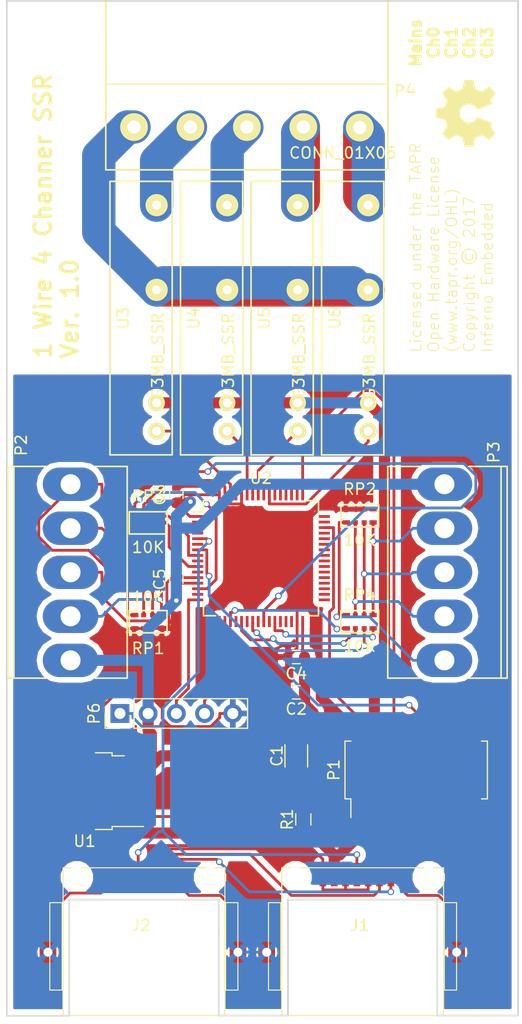
<source format=kicad_pcb>
(kicad_pcb (version 4) (host pcbnew 4.0.4-stable)

  (general
    (links 107)
    (no_connects 0)
    (area 0 0 0 0)
    (thickness 1.6)
    (drawings 17)
    (tracks 412)
    (zones 0)
    (modules 24)
    (nets 38)
  )

  (page A4)
  (title_block
    (title "1Wire 4 SSR Switch")
    (date 2017-06-09)
    (rev 1.0)
    (company "Inferno Embedded")
    (comment 1 "Licensed under the TAPR Open Hardware License (www.tapr.org/OHL)")
    (comment 2 "Copyright © 2017 Inferno Embedded")
  )

  (layers
    (0 F.Cu signal)
    (31 B.Cu signal)
    (32 B.Adhes user)
    (33 F.Adhes user)
    (34 B.Paste user)
    (35 F.Paste user)
    (36 B.SilkS user)
    (37 F.SilkS user)
    (38 B.Mask user)
    (39 F.Mask user)
    (40 Dwgs.User user)
    (41 Cmts.User user)
    (42 Eco1.User user)
    (43 Eco2.User user)
    (44 Edge.Cuts user)
    (45 Margin user)
    (46 B.CrtYd user)
    (47 F.CrtYd user)
    (48 B.Fab user)
    (49 F.Fab user)
  )

  (setup
    (last_trace_width 0.25)
    (trace_clearance 0.2)
    (zone_clearance 0.508)
    (zone_45_only no)
    (trace_min 0.2)
    (segment_width 0.15)
    (edge_width 0.15)
    (via_size 0.6)
    (via_drill 0.4)
    (via_min_size 0.4)
    (via_min_drill 0.3)
    (uvia_size 0.3)
    (uvia_drill 0.1)
    (uvias_allowed no)
    (uvia_min_size 0.2)
    (uvia_min_drill 0.1)
    (pcb_text_width 0.3)
    (pcb_text_size 1.5 1.5)
    (mod_edge_width 0.15)
    (mod_text_size 1 1)
    (mod_text_width 0.15)
    (pad_size 1.7272 1.7272)
    (pad_drill 1.016)
    (pad_to_mask_clearance 0.2)
    (aux_axis_origin 130.175 158.115)
    (visible_elements 7FFFFFFF)
    (pcbplotparams
      (layerselection 0x010f0_80000001)
      (usegerberextensions true)
      (excludeedgelayer true)
      (linewidth 0.100000)
      (plotframeref false)
      (viasonmask false)
      (mode 1)
      (useauxorigin true)
      (hpglpennumber 1)
      (hpglpenspeed 20)
      (hpglpendiameter 15)
      (hpglpenoverlay 2)
      (psnegative false)
      (psa4output false)
      (plotreference true)
      (plotvalue true)
      (plotinvisibletext false)
      (padsonsilk false)
      (subtractmaskfromsilk false)
      (outputformat 1)
      (mirror false)
      (drillshape 0)
      (scaleselection 1)
      (outputdirectory gerbers_single/))
  )

  (net 0 "")
  (net 1 +5V)
  (net 2 GND)
  (net 3 +3V3)
  (net 4 "Net-(J1-Pad7)")
  (net 5 "Net-(J1-Pad6)")
  (net 6 /1W-DATA)
  (net 7 "Net-(P3-Pad2)")
  (net 8 "Net-(P3-Pad3)")
  (net 9 "Net-(P3-Pad4)")
  (net 10 "Net-(P2-Pad2)")
  (net 11 "Net-(P2-Pad3)")
  (net 12 "Net-(P2-Pad4)")
  (net 13 /UART_TX)
  (net 14 /UART_RX)
  (net 15 "Net-(P2-Pad5)")
  (net 16 "Net-(P3-Pad5)")
  (net 17 /SW4)
  (net 18 /SW1)
  (net 19 /SW2)
  (net 20 /SW3)
  (net 21 /SW5)
  (net 22 /SW7)
  (net 23 /SW6)
  (net 24 /SSR0)
  (net 25 /SSR1)
  (net 26 /SSR2)
  (net 27 /SSR3)
  (net 28 "Net-(C1-Pad1)")
  (net 29 "Net-(P1-Pad10)")
  (net 30 /SW0)
  (net 31 /SWDAT)
  (net 32 /SWCLK)
  (net 33 /MAINS)
  (net 34 /OUT0)
  (net 35 /OUT1)
  (net 36 /OUT2)
  (net 37 /OUT3)

  (net_class Default "This is the default net class."
    (clearance 0.2)
    (trace_width 0.25)
    (via_dia 0.6)
    (via_drill 0.4)
    (uvia_dia 0.3)
    (uvia_drill 0.1)
    (add_net /1W-DATA)
    (add_net /SSR0)
    (add_net /SSR1)
    (add_net /SSR2)
    (add_net /SSR3)
    (add_net /SW0)
    (add_net /SW1)
    (add_net /SW2)
    (add_net /SW3)
    (add_net /SW4)
    (add_net /SW5)
    (add_net /SW6)
    (add_net /SW7)
    (add_net /SWCLK)
    (add_net /SWDAT)
    (add_net /UART_RX)
    (add_net /UART_TX)
    (add_net GND)
    (add_net "Net-(C1-Pad1)")
    (add_net "Net-(J1-Pad6)")
    (add_net "Net-(J1-Pad7)")
    (add_net "Net-(P1-Pad10)")
    (add_net "Net-(P2-Pad2)")
    (add_net "Net-(P2-Pad3)")
    (add_net "Net-(P2-Pad4)")
    (add_net "Net-(P2-Pad5)")
    (add_net "Net-(P3-Pad2)")
    (add_net "Net-(P3-Pad3)")
    (add_net "Net-(P3-Pad4)")
    (add_net "Net-(P3-Pad5)")
  )

  (net_class "High Power" ""
    (clearance 0.2)
    (trace_width 3)
    (via_dia 0.6)
    (via_drill 0.4)
    (uvia_dia 0.3)
    (uvia_drill 0.1)
    (add_net /MAINS)
    (add_net /OUT0)
    (add_net /OUT1)
    (add_net /OUT2)
    (add_net /OUT3)
  )

  (net_class Power ""
    (clearance 0.2)
    (trace_width 1)
    (via_dia 0.6)
    (via_drill 0.4)
    (uvia_dia 0.3)
    (uvia_drill 0.1)
    (add_net +3V3)
    (add_net +5V)
  )

  (module Capacitors_SMD:C_0603 (layer F.Cu) (tedit 58AA844E) (tstamp 5939E45A)
    (at 156.21 128.905 180)
    (descr "Capacitor SMD 0603, reflow soldering, AVX (see smccp.pdf)")
    (tags "capacitor 0603")
    (path /58259010)
    (attr smd)
    (fp_text reference C2 (at 0 -1.5 180) (layer F.SilkS)
      (effects (font (size 1 1) (thickness 0.15)))
    )
    (fp_text value 4.7uF (at 0 1.5 180) (layer F.Fab)
      (effects (font (size 1 1) (thickness 0.15)))
    )
    (fp_text user %R (at 0 -1.5 180) (layer F.Fab)
      (effects (font (size 1 1) (thickness 0.15)))
    )
    (fp_line (start -0.8 0.4) (end -0.8 -0.4) (layer F.Fab) (width 0.1))
    (fp_line (start 0.8 0.4) (end -0.8 0.4) (layer F.Fab) (width 0.1))
    (fp_line (start 0.8 -0.4) (end 0.8 0.4) (layer F.Fab) (width 0.1))
    (fp_line (start -0.8 -0.4) (end 0.8 -0.4) (layer F.Fab) (width 0.1))
    (fp_line (start -0.35 -0.6) (end 0.35 -0.6) (layer F.SilkS) (width 0.12))
    (fp_line (start 0.35 0.6) (end -0.35 0.6) (layer F.SilkS) (width 0.12))
    (fp_line (start -1.4 -0.65) (end 1.4 -0.65) (layer F.CrtYd) (width 0.05))
    (fp_line (start -1.4 -0.65) (end -1.4 0.65) (layer F.CrtYd) (width 0.05))
    (fp_line (start 1.4 0.65) (end 1.4 -0.65) (layer F.CrtYd) (width 0.05))
    (fp_line (start 1.4 0.65) (end -1.4 0.65) (layer F.CrtYd) (width 0.05))
    (pad 1 smd rect (at -0.75 0 180) (size 0.8 0.75) (layers F.Cu F.Paste F.Mask)
      (net 3 +3V3))
    (pad 2 smd rect (at 0.75 0 180) (size 0.8 0.75) (layers F.Cu F.Paste F.Mask)
      (net 2 GND))
    (model Capacitors_SMD.3dshapes/C_0603.wrl
      (at (xyz 0 0 0))
      (scale (xyz 1 1 1))
      (rotate (xyz 0 0 0))
    )
  )

  (module Capacitors_SMD:C_0603 (layer F.Cu) (tedit 58AA844E) (tstamp 5939E460)
    (at 145.415 111.125 90)
    (descr "Capacitor SMD 0603, reflow soldering, AVX (see smccp.pdf)")
    (tags "capacitor 0603")
    (path /582589CF)
    (attr smd)
    (fp_text reference C3 (at 0 -1.5 90) (layer F.SilkS)
      (effects (font (size 1 1) (thickness 0.15)))
    )
    (fp_text value 100nF (at 0 1.5 90) (layer F.Fab)
      (effects (font (size 1 1) (thickness 0.15)))
    )
    (fp_text user %R (at 0 -1.5 90) (layer F.Fab)
      (effects (font (size 1 1) (thickness 0.15)))
    )
    (fp_line (start -0.8 0.4) (end -0.8 -0.4) (layer F.Fab) (width 0.1))
    (fp_line (start 0.8 0.4) (end -0.8 0.4) (layer F.Fab) (width 0.1))
    (fp_line (start 0.8 -0.4) (end 0.8 0.4) (layer F.Fab) (width 0.1))
    (fp_line (start -0.8 -0.4) (end 0.8 -0.4) (layer F.Fab) (width 0.1))
    (fp_line (start -0.35 -0.6) (end 0.35 -0.6) (layer F.SilkS) (width 0.12))
    (fp_line (start 0.35 0.6) (end -0.35 0.6) (layer F.SilkS) (width 0.12))
    (fp_line (start -1.4 -0.65) (end 1.4 -0.65) (layer F.CrtYd) (width 0.05))
    (fp_line (start -1.4 -0.65) (end -1.4 0.65) (layer F.CrtYd) (width 0.05))
    (fp_line (start 1.4 0.65) (end 1.4 -0.65) (layer F.CrtYd) (width 0.05))
    (fp_line (start 1.4 0.65) (end -1.4 0.65) (layer F.CrtYd) (width 0.05))
    (pad 1 smd rect (at -0.75 0 90) (size 0.8 0.75) (layers F.Cu F.Paste F.Mask)
      (net 3 +3V3))
    (pad 2 smd rect (at 0.75 0 90) (size 0.8 0.75) (layers F.Cu F.Paste F.Mask)
      (net 2 GND))
    (model Capacitors_SMD.3dshapes/C_0603.wrl
      (at (xyz 0 0 0))
      (scale (xyz 1 1 1))
      (rotate (xyz 0 0 0))
    )
  )

  (module Capacitors_SMD:C_0603 (layer F.Cu) (tedit 58AA844E) (tstamp 5939E466)
    (at 156.21 125.73 180)
    (descr "Capacitor SMD 0603, reflow soldering, AVX (see smccp.pdf)")
    (tags "capacitor 0603")
    (path /58258CB3)
    (attr smd)
    (fp_text reference C4 (at 0 -1.5 180) (layer F.SilkS)
      (effects (font (size 1 1) (thickness 0.15)))
    )
    (fp_text value 100nF (at 0 1.5 180) (layer F.Fab)
      (effects (font (size 1 1) (thickness 0.15)))
    )
    (fp_text user %R (at 0 -1.5 180) (layer F.Fab)
      (effects (font (size 1 1) (thickness 0.15)))
    )
    (fp_line (start -0.8 0.4) (end -0.8 -0.4) (layer F.Fab) (width 0.1))
    (fp_line (start 0.8 0.4) (end -0.8 0.4) (layer F.Fab) (width 0.1))
    (fp_line (start 0.8 -0.4) (end 0.8 0.4) (layer F.Fab) (width 0.1))
    (fp_line (start -0.8 -0.4) (end 0.8 -0.4) (layer F.Fab) (width 0.1))
    (fp_line (start -0.35 -0.6) (end 0.35 -0.6) (layer F.SilkS) (width 0.12))
    (fp_line (start 0.35 0.6) (end -0.35 0.6) (layer F.SilkS) (width 0.12))
    (fp_line (start -1.4 -0.65) (end 1.4 -0.65) (layer F.CrtYd) (width 0.05))
    (fp_line (start -1.4 -0.65) (end -1.4 0.65) (layer F.CrtYd) (width 0.05))
    (fp_line (start 1.4 0.65) (end 1.4 -0.65) (layer F.CrtYd) (width 0.05))
    (fp_line (start 1.4 0.65) (end -1.4 0.65) (layer F.CrtYd) (width 0.05))
    (pad 1 smd rect (at -0.75 0 180) (size 0.8 0.75) (layers F.Cu F.Paste F.Mask)
      (net 3 +3V3))
    (pad 2 smd rect (at 0.75 0 180) (size 0.8 0.75) (layers F.Cu F.Paste F.Mask)
      (net 2 GND))
    (model Capacitors_SMD.3dshapes/C_0603.wrl
      (at (xyz 0 0 0))
      (scale (xyz 1 1 1))
      (rotate (xyz 0 0 0))
    )
  )

  (module Capacitors_SMD:C_0603 (layer F.Cu) (tedit 58AA844E) (tstamp 5939E46C)
    (at 145.415 118.745 90)
    (descr "Capacitor SMD 0603, reflow soldering, AVX (see smccp.pdf)")
    (tags "capacitor 0603")
    (path /5827DCB8)
    (attr smd)
    (fp_text reference C5 (at 0 -1.5 90) (layer F.SilkS)
      (effects (font (size 1 1) (thickness 0.15)))
    )
    (fp_text value 100nF (at 0 1.5 90) (layer F.Fab)
      (effects (font (size 1 1) (thickness 0.15)))
    )
    (fp_text user %R (at 0 -1.5 90) (layer F.Fab)
      (effects (font (size 1 1) (thickness 0.15)))
    )
    (fp_line (start -0.8 0.4) (end -0.8 -0.4) (layer F.Fab) (width 0.1))
    (fp_line (start 0.8 0.4) (end -0.8 0.4) (layer F.Fab) (width 0.1))
    (fp_line (start 0.8 -0.4) (end 0.8 0.4) (layer F.Fab) (width 0.1))
    (fp_line (start -0.8 -0.4) (end 0.8 -0.4) (layer F.Fab) (width 0.1))
    (fp_line (start -0.35 -0.6) (end 0.35 -0.6) (layer F.SilkS) (width 0.12))
    (fp_line (start 0.35 0.6) (end -0.35 0.6) (layer F.SilkS) (width 0.12))
    (fp_line (start -1.4 -0.65) (end 1.4 -0.65) (layer F.CrtYd) (width 0.05))
    (fp_line (start -1.4 -0.65) (end -1.4 0.65) (layer F.CrtYd) (width 0.05))
    (fp_line (start 1.4 0.65) (end 1.4 -0.65) (layer F.CrtYd) (width 0.05))
    (fp_line (start 1.4 0.65) (end -1.4 0.65) (layer F.CrtYd) (width 0.05))
    (pad 1 smd rect (at -0.75 0 90) (size 0.8 0.75) (layers F.Cu F.Paste F.Mask)
      (net 3 +3V3))
    (pad 2 smd rect (at 0.75 0 90) (size 0.8 0.75) (layers F.Cu F.Paste F.Mask)
      (net 2 GND))
    (model Capacitors_SMD.3dshapes/C_0603.wrl
      (at (xyz 0 0 0))
      (scale (xyz 1 1 1))
      (rotate (xyz 0 0 0))
    )
  )

  (module RJ45:RJ45-ChinaSMD (layer F.Cu) (tedit 5827AA76) (tstamp 5939E47E)
    (at 169.545 144.78 180)
    (path /5824359A)
    (fp_text reference J1 (at 7.61 -5.08 180) (layer F.SilkS)
      (effects (font (size 1 1) (thickness 0.15)))
    )
    (fp_text value RJ45 (at 7.61 -6.08 180) (layer F.Fab)
      (effects (font (size 1 1) (thickness 0.15)))
    )
    (fp_line (start 0.074929 -13.198479) (end 14.639375 -13.198479) (layer F.SilkS) (width 0.1))
    (fp_line (start 14.639375 -13.198479) (end 14.639375 0.093448) (layer F.SilkS) (width 0.1))
    (fp_line (start 14.639375 0.093448) (end 0.074929 0.093448) (layer F.SilkS) (width 0.1))
    (fp_line (start 0.074929 0.093448) (end 0.074929 -13.198479) (layer F.SilkS) (width 0.1))
    (fp_line (start 5.190088 -13.19858) (end 9.612409 -13.19858) (layer Dwgs.User) (width 0.1))
    (fp_line (start 9.612409 -13.19858) (end 9.612409 -11.762271) (layer Dwgs.User) (width 0.1))
    (fp_line (start 9.612409 -11.762271) (end 5.190088 -11.762271) (layer Dwgs.User) (width 0.1))
    (fp_line (start 5.190088 -11.762271) (end 5.190088 -13.19858) (layer Dwgs.User) (width 0.1))
    (fp_line (start 4.585327 -11.720309) (end 5.051497 -11.720309) (layer Dwgs.User) (width 0.1))
    (fp_line (start 5.051497 -11.720309) (end 5.051497 -7.0964) (layer Dwgs.User) (width 0.1))
    (fp_line (start 5.051497 -7.0964) (end 4.585327 -7.0964) (layer Dwgs.User) (width 0.1))
    (fp_line (start 4.585327 -7.0964) (end 4.585327 -11.720309) (layer Dwgs.User) (width 0.1))
    (fp_line (start 5.63736 -11.720309) (end 6.10353 -11.720309) (layer Dwgs.User) (width 0.1))
    (fp_line (start 6.10353 -11.720309) (end 6.10353 -7.0964) (layer Dwgs.User) (width 0.1))
    (fp_line (start 6.10353 -7.0964) (end 5.63736 -7.0964) (layer Dwgs.User) (width 0.1))
    (fp_line (start 5.63736 -7.0964) (end 5.63736 -11.720309) (layer Dwgs.User) (width 0.1))
    (fp_line (start 6.666086 -11.720309) (end 7.132256 -11.720309) (layer Dwgs.User) (width 0.1))
    (fp_line (start 7.132256 -11.720309) (end 7.132256 -7.0964) (layer Dwgs.User) (width 0.1))
    (fp_line (start 7.132256 -7.0964) (end 6.666086 -7.0964) (layer Dwgs.User) (width 0.1))
    (fp_line (start 6.666086 -7.0964) (end 6.666086 -11.720309) (layer Dwgs.User) (width 0.1))
    (fp_line (start 7.718119 -11.720309) (end 8.184289 -11.720309) (layer Dwgs.User) (width 0.1))
    (fp_line (start 8.184289 -11.720309) (end 8.184289 -7.0964) (layer Dwgs.User) (width 0.1))
    (fp_line (start 8.184289 -7.0964) (end 7.718119 -7.0964) (layer Dwgs.User) (width 0.1))
    (fp_line (start 7.718119 -7.0964) (end 7.718119 -11.720309) (layer Dwgs.User) (width 0.1))
    (fp_line (start 8.702118 -11.720309) (end 9.168288 -11.720309) (layer Dwgs.User) (width 0.1))
    (fp_line (start 9.168288 -11.720309) (end 9.168288 -7.0964) (layer Dwgs.User) (width 0.1))
    (fp_line (start 9.168288 -7.0964) (end 8.702118 -7.0964) (layer Dwgs.User) (width 0.1))
    (fp_line (start 8.702118 -7.0964) (end 8.702118 -11.720309) (layer Dwgs.User) (width 0.1))
    (fp_line (start 9.75415 -11.720309) (end 10.22032 -11.720309) (layer Dwgs.User) (width 0.1))
    (fp_line (start 10.22032 -11.720309) (end 10.22032 -7.0964) (layer Dwgs.User) (width 0.1))
    (fp_line (start 10.22032 -7.0964) (end 9.75415 -7.0964) (layer Dwgs.User) (width 0.1))
    (fp_line (start 9.75415 -7.0964) (end 9.75415 -11.720309) (layer Dwgs.User) (width 0.1))
    (fp_line (start -1.096916 -10.905525) (end 0.011814 -10.905525) (layer F.SilkS) (width 0.1))
    (fp_line (start 0.011814 -10.905525) (end 0.011814 -3.04362) (layer F.SilkS) (width 0.1))
    (fp_line (start 0.011814 -3.04362) (end -1.096916 -3.04362) (layer F.SilkS) (width 0.1))
    (fp_line (start -1.096916 -3.04362) (end -1.096916 -10.905525) (layer F.SilkS) (width 0.1))
    (fp_line (start 14.727688 -10.905302) (end 15.836418 -10.905302) (layer F.SilkS) (width 0.1))
    (fp_line (start 15.836418 -10.905302) (end 15.836418 -3.043397) (layer F.SilkS) (width 0.1))
    (fp_line (start 15.836418 -3.043397) (end 14.727688 -3.043397) (layer F.SilkS) (width 0.1))
    (fp_line (start 14.727688 -3.043397) (end 14.727688 -10.905302) (layer F.SilkS) (width 0.1))
    (fp_line (start 0.63444 -13.205921) (end 14.079864 -13.205921) (layer Cmts.User) (width 0.1))
    (fp_line (start 14.079864 -13.205921) (end 14.079864 -2.771708) (layer Cmts.User) (width 0.1))
    (fp_line (start 14.079864 -2.771708) (end 0.63444 -2.771708) (layer Cmts.User) (width 0.1))
    (fp_line (start 0.63444 -2.771708) (end 0.63444 -13.205921) (layer Cmts.User) (width 0.1))
    (pad 9 smd rect (at 16 -7.5 180) (size 1.5 4) (layers F.Cu F.Paste F.Mask)
      (net 2 GND))
    (pad 9 thru_hole circle (at 16 -7.5 180) (size 0.9 0.9) (drill 0.8) (layers *.Cu *.Mask)
      (net 2 GND))
    (pad "" np_thru_hole circle (at 13.4 -0.76 180) (size 1.9 1.9) (drill 1.9) (layers *.Cu *.Mask))
    (pad "" np_thru_hole circle (at 1.41 -0.76 180) (size 1.9 1.9) (drill 1.9) (layers *.Cu *.Mask))
    (pad 8 smd rect (at 3.8 -0.52 180) (size 0.6 2.1) (layers F.Cu F.Paste F.Mask)
      (net 2 GND))
    (pad 7 smd rect (at 4.82 -0.52 180) (size 0.6 2.1) (layers F.Cu F.Paste F.Mask)
      (net 4 "Net-(J1-Pad7)"))
    (pad 6 smd rect (at 5.84 -0.52 180) (size 0.6 2.1) (layers F.Cu F.Paste F.Mask)
      (net 5 "Net-(J1-Pad6)"))
    (pad 5 smd rect (at 6.86 -0.52 180) (size 0.6 2.1) (layers F.Cu F.Paste F.Mask)
      (net 2 GND))
    (pad 4 smd rect (at 7.88 -0.52 180) (size 0.6 2.1) (layers F.Cu F.Paste F.Mask)
      (net 6 /1W-DATA))
    (pad 3 smd rect (at 8.9 -0.52 180) (size 0.6 2.1) (layers F.Cu F.Paste F.Mask)
      (net 2 GND))
    (pad 2 smd rect (at 9.92 -0.52 180) (size 0.6 2.1) (layers F.Cu F.Paste F.Mask)
      (net 1 +5V))
    (pad 1 smd rect (at 10.94 -0.52 180) (size 0.6 2.1) (layers F.Cu F.Paste F.Mask)
      (net 2 GND))
    (pad 9 thru_hole circle (at -1.1 -7.5 180) (size 0.9 0.9) (drill 0.8) (layers *.Cu *.Mask)
      (net 2 GND))
    (pad 9 smd rect (at -1.1 -7.5 180) (size 1.5 4) (layers F.Cu F.Paste F.Mask)
      (net 2 GND))
  )

  (module RJ45:RJ45-ChinaSMD (layer F.Cu) (tedit 5827AA76) (tstamp 5939E490)
    (at 149.86 144.78 180)
    (path /5827B786)
    (fp_text reference J2 (at 7.61 -5.08 180) (layer F.SilkS)
      (effects (font (size 1 1) (thickness 0.15)))
    )
    (fp_text value RJ45 (at 7.61 -6.08 180) (layer F.Fab)
      (effects (font (size 1 1) (thickness 0.15)))
    )
    (fp_line (start 0.074929 -13.198479) (end 14.639375 -13.198479) (layer F.SilkS) (width 0.1))
    (fp_line (start 14.639375 -13.198479) (end 14.639375 0.093448) (layer F.SilkS) (width 0.1))
    (fp_line (start 14.639375 0.093448) (end 0.074929 0.093448) (layer F.SilkS) (width 0.1))
    (fp_line (start 0.074929 0.093448) (end 0.074929 -13.198479) (layer F.SilkS) (width 0.1))
    (fp_line (start 5.190088 -13.19858) (end 9.612409 -13.19858) (layer Dwgs.User) (width 0.1))
    (fp_line (start 9.612409 -13.19858) (end 9.612409 -11.762271) (layer Dwgs.User) (width 0.1))
    (fp_line (start 9.612409 -11.762271) (end 5.190088 -11.762271) (layer Dwgs.User) (width 0.1))
    (fp_line (start 5.190088 -11.762271) (end 5.190088 -13.19858) (layer Dwgs.User) (width 0.1))
    (fp_line (start 4.585327 -11.720309) (end 5.051497 -11.720309) (layer Dwgs.User) (width 0.1))
    (fp_line (start 5.051497 -11.720309) (end 5.051497 -7.0964) (layer Dwgs.User) (width 0.1))
    (fp_line (start 5.051497 -7.0964) (end 4.585327 -7.0964) (layer Dwgs.User) (width 0.1))
    (fp_line (start 4.585327 -7.0964) (end 4.585327 -11.720309) (layer Dwgs.User) (width 0.1))
    (fp_line (start 5.63736 -11.720309) (end 6.10353 -11.720309) (layer Dwgs.User) (width 0.1))
    (fp_line (start 6.10353 -11.720309) (end 6.10353 -7.0964) (layer Dwgs.User) (width 0.1))
    (fp_line (start 6.10353 -7.0964) (end 5.63736 -7.0964) (layer Dwgs.User) (width 0.1))
    (fp_line (start 5.63736 -7.0964) (end 5.63736 -11.720309) (layer Dwgs.User) (width 0.1))
    (fp_line (start 6.666086 -11.720309) (end 7.132256 -11.720309) (layer Dwgs.User) (width 0.1))
    (fp_line (start 7.132256 -11.720309) (end 7.132256 -7.0964) (layer Dwgs.User) (width 0.1))
    (fp_line (start 7.132256 -7.0964) (end 6.666086 -7.0964) (layer Dwgs.User) (width 0.1))
    (fp_line (start 6.666086 -7.0964) (end 6.666086 -11.720309) (layer Dwgs.User) (width 0.1))
    (fp_line (start 7.718119 -11.720309) (end 8.184289 -11.720309) (layer Dwgs.User) (width 0.1))
    (fp_line (start 8.184289 -11.720309) (end 8.184289 -7.0964) (layer Dwgs.User) (width 0.1))
    (fp_line (start 8.184289 -7.0964) (end 7.718119 -7.0964) (layer Dwgs.User) (width 0.1))
    (fp_line (start 7.718119 -7.0964) (end 7.718119 -11.720309) (layer Dwgs.User) (width 0.1))
    (fp_line (start 8.702118 -11.720309) (end 9.168288 -11.720309) (layer Dwgs.User) (width 0.1))
    (fp_line (start 9.168288 -11.720309) (end 9.168288 -7.0964) (layer Dwgs.User) (width 0.1))
    (fp_line (start 9.168288 -7.0964) (end 8.702118 -7.0964) (layer Dwgs.User) (width 0.1))
    (fp_line (start 8.702118 -7.0964) (end 8.702118 -11.720309) (layer Dwgs.User) (width 0.1))
    (fp_line (start 9.75415 -11.720309) (end 10.22032 -11.720309) (layer Dwgs.User) (width 0.1))
    (fp_line (start 10.22032 -11.720309) (end 10.22032 -7.0964) (layer Dwgs.User) (width 0.1))
    (fp_line (start 10.22032 -7.0964) (end 9.75415 -7.0964) (layer Dwgs.User) (width 0.1))
    (fp_line (start 9.75415 -7.0964) (end 9.75415 -11.720309) (layer Dwgs.User) (width 0.1))
    (fp_line (start -1.096916 -10.905525) (end 0.011814 -10.905525) (layer F.SilkS) (width 0.1))
    (fp_line (start 0.011814 -10.905525) (end 0.011814 -3.04362) (layer F.SilkS) (width 0.1))
    (fp_line (start 0.011814 -3.04362) (end -1.096916 -3.04362) (layer F.SilkS) (width 0.1))
    (fp_line (start -1.096916 -3.04362) (end -1.096916 -10.905525) (layer F.SilkS) (width 0.1))
    (fp_line (start 14.727688 -10.905302) (end 15.836418 -10.905302) (layer F.SilkS) (width 0.1))
    (fp_line (start 15.836418 -10.905302) (end 15.836418 -3.043397) (layer F.SilkS) (width 0.1))
    (fp_line (start 15.836418 -3.043397) (end 14.727688 -3.043397) (layer F.SilkS) (width 0.1))
    (fp_line (start 14.727688 -3.043397) (end 14.727688 -10.905302) (layer F.SilkS) (width 0.1))
    (fp_line (start 0.63444 -13.205921) (end 14.079864 -13.205921) (layer Cmts.User) (width 0.1))
    (fp_line (start 14.079864 -13.205921) (end 14.079864 -2.771708) (layer Cmts.User) (width 0.1))
    (fp_line (start 14.079864 -2.771708) (end 0.63444 -2.771708) (layer Cmts.User) (width 0.1))
    (fp_line (start 0.63444 -2.771708) (end 0.63444 -13.205921) (layer Cmts.User) (width 0.1))
    (pad 9 smd rect (at 16 -7.5 180) (size 1.5 4) (layers F.Cu F.Paste F.Mask)
      (net 2 GND))
    (pad 9 thru_hole circle (at 16 -7.5 180) (size 0.9 0.9) (drill 0.8) (layers *.Cu *.Mask)
      (net 2 GND))
    (pad "" np_thru_hole circle (at 13.4 -0.76 180) (size 1.9 1.9) (drill 1.9) (layers *.Cu *.Mask))
    (pad "" np_thru_hole circle (at 1.41 -0.76 180) (size 1.9 1.9) (drill 1.9) (layers *.Cu *.Mask))
    (pad 8 smd rect (at 3.8 -0.52 180) (size 0.6 2.1) (layers F.Cu F.Paste F.Mask)
      (net 2 GND))
    (pad 7 smd rect (at 4.82 -0.52 180) (size 0.6 2.1) (layers F.Cu F.Paste F.Mask)
      (net 4 "Net-(J1-Pad7)"))
    (pad 6 smd rect (at 5.84 -0.52 180) (size 0.6 2.1) (layers F.Cu F.Paste F.Mask)
      (net 5 "Net-(J1-Pad6)"))
    (pad 5 smd rect (at 6.86 -0.52 180) (size 0.6 2.1) (layers F.Cu F.Paste F.Mask)
      (net 2 GND))
    (pad 4 smd rect (at 7.88 -0.52 180) (size 0.6 2.1) (layers F.Cu F.Paste F.Mask)
      (net 6 /1W-DATA))
    (pad 3 smd rect (at 8.9 -0.52 180) (size 0.6 2.1) (layers F.Cu F.Paste F.Mask)
      (net 2 GND))
    (pad 2 smd rect (at 9.92 -0.52 180) (size 0.6 2.1) (layers F.Cu F.Paste F.Mask)
      (net 1 +5V))
    (pad 1 smd rect (at 10.94 -0.52 180) (size 0.6 2.1) (layers F.Cu F.Paste F.Mask)
      (net 2 GND))
    (pad 9 thru_hole circle (at -1.1 -7.5 180) (size 0.9 0.9) (drill 0.8) (layers *.Cu *.Mask)
      (net 2 GND))
    (pad 9 smd rect (at -1.1 -7.5 180) (size 1.5 4) (layers F.Cu F.Paste F.Mask)
      (net 2 GND))
  )

  (module Sockets_MOLEX_KK-System:Socket_MOLEX-KK-RM3-96mm_Lock_5pin_straight (layer F.Cu) (tedit 593D04C9) (tstamp 5939E499)
    (at 135.89 118.11 90)
    (descr "Socket, MOLEX, KK, RM 3.96mm, Lock, 5pin, straight,")
    (tags "Socket, MOLEX, KK, RM 3.96mm, Lock, 5pin, straight,")
    (path /5939DF08)
    (fp_text reference P2 (at 11.43 -4.445 90) (layer F.SilkS)
      (effects (font (size 1 1) (thickness 0.15)))
    )
    (fp_text value CONN_01X05 (at 0 7.62 90) (layer F.Fab)
      (effects (font (size 1 1) (thickness 0.15)))
    )
    (fp_line (start 9.51992 -5.10032) (end 9.51992 -5.4991) (layer F.SilkS) (width 0.15))
    (fp_line (start 9.51992 -5.4991) (end 9.51992 -5.64896) (layer F.SilkS) (width 0.15))
    (fp_line (start 9.51992 -5.64896) (end -9.51992 -5.64896) (layer F.SilkS) (width 0.15))
    (fp_line (start -9.51992 -5.64896) (end -9.51992 -5.10032) (layer F.SilkS) (width 0.15))
    (fp_line (start -9.51992 2.19964) (end -9.51992 5.10032) (layer F.SilkS) (width 0.15))
    (fp_line (start -9.51992 5.10032) (end 0 5.10032) (layer F.SilkS) (width 0.15))
    (fp_line (start 9.51992 -2.19964) (end 9.51992 -5.10032) (layer F.SilkS) (width 0.15))
    (fp_line (start 9.51992 -5.10032) (end -9.51992 -5.10032) (layer F.SilkS) (width 0.15))
    (fp_line (start -9.51992 -5.10032) (end -9.51992 -2.19964) (layer F.SilkS) (width 0.15))
    (fp_line (start 0 5.10032) (end 9.51992 5.10032) (layer F.SilkS) (width 0.15))
    (fp_line (start 9.51992 5.10032) (end 9.51992 2.19964) (layer F.SilkS) (width 0.15))
    (pad 2 thru_hole oval (at -3.95986 0 90) (size 2.99974 5.00126) (drill 1.80086) (layers *.Cu *.Mask)
      (net 10 "Net-(P2-Pad2)"))
    (pad 3 thru_hole oval (at 0 0 90) (size 2.99974 5.00126) (drill 1.80086) (layers *.Cu *.Mask)
      (net 11 "Net-(P2-Pad3)"))
    (pad 4 thru_hole oval (at 3.95986 0 90) (size 2.99974 5.00126) (drill 1.80086) (layers *.Cu *.Mask)
      (net 12 "Net-(P2-Pad4)"))
    (pad 5 thru_hole oval (at 7.91972 0 90) (size 2.99974 5.00126) (drill 1.80086) (layers *.Cu *.Mask)
      (net 15 "Net-(P2-Pad5)"))
    (pad 1 thru_hole oval (at -7.91972 0 90) (size 2.99974 5.00126) (drill 1.80086) (layers *.Cu *.Mask)
      (net 3 +3V3))
  )

  (module Sockets_MOLEX_KK-System:Socket_MOLEX-KK-RM3-96mm_Lock_5pin_straight (layer F.Cu) (tedit 593D04C4) (tstamp 5939E4A2)
    (at 169.545 118.11 270)
    (descr "Socket, MOLEX, KK, RM 3.96mm, Lock, 5pin, straight,")
    (tags "Socket, MOLEX, KK, RM 3.96mm, Lock, 5pin, straight,")
    (path /5939E040)
    (fp_text reference P3 (at -10.795 -4.445 270) (layer F.SilkS)
      (effects (font (size 1 1) (thickness 0.15)))
    )
    (fp_text value CONN_01X05 (at 0 7.62 270) (layer F.Fab)
      (effects (font (size 1 1) (thickness 0.15)))
    )
    (fp_line (start 9.51992 -5.10032) (end 9.51992 -5.4991) (layer F.SilkS) (width 0.15))
    (fp_line (start 9.51992 -5.4991) (end 9.51992 -5.64896) (layer F.SilkS) (width 0.15))
    (fp_line (start 9.51992 -5.64896) (end -9.51992 -5.64896) (layer F.SilkS) (width 0.15))
    (fp_line (start -9.51992 -5.64896) (end -9.51992 -5.10032) (layer F.SilkS) (width 0.15))
    (fp_line (start -9.51992 2.19964) (end -9.51992 5.10032) (layer F.SilkS) (width 0.15))
    (fp_line (start -9.51992 5.10032) (end 0 5.10032) (layer F.SilkS) (width 0.15))
    (fp_line (start 9.51992 -2.19964) (end 9.51992 -5.10032) (layer F.SilkS) (width 0.15))
    (fp_line (start 9.51992 -5.10032) (end -9.51992 -5.10032) (layer F.SilkS) (width 0.15))
    (fp_line (start -9.51992 -5.10032) (end -9.51992 -2.19964) (layer F.SilkS) (width 0.15))
    (fp_line (start 0 5.10032) (end 9.51992 5.10032) (layer F.SilkS) (width 0.15))
    (fp_line (start 9.51992 5.10032) (end 9.51992 2.19964) (layer F.SilkS) (width 0.15))
    (pad 2 thru_hole oval (at -3.95986 0 270) (size 2.99974 5.00126) (drill 1.80086) (layers *.Cu *.Mask)
      (net 7 "Net-(P3-Pad2)"))
    (pad 3 thru_hole oval (at 0 0 270) (size 2.99974 5.00126) (drill 1.80086) (layers *.Cu *.Mask)
      (net 8 "Net-(P3-Pad3)"))
    (pad 4 thru_hole oval (at 3.95986 0 270) (size 2.99974 5.00126) (drill 1.80086) (layers *.Cu *.Mask)
      (net 9 "Net-(P3-Pad4)"))
    (pad 5 thru_hole oval (at 7.91972 0 270) (size 2.99974 5.00126) (drill 1.80086) (layers *.Cu *.Mask)
      (net 16 "Net-(P3-Pad5)"))
    (pad 1 thru_hole oval (at -7.91972 0 270) (size 2.99974 5.00126) (drill 1.80086) (layers *.Cu *.Mask)
      (net 3 +3V3))
  )

  (module 2EDCK-Screw-Connectors:2EDCK-5.08-5PIN (layer F.Cu) (tedit 56C0E1FC) (tstamp 5939E4AB)
    (at 139.065 81.915)
    (path /59397650)
    (fp_text reference P4 (at 26.924 -7.112) (layer F.SilkS)
      (effects (font (size 1 1) (thickness 0.15)))
    )
    (fp_text value CONN_01X05 (at 21.336 -1.524) (layer F.SilkS)
      (effects (font (size 1 1) (thickness 0.15)))
    )
    (fp_line (start 0 -7.7) (end 0 -15.2) (layer F.SilkS) (width 0.15))
    (fp_line (start 0 -15.2) (end 25.4 -15.2) (layer F.SilkS) (width 0.15))
    (fp_line (start 25.4 -15.2) (end 25.4 -7.7) (layer F.SilkS) (width 0.15))
    (fp_line (start 0 0) (end 25.4 0) (layer F.SilkS) (width 0.15))
    (fp_line (start 25.4 0) (end 25.4 -7.7) (layer F.SilkS) (width 0.15))
    (fp_line (start 25.4 -7.7) (end 0 -7.7) (layer F.SilkS) (width 0.15))
    (fp_line (start 0 -7.7) (end 0 0) (layer F.SilkS) (width 0.15))
    (pad 1 thru_hole circle (at 2.54 -3.85) (size 2.5 2.5) (drill 1.2) (layers *.Cu *.Mask F.SilkS)
      (net 33 /MAINS))
    (pad 2 thru_hole circle (at 7.62 -3.85) (size 2.5 2.5) (drill 1.2) (layers *.Cu *.Mask F.SilkS)
      (net 34 /OUT0))
    (pad 3 thru_hole circle (at 12.7 -3.85) (size 2.5 2.5) (drill 1.2) (layers *.Cu *.Mask F.SilkS)
      (net 35 /OUT1))
    (pad 4 thru_hole circle (at 17.78 -3.85) (size 2.5 2.5) (drill 1.2) (layers *.Cu *.Mask F.SilkS)
      (net 36 /OUT2))
    (pad 5 thru_hole circle (at 22.86 -3.81) (size 2.5 2.5) (drill 1.2) (layers *.Cu *.Mask F.SilkS)
      (net 37 /OUT3))
  )

  (module Pin_Headers:Pin_Header_Straight_1x05_Pitch2.54mm (layer F.Cu) (tedit 58CD4EC1) (tstamp 5939E4B4)
    (at 140.335 130.81 90)
    (descr "Through hole straight pin header, 1x05, 2.54mm pitch, single row")
    (tags "Through hole pin header THT 1x05 2.54mm single row")
    (path /58B297A3)
    (fp_text reference P6 (at 0 -2.33 90) (layer F.SilkS)
      (effects (font (size 1 1) (thickness 0.15)))
    )
    (fp_text value CONN_01X05 (at 0 12.49 90) (layer F.Fab)
      (effects (font (size 1 1) (thickness 0.15)))
    )
    (fp_line (start -1.27 -1.27) (end -1.27 11.43) (layer F.Fab) (width 0.1))
    (fp_line (start -1.27 11.43) (end 1.27 11.43) (layer F.Fab) (width 0.1))
    (fp_line (start 1.27 11.43) (end 1.27 -1.27) (layer F.Fab) (width 0.1))
    (fp_line (start 1.27 -1.27) (end -1.27 -1.27) (layer F.Fab) (width 0.1))
    (fp_line (start -1.33 1.27) (end -1.33 11.49) (layer F.SilkS) (width 0.12))
    (fp_line (start -1.33 11.49) (end 1.33 11.49) (layer F.SilkS) (width 0.12))
    (fp_line (start 1.33 11.49) (end 1.33 1.27) (layer F.SilkS) (width 0.12))
    (fp_line (start 1.33 1.27) (end -1.33 1.27) (layer F.SilkS) (width 0.12))
    (fp_line (start -1.33 0) (end -1.33 -1.33) (layer F.SilkS) (width 0.12))
    (fp_line (start -1.33 -1.33) (end 0 -1.33) (layer F.SilkS) (width 0.12))
    (fp_line (start -1.8 -1.8) (end -1.8 11.95) (layer F.CrtYd) (width 0.05))
    (fp_line (start -1.8 11.95) (end 1.8 11.95) (layer F.CrtYd) (width 0.05))
    (fp_line (start 1.8 11.95) (end 1.8 -1.8) (layer F.CrtYd) (width 0.05))
    (fp_line (start 1.8 -1.8) (end -1.8 -1.8) (layer F.CrtYd) (width 0.05))
    (fp_text user %R (at 0 -2.33 90) (layer F.Fab)
      (effects (font (size 1 1) (thickness 0.15)))
    )
    (pad 1 thru_hole rect (at 0 0 90) (size 1.7 1.7) (drill 1) (layers *.Cu *.Mask)
      (net 6 /1W-DATA))
    (pad 2 thru_hole oval (at 0 2.54 90) (size 1.7 1.7) (drill 1) (layers *.Cu *.Mask)
      (net 3 +3V3))
    (pad 3 thru_hole oval (at 0 5.08 90) (size 1.7 1.7) (drill 1) (layers *.Cu *.Mask)
      (net 13 /UART_TX))
    (pad 4 thru_hole oval (at 0 7.62 90) (size 1.7 1.7) (drill 1) (layers *.Cu *.Mask)
      (net 14 /UART_RX))
    (pad 5 thru_hole oval (at 0 10.16 90) (size 1.7 1.7) (drill 1) (layers *.Cu *.Mask)
      (net 2 GND))
    (model ${KISYS3DMOD}/Pin_Headers.3dshapes/Pin_Header_Straight_1x05_Pitch2.54mm.wrl
      (at (xyz 0 -0.2 0))
      (scale (xyz 1 1 1))
      (rotate (xyz 0 0 90))
    )
  )

  (module Resistors_SMD:R_0603 (layer F.Cu) (tedit 58E0A804) (tstamp 5939E4BA)
    (at 156.845 140.335 90)
    (descr "Resistor SMD 0603, reflow soldering, Vishay (see dcrcw.pdf)")
    (tags "resistor 0603")
    (path /58B28CDC)
    (attr smd)
    (fp_text reference R1 (at 0 -1.45 90) (layer F.SilkS)
      (effects (font (size 1 1) (thickness 0.15)))
    )
    (fp_text value 33R (at 0 1.5 90) (layer F.Fab)
      (effects (font (size 1 1) (thickness 0.15)))
    )
    (fp_text user %R (at 0 0 90) (layer F.Fab)
      (effects (font (size 0.5 0.5) (thickness 0.075)))
    )
    (fp_line (start -0.8 0.4) (end -0.8 -0.4) (layer F.Fab) (width 0.1))
    (fp_line (start 0.8 0.4) (end -0.8 0.4) (layer F.Fab) (width 0.1))
    (fp_line (start 0.8 -0.4) (end 0.8 0.4) (layer F.Fab) (width 0.1))
    (fp_line (start -0.8 -0.4) (end 0.8 -0.4) (layer F.Fab) (width 0.1))
    (fp_line (start 0.5 0.68) (end -0.5 0.68) (layer F.SilkS) (width 0.12))
    (fp_line (start -0.5 -0.68) (end 0.5 -0.68) (layer F.SilkS) (width 0.12))
    (fp_line (start -1.25 -0.7) (end 1.25 -0.7) (layer F.CrtYd) (width 0.05))
    (fp_line (start -1.25 -0.7) (end -1.25 0.7) (layer F.CrtYd) (width 0.05))
    (fp_line (start 1.25 0.7) (end 1.25 -0.7) (layer F.CrtYd) (width 0.05))
    (fp_line (start 1.25 0.7) (end -1.25 0.7) (layer F.CrtYd) (width 0.05))
    (pad 1 smd rect (at -0.75 0 90) (size 0.5 0.9) (layers F.Cu F.Paste F.Mask)
      (net 1 +5V))
    (pad 2 smd rect (at 0.75 0 90) (size 0.5 0.9) (layers F.Cu F.Paste F.Mask)
      (net 28 "Net-(C1-Pad1)"))
    (model ${KISYS3DMOD}/Resistors_SMD.3dshapes/R_0603.wrl
      (at (xyz 0 0 0))
      (scale (xyz 1 1 1))
      (rotate (xyz 0 0 0))
    )
  )

  (module 0603-pack4:0603_Pack4 (layer F.Cu) (tedit 5378B4E6) (tstamp 5939E4C6)
    (at 142.875 122.555)
    (path /5939D58D)
    (fp_text reference RP1 (at 0 2.4) (layer F.SilkS)
      (effects (font (size 1 1) (thickness 0.15)))
    )
    (fp_text value 10K (at 0 -2.2) (layer F.SilkS)
      (effects (font (size 1 1) (thickness 0.15)))
    )
    (fp_line (start 1.7 -1) (end 1.7 1) (layer F.SilkS) (width 0.15))
    (fp_line (start 1.7 1) (end -1.7 1) (layer F.SilkS) (width 0.15))
    (fp_line (start -1.7 1) (end -1.7 -1) (layer F.SilkS) (width 0.15))
    (fp_line (start -1.7 -1) (end 1.7 -1) (layer F.SilkS) (width 0.15))
    (pad 1 smd rect (at -1.2 -0.6) (size 0.65 0.4) (layers F.Cu F.Paste F.Mask)
      (net 15 "Net-(P2-Pad5)"))
    (pad 8 smd rect (at -1.2 0.6) (size 0.65 0.4) (layers F.Cu F.Paste F.Mask)
      (net 2 GND))
    (pad 4 smd rect (at 1.2 -0.6) (size 0.65 0.4) (layers F.Cu F.Paste F.Mask)
      (net 10 "Net-(P2-Pad2)"))
    (pad 5 smd rect (at 1.2 0.6) (size 0.65 0.4) (layers F.Cu F.Paste F.Mask)
      (net 2 GND))
    (pad 2 smd rect (at -0.4 -0.6) (size 0.45 0.4) (layers F.Cu F.Paste F.Mask)
      (net 12 "Net-(P2-Pad4)"))
    (pad 3 smd rect (at 0.4 -0.6) (size 0.45 0.4) (layers F.Cu F.Paste F.Mask)
      (net 11 "Net-(P2-Pad3)"))
    (pad 6 smd rect (at 0.4 0.6) (size 0.45 0.4) (layers F.Cu F.Paste F.Mask)
      (net 2 GND))
    (pad 7 smd rect (at -0.4 0.6) (size 0.45 0.4) (layers F.Cu F.Paste F.Mask)
      (net 2 GND))
  )

  (module 0603-pack4:0603_Pack4 (layer F.Cu) (tedit 5378B4E6) (tstamp 5939E4D2)
    (at 161.925 113.03 180)
    (path /5939D668)
    (fp_text reference RP2 (at 0 2.4 180) (layer F.SilkS)
      (effects (font (size 1 1) (thickness 0.15)))
    )
    (fp_text value 10K (at 0 -2.2 180) (layer F.SilkS)
      (effects (font (size 1 1) (thickness 0.15)))
    )
    (fp_line (start 1.7 -1) (end 1.7 1) (layer F.SilkS) (width 0.15))
    (fp_line (start 1.7 1) (end -1.7 1) (layer F.SilkS) (width 0.15))
    (fp_line (start -1.7 1) (end -1.7 -1) (layer F.SilkS) (width 0.15))
    (fp_line (start -1.7 -1) (end 1.7 -1) (layer F.SilkS) (width 0.15))
    (pad 1 smd rect (at -1.2 -0.6 180) (size 0.65 0.4) (layers F.Cu F.Paste F.Mask)
      (net 7 "Net-(P3-Pad2)"))
    (pad 8 smd rect (at -1.2 0.6 180) (size 0.65 0.4) (layers F.Cu F.Paste F.Mask)
      (net 2 GND))
    (pad 4 smd rect (at 1.2 -0.6 180) (size 0.65 0.4) (layers F.Cu F.Paste F.Mask)
      (net 16 "Net-(P3-Pad5)"))
    (pad 5 smd rect (at 1.2 0.6 180) (size 0.65 0.4) (layers F.Cu F.Paste F.Mask)
      (net 2 GND))
    (pad 2 smd rect (at -0.4 -0.6 180) (size 0.45 0.4) (layers F.Cu F.Paste F.Mask)
      (net 8 "Net-(P3-Pad3)"))
    (pad 3 smd rect (at 0.4 -0.6 180) (size 0.45 0.4) (layers F.Cu F.Paste F.Mask)
      (net 9 "Net-(P3-Pad4)"))
    (pad 6 smd rect (at 0.4 0.6 180) (size 0.45 0.4) (layers F.Cu F.Paste F.Mask)
      (net 2 GND))
    (pad 7 smd rect (at -0.4 0.6 180) (size 0.45 0.4) (layers F.Cu F.Paste F.Mask)
      (net 2 GND))
  )

  (module 0603-pack4:0603_Pack4 (layer F.Cu) (tedit 5378B4E6) (tstamp 5939E4DE)
    (at 142.875 113.665 180)
    (path /593A2B77)
    (fp_text reference RP3 (at 0 2.4 180) (layer F.SilkS)
      (effects (font (size 1 1) (thickness 0.15)))
    )
    (fp_text value 10K (at 0 -2.2 180) (layer F.SilkS)
      (effects (font (size 1 1) (thickness 0.15)))
    )
    (fp_line (start 1.7 -1) (end 1.7 1) (layer F.SilkS) (width 0.15))
    (fp_line (start 1.7 1) (end -1.7 1) (layer F.SilkS) (width 0.15))
    (fp_line (start -1.7 1) (end -1.7 -1) (layer F.SilkS) (width 0.15))
    (fp_line (start -1.7 -1) (end 1.7 -1) (layer F.SilkS) (width 0.15))
    (pad 1 smd rect (at -1.2 -0.6 180) (size 0.65 0.4) (layers F.Cu F.Paste F.Mask)
      (net 10 "Net-(P2-Pad2)"))
    (pad 8 smd rect (at -1.2 0.6 180) (size 0.65 0.4) (layers F.Cu F.Paste F.Mask)
      (net 30 /SW0))
    (pad 4 smd rect (at 1.2 -0.6 180) (size 0.65 0.4) (layers F.Cu F.Paste F.Mask)
      (net 15 "Net-(P2-Pad5)"))
    (pad 5 smd rect (at 1.2 0.6 180) (size 0.65 0.4) (layers F.Cu F.Paste F.Mask)
      (net 20 /SW3))
    (pad 2 smd rect (at -0.4 -0.6 180) (size 0.45 0.4) (layers F.Cu F.Paste F.Mask)
      (net 11 "Net-(P2-Pad3)"))
    (pad 3 smd rect (at 0.4 -0.6 180) (size 0.45 0.4) (layers F.Cu F.Paste F.Mask)
      (net 12 "Net-(P2-Pad4)"))
    (pad 6 smd rect (at 0.4 0.6 180) (size 0.45 0.4) (layers F.Cu F.Paste F.Mask)
      (net 19 /SW2))
    (pad 7 smd rect (at -0.4 0.6 180) (size 0.45 0.4) (layers F.Cu F.Paste F.Mask)
      (net 18 /SW1))
  )

  (module 0603-pack4:0603_Pack4 (layer F.Cu) (tedit 5378B4E6) (tstamp 5939E4EA)
    (at 161.925 122.555 180)
    (path /593A30AD)
    (fp_text reference RP4 (at 0 2.4 180) (layer F.SilkS)
      (effects (font (size 1 1) (thickness 0.15)))
    )
    (fp_text value 10K (at 0 -2.2 180) (layer F.SilkS)
      (effects (font (size 1 1) (thickness 0.15)))
    )
    (fp_line (start 1.7 -1) (end 1.7 1) (layer F.SilkS) (width 0.15))
    (fp_line (start 1.7 1) (end -1.7 1) (layer F.SilkS) (width 0.15))
    (fp_line (start -1.7 1) (end -1.7 -1) (layer F.SilkS) (width 0.15))
    (fp_line (start -1.7 -1) (end 1.7 -1) (layer F.SilkS) (width 0.15))
    (pad 1 smd rect (at -1.2 -0.6 180) (size 0.65 0.4) (layers F.Cu F.Paste F.Mask)
      (net 22 /SW7))
    (pad 8 smd rect (at -1.2 0.6 180) (size 0.65 0.4) (layers F.Cu F.Paste F.Mask)
      (net 7 "Net-(P3-Pad2)"))
    (pad 4 smd rect (at 1.2 -0.6 180) (size 0.65 0.4) (layers F.Cu F.Paste F.Mask)
      (net 17 /SW4))
    (pad 5 smd rect (at 1.2 0.6 180) (size 0.65 0.4) (layers F.Cu F.Paste F.Mask)
      (net 16 "Net-(P3-Pad5)"))
    (pad 2 smd rect (at -0.4 -0.6 180) (size 0.45 0.4) (layers F.Cu F.Paste F.Mask)
      (net 23 /SW6))
    (pad 3 smd rect (at 0.4 -0.6 180) (size 0.45 0.4) (layers F.Cu F.Paste F.Mask)
      (net 21 /SW5))
    (pad 6 smd rect (at 0.4 0.6 180) (size 0.45 0.4) (layers F.Cu F.Paste F.Mask)
      (net 9 "Net-(P3-Pad4)"))
    (pad 7 smd rect (at -0.4 0.6 180) (size 0.45 0.4) (layers F.Cu F.Paste F.Mask)
      (net 8 "Net-(P3-Pad3)"))
  )

  (module Housings_QFP:LQFP-64_10x10mm_Pitch0.5mm (layer F.Cu) (tedit 58CC9A47) (tstamp 5939E52E)
    (at 153.035 116.84)
    (descr "64 LEAD LQFP 10x10mm (see MICREL LQFP10x10-64LD-PL-1.pdf)")
    (tags "QFP 0.5")
    (path /58244F90)
    (attr smd)
    (fp_text reference U2 (at 0 -7.2) (layer F.SilkS)
      (effects (font (size 1 1) (thickness 0.15)))
    )
    (fp_text value STM32F030R8 (at 0 7.2) (layer F.Fab)
      (effects (font (size 1 1) (thickness 0.15)))
    )
    (fp_text user %R (at 0 0) (layer F.Fab)
      (effects (font (size 1 1) (thickness 0.15)))
    )
    (fp_line (start -4 -5) (end 5 -5) (layer F.Fab) (width 0.15))
    (fp_line (start 5 -5) (end 5 5) (layer F.Fab) (width 0.15))
    (fp_line (start 5 5) (end -5 5) (layer F.Fab) (width 0.15))
    (fp_line (start -5 5) (end -5 -4) (layer F.Fab) (width 0.15))
    (fp_line (start -5 -4) (end -4 -5) (layer F.Fab) (width 0.15))
    (fp_line (start -6.45 -6.45) (end -6.45 6.45) (layer F.CrtYd) (width 0.05))
    (fp_line (start 6.45 -6.45) (end 6.45 6.45) (layer F.CrtYd) (width 0.05))
    (fp_line (start -6.45 -6.45) (end 6.45 -6.45) (layer F.CrtYd) (width 0.05))
    (fp_line (start -6.45 6.45) (end 6.45 6.45) (layer F.CrtYd) (width 0.05))
    (fp_line (start -5.175 -5.175) (end -5.175 -4.175) (layer F.SilkS) (width 0.15))
    (fp_line (start 5.175 -5.175) (end 5.175 -4.1) (layer F.SilkS) (width 0.15))
    (fp_line (start 5.175 5.175) (end 5.175 4.1) (layer F.SilkS) (width 0.15))
    (fp_line (start -5.175 5.175) (end -5.175 4.1) (layer F.SilkS) (width 0.15))
    (fp_line (start -5.175 -5.175) (end -4.1 -5.175) (layer F.SilkS) (width 0.15))
    (fp_line (start -5.175 5.175) (end -4.1 5.175) (layer F.SilkS) (width 0.15))
    (fp_line (start 5.175 5.175) (end 4.1 5.175) (layer F.SilkS) (width 0.15))
    (fp_line (start 5.175 -5.175) (end 4.1 -5.175) (layer F.SilkS) (width 0.15))
    (fp_line (start -5.175 -4.175) (end -6.2 -4.175) (layer F.SilkS) (width 0.15))
    (pad 1 smd rect (at -5.7 -3.75) (size 1 0.25) (layers F.Cu F.Paste F.Mask)
      (net 3 +3V3))
    (pad 2 smd rect (at -5.7 -3.25) (size 1 0.25) (layers F.Cu F.Paste F.Mask))
    (pad 3 smd rect (at -5.7 -2.75) (size 1 0.25) (layers F.Cu F.Paste F.Mask))
    (pad 4 smd rect (at -5.7 -2.25) (size 1 0.25) (layers F.Cu F.Paste F.Mask))
    (pad 5 smd rect (at -5.7 -1.75) (size 1 0.25) (layers F.Cu F.Paste F.Mask)
      (net 6 /1W-DATA))
    (pad 6 smd rect (at -5.7 -1.25) (size 1 0.25) (layers F.Cu F.Paste F.Mask))
    (pad 7 smd rect (at -5.7 -0.75) (size 1 0.25) (layers F.Cu F.Paste F.Mask)
      (net 29 "Net-(P1-Pad10)"))
    (pad 8 smd rect (at -5.7 -0.25) (size 1 0.25) (layers F.Cu F.Paste F.Mask)
      (net 30 /SW0))
    (pad 9 smd rect (at -5.7 0.25) (size 1 0.25) (layers F.Cu F.Paste F.Mask))
    (pad 10 smd rect (at -5.7 0.75) (size 1 0.25) (layers F.Cu F.Paste F.Mask)
      (net 18 /SW1))
    (pad 11 smd rect (at -5.7 1.25) (size 1 0.25) (layers F.Cu F.Paste F.Mask))
    (pad 12 smd rect (at -5.7 1.75) (size 1 0.25) (layers F.Cu F.Paste F.Mask)
      (net 2 GND))
    (pad 13 smd rect (at -5.7 2.25) (size 1 0.25) (layers F.Cu F.Paste F.Mask)
      (net 3 +3V3))
    (pad 14 smd rect (at -5.7 2.75) (size 1 0.25) (layers F.Cu F.Paste F.Mask)
      (net 20 /SW3))
    (pad 15 smd rect (at -5.7 3.25) (size 1 0.25) (layers F.Cu F.Paste F.Mask))
    (pad 16 smd rect (at -5.7 3.75) (size 1 0.25) (layers F.Cu F.Paste F.Mask)
      (net 13 /UART_TX))
    (pad 17 smd rect (at -3.75 5.7 90) (size 1 0.25) (layers F.Cu F.Paste F.Mask)
      (net 14 /UART_RX))
    (pad 18 smd rect (at -3.25 5.7 90) (size 1 0.25) (layers F.Cu F.Paste F.Mask))
    (pad 19 smd rect (at -2.75 5.7 90) (size 1 0.25) (layers F.Cu F.Paste F.Mask)
      (net 17 /SW4))
    (pad 20 smd rect (at -2.25 5.7 90) (size 1 0.25) (layers F.Cu F.Paste F.Mask))
    (pad 21 smd rect (at -1.75 5.7 90) (size 1 0.25) (layers F.Cu F.Paste F.Mask)
      (net 21 /SW5))
    (pad 22 smd rect (at -1.25 5.7 90) (size 1 0.25) (layers F.Cu F.Paste F.Mask))
    (pad 23 smd rect (at -0.75 5.7 90) (size 1 0.25) (layers F.Cu F.Paste F.Mask)
      (net 23 /SW6))
    (pad 24 smd rect (at -0.25 5.7 90) (size 1 0.25) (layers F.Cu F.Paste F.Mask))
    (pad 25 smd rect (at 0.25 5.7 90) (size 1 0.25) (layers F.Cu F.Paste F.Mask)
      (net 19 /SW2))
    (pad 26 smd rect (at 0.75 5.7 90) (size 1 0.25) (layers F.Cu F.Paste F.Mask))
    (pad 27 smd rect (at 1.25 5.7 90) (size 1 0.25) (layers F.Cu F.Paste F.Mask)
      (net 22 /SW7))
    (pad 28 smd rect (at 1.75 5.7 90) (size 1 0.25) (layers F.Cu F.Paste F.Mask))
    (pad 29 smd rect (at 2.25 5.7 90) (size 1 0.25) (layers F.Cu F.Paste F.Mask))
    (pad 30 smd rect (at 2.75 5.7 90) (size 1 0.25) (layers F.Cu F.Paste F.Mask))
    (pad 31 smd rect (at 3.25 5.7 90) (size 1 0.25) (layers F.Cu F.Paste F.Mask)
      (net 2 GND))
    (pad 32 smd rect (at 3.75 5.7 90) (size 1 0.25) (layers F.Cu F.Paste F.Mask)
      (net 3 +3V3))
    (pad 33 smd rect (at 5.7 3.75) (size 1 0.25) (layers F.Cu F.Paste F.Mask))
    (pad 34 smd rect (at 5.7 3.25) (size 1 0.25) (layers F.Cu F.Paste F.Mask))
    (pad 35 smd rect (at 5.7 2.75) (size 1 0.25) (layers F.Cu F.Paste F.Mask))
    (pad 36 smd rect (at 5.7 2.25) (size 1 0.25) (layers F.Cu F.Paste F.Mask))
    (pad 37 smd rect (at 5.7 1.75) (size 1 0.25) (layers F.Cu F.Paste F.Mask))
    (pad 38 smd rect (at 5.7 1.25) (size 1 0.25) (layers F.Cu F.Paste F.Mask))
    (pad 39 smd rect (at 5.7 0.75) (size 1 0.25) (layers F.Cu F.Paste F.Mask))
    (pad 40 smd rect (at 5.7 0.25) (size 1 0.25) (layers F.Cu F.Paste F.Mask))
    (pad 41 smd rect (at 5.7 -0.25) (size 1 0.25) (layers F.Cu F.Paste F.Mask))
    (pad 42 smd rect (at 5.7 -0.75) (size 1 0.25) (layers F.Cu F.Paste F.Mask))
    (pad 43 smd rect (at 5.7 -1.25) (size 1 0.25) (layers F.Cu F.Paste F.Mask))
    (pad 44 smd rect (at 5.7 -1.75) (size 1 0.25) (layers F.Cu F.Paste F.Mask))
    (pad 45 smd rect (at 5.7 -2.25) (size 1 0.25) (layers F.Cu F.Paste F.Mask))
    (pad 46 smd rect (at 5.7 -2.75) (size 1 0.25) (layers F.Cu F.Paste F.Mask)
      (net 31 /SWDAT))
    (pad 47 smd rect (at 5.7 -3.25) (size 1 0.25) (layers F.Cu F.Paste F.Mask))
    (pad 48 smd rect (at 5.7 -3.75) (size 1 0.25) (layers F.Cu F.Paste F.Mask))
    (pad 49 smd rect (at 3.75 -5.7 90) (size 1 0.25) (layers F.Cu F.Paste F.Mask)
      (net 32 /SWCLK))
    (pad 50 smd rect (at 3.25 -5.7 90) (size 1 0.25) (layers F.Cu F.Paste F.Mask))
    (pad 51 smd rect (at 2.75 -5.7 90) (size 1 0.25) (layers F.Cu F.Paste F.Mask))
    (pad 52 smd rect (at 2.25 -5.7 90) (size 1 0.25) (layers F.Cu F.Paste F.Mask))
    (pad 53 smd rect (at 1.75 -5.7 90) (size 1 0.25) (layers F.Cu F.Paste F.Mask))
    (pad 54 smd rect (at 1.25 -5.7 90) (size 1 0.25) (layers F.Cu F.Paste F.Mask))
    (pad 55 smd rect (at 0.75 -5.7 90) (size 1 0.25) (layers F.Cu F.Paste F.Mask)
      (net 27 /SSR3))
    (pad 56 smd rect (at 0.25 -5.7 90) (size 1 0.25) (layers F.Cu F.Paste F.Mask))
    (pad 57 smd rect (at -0.25 -5.7 90) (size 1 0.25) (layers F.Cu F.Paste F.Mask)
      (net 26 /SSR2))
    (pad 58 smd rect (at -0.75 -5.7 90) (size 1 0.25) (layers F.Cu F.Paste F.Mask))
    (pad 59 smd rect (at -1.25 -5.7 90) (size 1 0.25) (layers F.Cu F.Paste F.Mask)
      (net 25 /SSR1))
    (pad 60 smd rect (at -1.75 -5.7 90) (size 1 0.25) (layers F.Cu F.Paste F.Mask)
      (net 2 GND))
    (pad 61 smd rect (at -2.25 -5.7 90) (size 1 0.25) (layers F.Cu F.Paste F.Mask))
    (pad 62 smd rect (at -2.75 -5.7 90) (size 1 0.25) (layers F.Cu F.Paste F.Mask)
      (net 24 /SSR0))
    (pad 63 smd rect (at -3.25 -5.7 90) (size 1 0.25) (layers F.Cu F.Paste F.Mask)
      (net 2 GND))
    (pad 64 smd rect (at -3.75 -5.7 90) (size 1 0.25) (layers F.Cu F.Paste F.Mask)
      (net 3 +3V3))
    (model Housings_QFP.3dshapes/LQFP-64_10x10mm_Pitch0.5mm.wrl
      (at (xyz 0 0 0))
      (scale (xyz 1 1 1))
      (rotate (xyz 0 0 0))
    )
  )

  (module SSR-OmronG3MB:G3MB (layer F.Cu) (tedit 54128DB0) (tstamp 5939E536)
    (at 142.24 95.25 90)
    (path /593927A7)
    (fp_text reference U3 (at 0 -1.6 90) (layer F.SilkS)
      (effects (font (size 1 1) (thickness 0.15)))
    )
    (fp_text value G3MB_SSR (at -3.4 1.5 90) (layer F.SilkS)
      (effects (font (size 1 1) (thickness 0.15)))
    )
    (fp_line (start -12.3 -2.8) (end 12.3 -2.8) (layer F.SilkS) (width 0.15))
    (fp_line (start 12.3 -2.8) (end 12.3 2.8) (layer F.SilkS) (width 0.15))
    (fp_line (start 12.3 2.8) (end -12.3 2.8) (layer F.SilkS) (width 0.15))
    (fp_line (start -12.3 2.8) (end -12.3 -2.8) (layer F.SilkS) (width 0.15))
    (pad 4 thru_hole circle (at -10.16 1.4 90) (size 1.5 1.5) (drill 0.8) (layers *.Cu *.Mask F.SilkS)
      (net 24 /SSR0))
    (pad 3 thru_hole circle (at -7.62 1.4 90) (size 1.5 1.5) (drill 0.8) (layers *.Cu *.Mask F.SilkS)
      (net 1 +5V))
    (pad 2 thru_hole circle (at 2.54 1.4 90) (size 2 2) (drill 0.8) (layers *.Cu *.Mask F.SilkS)
      (net 33 /MAINS))
    (pad 1 thru_hole circle (at 10.16 1.4 90) (size 2 2) (drill 0.8) (layers *.Cu *.Mask F.SilkS)
      (net 34 /OUT0))
  )

  (module SSR-OmronG3MB:G3MB (layer F.Cu) (tedit 54128DB0) (tstamp 5939E53E)
    (at 148.59 95.25 90)
    (path /59392948)
    (fp_text reference U4 (at 0 -1.6 90) (layer F.SilkS)
      (effects (font (size 1 1) (thickness 0.15)))
    )
    (fp_text value G3MB_SSR (at -3.4 1.5 90) (layer F.SilkS)
      (effects (font (size 1 1) (thickness 0.15)))
    )
    (fp_line (start -12.3 -2.8) (end 12.3 -2.8) (layer F.SilkS) (width 0.15))
    (fp_line (start 12.3 -2.8) (end 12.3 2.8) (layer F.SilkS) (width 0.15))
    (fp_line (start 12.3 2.8) (end -12.3 2.8) (layer F.SilkS) (width 0.15))
    (fp_line (start -12.3 2.8) (end -12.3 -2.8) (layer F.SilkS) (width 0.15))
    (pad 4 thru_hole circle (at -10.16 1.4 90) (size 1.5 1.5) (drill 0.8) (layers *.Cu *.Mask F.SilkS)
      (net 25 /SSR1))
    (pad 3 thru_hole circle (at -7.62 1.4 90) (size 1.5 1.5) (drill 0.8) (layers *.Cu *.Mask F.SilkS)
      (net 1 +5V))
    (pad 2 thru_hole circle (at 2.54 1.4 90) (size 2 2) (drill 0.8) (layers *.Cu *.Mask F.SilkS)
      (net 33 /MAINS))
    (pad 1 thru_hole circle (at 10.16 1.4 90) (size 2 2) (drill 0.8) (layers *.Cu *.Mask F.SilkS)
      (net 35 /OUT1))
  )

  (module SSR-OmronG3MB:G3MB (layer F.Cu) (tedit 54128DB0) (tstamp 5939E546)
    (at 154.94 95.25 90)
    (path /593929A9)
    (fp_text reference U5 (at 0 -1.6 90) (layer F.SilkS)
      (effects (font (size 1 1) (thickness 0.15)))
    )
    (fp_text value G3MB_SSR (at -3.4 1.5 90) (layer F.SilkS)
      (effects (font (size 1 1) (thickness 0.15)))
    )
    (fp_line (start -12.3 -2.8) (end 12.3 -2.8) (layer F.SilkS) (width 0.15))
    (fp_line (start 12.3 -2.8) (end 12.3 2.8) (layer F.SilkS) (width 0.15))
    (fp_line (start 12.3 2.8) (end -12.3 2.8) (layer F.SilkS) (width 0.15))
    (fp_line (start -12.3 2.8) (end -12.3 -2.8) (layer F.SilkS) (width 0.15))
    (pad 4 thru_hole circle (at -10.16 1.4 90) (size 1.5 1.5) (drill 0.8) (layers *.Cu *.Mask F.SilkS)
      (net 26 /SSR2))
    (pad 3 thru_hole circle (at -7.62 1.4 90) (size 1.5 1.5) (drill 0.8) (layers *.Cu *.Mask F.SilkS)
      (net 1 +5V))
    (pad 2 thru_hole circle (at 2.54 1.4 90) (size 2 2) (drill 0.8) (layers *.Cu *.Mask F.SilkS)
      (net 33 /MAINS))
    (pad 1 thru_hole circle (at 10.16 1.4 90) (size 2 2) (drill 0.8) (layers *.Cu *.Mask F.SilkS)
      (net 36 /OUT2))
  )

  (module SSR-OmronG3MB:G3MB (layer F.Cu) (tedit 54128DB0) (tstamp 5939E54E)
    (at 161.29 95.25 90)
    (path /59396B70)
    (fp_text reference U6 (at 0 -1.6 90) (layer F.SilkS)
      (effects (font (size 1 1) (thickness 0.15)))
    )
    (fp_text value G3MB_SSR (at -3.4 1.5 90) (layer F.SilkS)
      (effects (font (size 1 1) (thickness 0.15)))
    )
    (fp_line (start -12.3 -2.8) (end 12.3 -2.8) (layer F.SilkS) (width 0.15))
    (fp_line (start 12.3 -2.8) (end 12.3 2.8) (layer F.SilkS) (width 0.15))
    (fp_line (start 12.3 2.8) (end -12.3 2.8) (layer F.SilkS) (width 0.15))
    (fp_line (start -12.3 2.8) (end -12.3 -2.8) (layer F.SilkS) (width 0.15))
    (pad 4 thru_hole circle (at -10.16 1.4 90) (size 1.5 1.5) (drill 0.8) (layers *.Cu *.Mask F.SilkS)
      (net 27 /SSR3))
    (pad 3 thru_hole circle (at -7.62 1.4 90) (size 1.5 1.5) (drill 0.8) (layers *.Cu *.Mask F.SilkS)
      (net 1 +5V))
    (pad 2 thru_hole circle (at 2.54 1.4 90) (size 2 2) (drill 0.8) (layers *.Cu *.Mask F.SilkS)
      (net 33 /MAINS))
    (pad 1 thru_hole circle (at 10.16 1.4 90) (size 2 2) (drill 0.8) (layers *.Cu *.Mask F.SilkS)
      (net 37 /OUT3))
  )

  (module TO_SOT_Packages_SMD:TO-252-2 (layer F.Cu) (tedit 590079C0) (tstamp 593CF74A)
    (at 137.16 137.795 180)
    (descr "TO-252 / DPAK SMD package, http://www.infineon.com/cms/en/product/packages/PG-TO252/PG-TO252-3-1/")
    (tags "DPAK TO-252 DPAK-3 TO-252-3 SOT-428")
    (path /582584AD)
    (attr smd)
    (fp_text reference U1 (at 0 -4.5 180) (layer F.SilkS)
      (effects (font (size 1 1) (thickness 0.15)))
    )
    (fp_text value LP2950 (at 0 4.5 180) (layer F.Fab)
      (effects (font (size 1 1) (thickness 0.15)))
    )
    (fp_line (start 3.95 -2.7) (end 4.95 -2.7) (layer F.Fab) (width 0.1))
    (fp_line (start 4.95 -2.7) (end 4.95 2.7) (layer F.Fab) (width 0.1))
    (fp_line (start 4.95 2.7) (end 3.95 2.7) (layer F.Fab) (width 0.1))
    (fp_line (start 3.95 -3.25) (end 3.95 3.25) (layer F.Fab) (width 0.1))
    (fp_line (start 3.95 3.25) (end -2.27 3.25) (layer F.Fab) (width 0.1))
    (fp_line (start -2.27 3.25) (end -2.27 -2.25) (layer F.Fab) (width 0.1))
    (fp_line (start -2.27 -2.25) (end -1.27 -3.25) (layer F.Fab) (width 0.1))
    (fp_line (start -1.27 -3.25) (end 3.95 -3.25) (layer F.Fab) (width 0.1))
    (fp_line (start -1.865 -2.655) (end -4.97 -2.655) (layer F.Fab) (width 0.1))
    (fp_line (start -4.97 -2.655) (end -4.97 -1.905) (layer F.Fab) (width 0.1))
    (fp_line (start -4.97 -1.905) (end -2.27 -1.905) (layer F.Fab) (width 0.1))
    (fp_line (start -2.27 1.905) (end -4.97 1.905) (layer F.Fab) (width 0.1))
    (fp_line (start -4.97 1.905) (end -4.97 2.655) (layer F.Fab) (width 0.1))
    (fp_line (start -4.97 2.655) (end -2.27 2.655) (layer F.Fab) (width 0.1))
    (fp_line (start -0.97 -3.45) (end -2.47 -3.45) (layer F.SilkS) (width 0.12))
    (fp_line (start -2.47 -3.45) (end -2.47 -3.18) (layer F.SilkS) (width 0.12))
    (fp_line (start -2.47 -3.18) (end -5.3 -3.18) (layer F.SilkS) (width 0.12))
    (fp_line (start -0.97 3.45) (end -2.47 3.45) (layer F.SilkS) (width 0.12))
    (fp_line (start -2.47 3.45) (end -2.47 3.18) (layer F.SilkS) (width 0.12))
    (fp_line (start -2.47 3.18) (end -3.57 3.18) (layer F.SilkS) (width 0.12))
    (fp_line (start -5.55 -3.5) (end -5.55 3.5) (layer F.CrtYd) (width 0.05))
    (fp_line (start -5.55 3.5) (end 5.55 3.5) (layer F.CrtYd) (width 0.05))
    (fp_line (start 5.55 3.5) (end 5.55 -3.5) (layer F.CrtYd) (width 0.05))
    (fp_line (start 5.55 -3.5) (end -5.55 -3.5) (layer F.CrtYd) (width 0.05))
    (fp_text user %R (at 0 0 180) (layer F.Fab)
      (effects (font (size 1 1) (thickness 0.15)))
    )
    (pad 1 smd rect (at -4.2 -2.28 180) (size 2.2 1.2) (layers F.Cu F.Paste F.Mask)
      (net 28 "Net-(C1-Pad1)"))
    (pad 3 smd rect (at -4.2 2.28 180) (size 2.2 1.2) (layers F.Cu F.Paste F.Mask)
      (net 3 +3V3))
    (pad 2 smd rect (at 2.1 0 180) (size 6.4 5.8) (layers F.Cu F.Mask)
      (net 2 GND))
    (pad 2 smd rect (at 3.775 1.525 180) (size 3.05 2.75) (layers F.Cu F.Paste)
      (net 2 GND))
    (pad 2 smd rect (at 0.425 -1.525 180) (size 3.05 2.75) (layers F.Cu F.Paste)
      (net 2 GND))
    (pad 2 smd rect (at 3.775 -1.525 180) (size 3.05 2.75) (layers F.Cu F.Paste)
      (net 2 GND))
    (pad 2 smd rect (at 0.425 1.525 180) (size 3.05 2.75) (layers F.Cu F.Paste)
      (net 2 GND))
    (model ${KISYS3DMOD}/TO_SOT_Packages_SMD.3dshapes/TO-252-2.wrl
      (at (xyz 0 0 0))
      (scale (xyz 1 1 1))
      (rotate (xyz 0 0 0))
    )
  )

  (module Capacitors_SMD:C_1206 (layer F.Cu) (tedit 58AA84B8) (tstamp 593CF875)
    (at 156.21 134.62 90)
    (descr "Capacitor SMD 1206, reflow soldering, AVX (see smccp.pdf)")
    (tags "capacitor 1206")
    (path /582587E1)
    (attr smd)
    (fp_text reference C1 (at 0 -1.75 90) (layer F.SilkS)
      (effects (font (size 1 1) (thickness 0.15)))
    )
    (fp_text value 100uF (at 0 2 90) (layer F.Fab)
      (effects (font (size 1 1) (thickness 0.15)))
    )
    (fp_text user %R (at 0 -1.75 90) (layer F.Fab)
      (effects (font (size 1 1) (thickness 0.15)))
    )
    (fp_line (start -1.6 0.8) (end -1.6 -0.8) (layer F.Fab) (width 0.1))
    (fp_line (start 1.6 0.8) (end -1.6 0.8) (layer F.Fab) (width 0.1))
    (fp_line (start 1.6 -0.8) (end 1.6 0.8) (layer F.Fab) (width 0.1))
    (fp_line (start -1.6 -0.8) (end 1.6 -0.8) (layer F.Fab) (width 0.1))
    (fp_line (start 1 -1.02) (end -1 -1.02) (layer F.SilkS) (width 0.12))
    (fp_line (start -1 1.02) (end 1 1.02) (layer F.SilkS) (width 0.12))
    (fp_line (start -2.25 -1.05) (end 2.25 -1.05) (layer F.CrtYd) (width 0.05))
    (fp_line (start -2.25 -1.05) (end -2.25 1.05) (layer F.CrtYd) (width 0.05))
    (fp_line (start 2.25 1.05) (end 2.25 -1.05) (layer F.CrtYd) (width 0.05))
    (fp_line (start 2.25 1.05) (end -2.25 1.05) (layer F.CrtYd) (width 0.05))
    (pad 1 smd rect (at -1.5 0 90) (size 1 1.6) (layers F.Cu F.Paste F.Mask)
      (net 28 "Net-(C1-Pad1)"))
    (pad 2 smd rect (at 1.5 0 90) (size 1 1.6) (layers F.Cu F.Paste F.Mask)
      (net 2 GND))
    (model Capacitors_SMD.3dshapes/C_1206.wrl
      (at (xyz 0 0 0))
      (scale (xyz 1 1 1))
      (rotate (xyz 0 0 0))
    )
  )

  (module Pin_Headers:Pin_Header_Straight_2x05_Pitch2.54mm_SMD (layer F.Cu) (tedit 58CD4EC5) (tstamp 593CF8BB)
    (at 167.005 135.89 90)
    (descr "surface-mounted straight pin header, 2x05, 2.54mm pitch, double rows")
    (tags "Surface mounted pin header SMD 2x05 2.54mm double row")
    (path /58245605)
    (attr smd)
    (fp_text reference P1 (at 0 -7.41 90) (layer F.SilkS)
      (effects (font (size 1 1) (thickness 0.15)))
    )
    (fp_text value CONN_02X05 (at 0 7.41 90) (layer F.Fab)
      (effects (font (size 1 1) (thickness 0.15)))
    )
    (fp_line (start -2.54 -6.35) (end -2.54 6.35) (layer F.Fab) (width 0.1))
    (fp_line (start -2.54 6.35) (end 2.54 6.35) (layer F.Fab) (width 0.1))
    (fp_line (start 2.54 6.35) (end 2.54 -6.35) (layer F.Fab) (width 0.1))
    (fp_line (start 2.54 -6.35) (end -2.54 -6.35) (layer F.Fab) (width 0.1))
    (fp_line (start -2.54 -5.4) (end -2.54 -4.76) (layer F.Fab) (width 0.1))
    (fp_line (start -2.54 -4.76) (end -3.92 -4.76) (layer F.Fab) (width 0.1))
    (fp_line (start -3.92 -4.76) (end -3.92 -5.4) (layer F.Fab) (width 0.1))
    (fp_line (start -3.92 -5.4) (end -2.54 -5.4) (layer F.Fab) (width 0.1))
    (fp_line (start 2.54 -5.4) (end 2.54 -4.76) (layer F.Fab) (width 0.1))
    (fp_line (start 2.54 -4.76) (end 3.92 -4.76) (layer F.Fab) (width 0.1))
    (fp_line (start 3.92 -4.76) (end 3.92 -5.4) (layer F.Fab) (width 0.1))
    (fp_line (start 3.92 -5.4) (end 2.54 -5.4) (layer F.Fab) (width 0.1))
    (fp_line (start -2.54 -2.86) (end -2.54 -2.22) (layer F.Fab) (width 0.1))
    (fp_line (start -2.54 -2.22) (end -3.92 -2.22) (layer F.Fab) (width 0.1))
    (fp_line (start -3.92 -2.22) (end -3.92 -2.86) (layer F.Fab) (width 0.1))
    (fp_line (start -3.92 -2.86) (end -2.54 -2.86) (layer F.Fab) (width 0.1))
    (fp_line (start 2.54 -2.86) (end 2.54 -2.22) (layer F.Fab) (width 0.1))
    (fp_line (start 2.54 -2.22) (end 3.92 -2.22) (layer F.Fab) (width 0.1))
    (fp_line (start 3.92 -2.22) (end 3.92 -2.86) (layer F.Fab) (width 0.1))
    (fp_line (start 3.92 -2.86) (end 2.54 -2.86) (layer F.Fab) (width 0.1))
    (fp_line (start -2.54 -0.32) (end -2.54 0.32) (layer F.Fab) (width 0.1))
    (fp_line (start -2.54 0.32) (end -3.92 0.32) (layer F.Fab) (width 0.1))
    (fp_line (start -3.92 0.32) (end -3.92 -0.32) (layer F.Fab) (width 0.1))
    (fp_line (start -3.92 -0.32) (end -2.54 -0.32) (layer F.Fab) (width 0.1))
    (fp_line (start 2.54 -0.32) (end 2.54 0.32) (layer F.Fab) (width 0.1))
    (fp_line (start 2.54 0.32) (end 3.92 0.32) (layer F.Fab) (width 0.1))
    (fp_line (start 3.92 0.32) (end 3.92 -0.32) (layer F.Fab) (width 0.1))
    (fp_line (start 3.92 -0.32) (end 2.54 -0.32) (layer F.Fab) (width 0.1))
    (fp_line (start -2.54 2.22) (end -2.54 2.86) (layer F.Fab) (width 0.1))
    (fp_line (start -2.54 2.86) (end -3.92 2.86) (layer F.Fab) (width 0.1))
    (fp_line (start -3.92 2.86) (end -3.92 2.22) (layer F.Fab) (width 0.1))
    (fp_line (start -3.92 2.22) (end -2.54 2.22) (layer F.Fab) (width 0.1))
    (fp_line (start 2.54 2.22) (end 2.54 2.86) (layer F.Fab) (width 0.1))
    (fp_line (start 2.54 2.86) (end 3.92 2.86) (layer F.Fab) (width 0.1))
    (fp_line (start 3.92 2.86) (end 3.92 2.22) (layer F.Fab) (width 0.1))
    (fp_line (start 3.92 2.22) (end 2.54 2.22) (layer F.Fab) (width 0.1))
    (fp_line (start -2.54 4.76) (end -2.54 5.4) (layer F.Fab) (width 0.1))
    (fp_line (start -2.54 5.4) (end -3.92 5.4) (layer F.Fab) (width 0.1))
    (fp_line (start -3.92 5.4) (end -3.92 4.76) (layer F.Fab) (width 0.1))
    (fp_line (start -3.92 4.76) (end -2.54 4.76) (layer F.Fab) (width 0.1))
    (fp_line (start 2.54 4.76) (end 2.54 5.4) (layer F.Fab) (width 0.1))
    (fp_line (start 2.54 5.4) (end 3.92 5.4) (layer F.Fab) (width 0.1))
    (fp_line (start 3.92 5.4) (end 3.92 4.76) (layer F.Fab) (width 0.1))
    (fp_line (start 3.92 4.76) (end 2.54 4.76) (layer F.Fab) (width 0.1))
    (fp_line (start -2.6 -5.88) (end -2.6 -6.41) (layer F.SilkS) (width 0.12))
    (fp_line (start -2.6 -6.41) (end 2.6 -6.41) (layer F.SilkS) (width 0.12))
    (fp_line (start 2.6 -6.41) (end 2.6 -5.88) (layer F.SilkS) (width 0.12))
    (fp_line (start -2.6 5.88) (end -2.6 6.41) (layer F.SilkS) (width 0.12))
    (fp_line (start -2.6 6.41) (end 2.6 6.41) (layer F.SilkS) (width 0.12))
    (fp_line (start 2.6 6.41) (end 2.6 5.88) (layer F.SilkS) (width 0.12))
    (fp_line (start -4.27 -5.88) (end -2.6 -5.88) (layer F.SilkS) (width 0.12))
    (fp_line (start -4.8 -6.85) (end -4.8 6.85) (layer F.CrtYd) (width 0.05))
    (fp_line (start -4.8 6.85) (end 4.8 6.85) (layer F.CrtYd) (width 0.05))
    (fp_line (start 4.8 6.85) (end 4.8 -6.85) (layer F.CrtYd) (width 0.05))
    (fp_line (start 4.8 -6.85) (end -4.8 -6.85) (layer F.CrtYd) (width 0.05))
    (fp_text user %R (at 0 -7.41 90) (layer F.Fab)
      (effects (font (size 1 1) (thickness 0.15)))
    )
    (pad 1 smd rect (at -2.77 -5.08 90) (size 3 1) (layers F.Cu F.Paste F.Mask)
      (net 3 +3V3))
    (pad 2 smd rect (at 2.77 -5.08 90) (size 3 1) (layers F.Cu F.Paste F.Mask)
      (net 31 /SWDAT))
    (pad 3 smd rect (at -2.77 -2.54 90) (size 3 1) (layers F.Cu F.Paste F.Mask)
      (net 2 GND))
    (pad 4 smd rect (at 2.77 -2.54 90) (size 3 1) (layers F.Cu F.Paste F.Mask)
      (net 32 /SWCLK))
    (pad 5 smd rect (at -2.77 0 90) (size 3 1) (layers F.Cu F.Paste F.Mask)
      (net 2 GND))
    (pad 6 smd rect (at 2.77 0 90) (size 3 1) (layers F.Cu F.Paste F.Mask))
    (pad 7 smd rect (at -2.77 2.54 90) (size 3 1) (layers F.Cu F.Paste F.Mask))
    (pad 8 smd rect (at 2.77 2.54 90) (size 3 1) (layers F.Cu F.Paste F.Mask))
    (pad 9 smd rect (at -2.77 5.08 90) (size 3 1) (layers F.Cu F.Paste F.Mask)
      (net 2 GND))
    (pad 10 smd rect (at 2.77 5.08 90) (size 3 1) (layers F.Cu F.Paste F.Mask)
      (net 29 "Net-(P1-Pad10)"))
    (model ${KISYS3DMOD}/Pin_Headers.3dshapes/Pin_Header_Straight_2x05_Pitch2.54mm_SMD.wrl
      (at (xyz 0 0 0))
      (scale (xyz 1 1 1))
      (rotate (xyz 0 0 0))
    )
  )

  (module "OSHW Logo:OSHW-logo_silkscreen-front_6mm" (layer F.Cu) (tedit 0) (tstamp 593D072A)
    (at 171.45 76.835 90)
    (fp_text reference G*** (at 0 3.18008 90) (layer F.SilkS) hide
      (effects (font (size 0.27178 0.27178) (thickness 0.05334)))
    )
    (fp_text value OSHW-logo_silkscreen-front_6mm (at 0 -3.18008 90) (layer F.SilkS) hide
      (effects (font (size 0.27178 0.27178) (thickness 0.05334)))
    )
    (fp_poly (pts (xy -1.81864 2.69494) (xy -1.78562 2.67716) (xy -1.71704 2.63398) (xy -1.61544 2.56794)
      (xy -1.4986 2.4892) (xy -1.37922 2.40792) (xy -1.28016 2.34188) (xy -1.21158 2.2987)
      (xy -1.18364 2.28346) (xy -1.1684 2.28854) (xy -1.11252 2.31648) (xy -1.03124 2.35966)
      (xy -0.98298 2.38252) (xy -0.90678 2.41554) (xy -0.87122 2.42316) (xy -0.8636 2.413)
      (xy -0.83566 2.35458) (xy -0.79248 2.25552) (xy -0.7366 2.12598) (xy -0.67056 1.97358)
      (xy -0.60198 1.80848) (xy -0.5334 1.64084) (xy -0.46736 1.48336) (xy -0.4064 1.33858)
      (xy -0.36068 1.22174) (xy -0.3302 1.14046) (xy -0.3175 1.1049) (xy -0.32258 1.09728)
      (xy -0.35814 1.06172) (xy -0.42418 1.01346) (xy -0.56642 0.89662) (xy -0.70612 0.72136)
      (xy -0.79248 0.52324) (xy -0.82042 0.30226) (xy -0.79756 0.09906) (xy -0.71628 -0.09652)
      (xy -0.57912 -0.27432) (xy -0.41148 -0.4064) (xy -0.21844 -0.48768) (xy 0 -0.51562)
      (xy 0.20828 -0.49276) (xy 0.40894 -0.41402) (xy 0.58674 -0.2794) (xy 0.6604 -0.19304)
      (xy 0.76454 -0.0127) (xy 0.82296 0.1778) (xy 0.82804 0.22606) (xy 0.82042 0.43688)
      (xy 0.75692 0.64008) (xy 0.6477 0.82042) (xy 0.49276 0.96774) (xy 0.47244 0.98298)
      (xy 0.40132 1.03632) (xy 0.35306 1.07188) (xy 0.31496 1.10236) (xy 0.5842 1.75006)
      (xy 0.62738 1.85166) (xy 0.70104 2.02692) (xy 0.76454 2.17932) (xy 0.81788 2.30124)
      (xy 0.85344 2.38252) (xy 0.86868 2.41554) (xy 0.87122 2.41554) (xy 0.89408 2.42062)
      (xy 0.94234 2.40284) (xy 1.03378 2.35966) (xy 1.0922 2.32918) (xy 1.16078 2.29616)
      (xy 1.19126 2.28346) (xy 1.2192 2.29616) (xy 1.28524 2.33934) (xy 1.37922 2.40538)
      (xy 1.49606 2.48158) (xy 1.60528 2.55778) (xy 1.70688 2.62382) (xy 1.78054 2.67208)
      (xy 1.8161 2.68986) (xy 1.82118 2.68986) (xy 1.8542 2.67208) (xy 1.91262 2.62382)
      (xy 1.99898 2.54) (xy 2.12344 2.41808) (xy 2.14376 2.4003) (xy 2.24536 2.29616)
      (xy 2.32918 2.20726) (xy 2.38506 2.1463) (xy 2.40538 2.11836) (xy 2.40538 2.11836)
      (xy 2.38506 2.0828) (xy 2.33934 2.00914) (xy 2.2733 1.90754) (xy 2.19202 1.78562)
      (xy 1.97612 1.47574) (xy 2.0955 1.18364) (xy 2.13106 1.0922) (xy 2.17678 0.98298)
      (xy 2.2098 0.90678) (xy 2.22758 0.87122) (xy 2.2606 0.86106) (xy 2.33934 0.84074)
      (xy 2.45618 0.81788) (xy 2.59588 0.79248) (xy 2.72796 0.76708) (xy 2.84734 0.74422)
      (xy 2.9337 0.72898) (xy 2.9718 0.72136) (xy 2.98196 0.71374) (xy 2.98958 0.69596)
      (xy 2.99466 0.65532) (xy 2.9972 0.58166) (xy 2.99974 0.46736) (xy 2.99974 0.30226)
      (xy 2.99974 0.28448) (xy 2.9972 0.127) (xy 2.99466 0.00254) (xy 2.98958 -0.07874)
      (xy 2.9845 -0.11176) (xy 2.9845 -0.11176) (xy 2.9464 -0.12192) (xy 2.86258 -0.1397)
      (xy 2.7432 -0.16256) (xy 2.60096 -0.1905) (xy 2.5908 -0.1905) (xy 2.44856 -0.21844)
      (xy 2.33172 -0.24384) (xy 2.2479 -0.26162) (xy 2.21234 -0.27432) (xy 2.20472 -0.28448)
      (xy 2.17678 -0.34036) (xy 2.13614 -0.42672) (xy 2.08788 -0.5334) (xy 2.04216 -0.64516)
      (xy 2.00152 -0.74676) (xy 1.97612 -0.82042) (xy 1.9685 -0.85598) (xy 1.9685 -0.85598)
      (xy 1.98882 -0.889) (xy 2.03708 -0.96266) (xy 2.1082 -1.06426) (xy 2.18948 -1.18618)
      (xy 2.1971 -1.19634) (xy 2.27838 -1.31572) (xy 2.34442 -1.41732) (xy 2.3876 -1.48844)
      (xy 2.40538 -1.52146) (xy 2.40538 -1.524) (xy 2.37744 -1.55956) (xy 2.31648 -1.62814)
      (xy 2.22758 -1.71958) (xy 2.12344 -1.82372) (xy 2.09042 -1.85674) (xy 1.97358 -1.97104)
      (xy 1.8923 -2.0447) (xy 1.8415 -2.08534) (xy 1.81864 -2.0955) (xy 1.8161 -2.09296)
      (xy 1.78054 -2.07264) (xy 1.70434 -2.02184) (xy 1.60274 -1.95326) (xy 1.48082 -1.86944)
      (xy 1.4732 -1.86436) (xy 1.35128 -1.78308) (xy 1.25222 -1.7145) (xy 1.1811 -1.66878)
      (xy 1.15062 -1.651) (xy 1.14554 -1.651) (xy 1.09728 -1.6637) (xy 1.01092 -1.69418)
      (xy 0.90678 -1.73482) (xy 0.79502 -1.778) (xy 0.69342 -1.82118) (xy 0.61976 -1.85674)
      (xy 0.5842 -1.87706) (xy 0.58166 -1.87706) (xy 0.56896 -1.92024) (xy 0.54864 -2.01168)
      (xy 0.52324 -2.1336) (xy 0.4953 -2.28092) (xy 0.49022 -2.30378) (xy 0.46482 -2.44856)
      (xy 0.44196 -2.5654) (xy 0.42418 -2.64668) (xy 0.41656 -2.68224) (xy 0.39624 -2.68478)
      (xy 0.32512 -2.68986) (xy 0.21844 -2.69494) (xy 0.0889 -2.69494) (xy -0.04572 -2.69494)
      (xy -0.1778 -2.6924) (xy -0.28956 -2.68732) (xy -0.37084 -2.68224) (xy -0.4064 -2.67462)
      (xy -0.4064 -2.67208) (xy -0.4191 -2.6289) (xy -0.43942 -2.54) (xy -0.46482 -2.41554)
      (xy -0.49276 -2.26822) (xy -0.49784 -2.24028) (xy -0.52324 -2.09804) (xy -0.54864 -1.9812)
      (xy -0.56642 -1.90246) (xy -0.57404 -1.86944) (xy -0.58674 -1.86436) (xy -0.64516 -1.83642)
      (xy -0.74168 -1.79832) (xy -0.86106 -1.75006) (xy -1.13538 -1.6383) (xy -1.47066 -1.86944)
      (xy -1.50114 -1.88976) (xy -1.62306 -1.97358) (xy -1.72212 -2.03962) (xy -1.79324 -2.0828)
      (xy -1.82118 -2.10058) (xy -1.82372 -2.09804) (xy -1.85674 -2.0701) (xy -1.92278 -2.0066)
      (xy -2.01422 -1.9177) (xy -2.1209 -1.81356) (xy -2.19964 -1.73482) (xy -2.29108 -1.64084)
      (xy -2.3495 -1.57734) (xy -2.38252 -1.5367) (xy -2.39522 -1.5113) (xy -2.39014 -1.49352)
      (xy -2.36982 -1.4605) (xy -2.31902 -1.38684) (xy -2.25044 -1.2827) (xy -2.16916 -1.16586)
      (xy -2.10058 -1.06426) (xy -2.02692 -0.9525) (xy -1.9812 -0.87122) (xy -1.96342 -0.83312)
      (xy -1.9685 -0.81534) (xy -1.99136 -0.7493) (xy -2.032 -0.65024) (xy -2.0828 -0.53086)
      (xy -2.19964 -0.26416) (xy -2.3749 -0.23114) (xy -2.47904 -0.21082) (xy -2.6289 -0.18288)
      (xy -2.77114 -0.15494) (xy -2.99212 -0.11176) (xy -2.99974 0.6985) (xy -2.96418 0.71374)
      (xy -2.93116 0.7239) (xy -2.84988 0.74168) (xy -2.73304 0.76454) (xy -2.59588 0.78994)
      (xy -2.4765 0.8128) (xy -2.35966 0.83566) (xy -2.2733 0.8509) (xy -2.2352 0.85852)
      (xy -2.22758 0.87122) (xy -2.1971 0.92964) (xy -2.15392 1.02108) (xy -2.1082 1.1303)
      (xy -2.05994 1.2446) (xy -2.0193 1.34874) (xy -1.98882 1.43002) (xy -1.97866 1.47066)
      (xy -1.9939 1.50114) (xy -2.03962 1.57226) (xy -2.10566 1.67132) (xy -2.1844 1.78816)
      (xy -2.26568 1.90754) (xy -2.33426 2.0066) (xy -2.38252 2.08026) (xy -2.4003 2.11328)
      (xy -2.39014 2.13614) (xy -2.34442 2.19202) (xy -2.25552 2.28346) (xy -2.12344 2.41554)
      (xy -2.10058 2.43586) (xy -1.99644 2.53746) (xy -1.90754 2.61874) (xy -1.84658 2.67462)
      (xy -1.81864 2.69494)) (layer F.SilkS) (width 0.00254))
  )

  (gr_text "Licensed under the TAPR\nOpen Hardware License\n(www.tapr.org/OHL)\nCopyright © 2017\nInferno Embedded " (at 170.18 98.425 90) (layer F.SilkS)
    (effects (font (size 1 1) (thickness 0.1)) (justify left))
  )
  (gr_text "1 Wire 4 Channer SSR\nVer. 1.0" (at 134.62 99.06 90) (layer F.SilkS)
    (effects (font (size 1.5 1.5) (thickness 0.3)) (justify left))
  )
  (gr_text "Mains\nCh0\nCh1\nCh2\nCh3" (at 170.18 70.485 90) (layer F.SilkS)
    (effects (font (size 1 1) (thickness 0.25)))
  )
  (gr_line (start 130.1496 157.988) (end 135.7757 157.988) (angle 90) (layer Edge.Cuts) (width 0.15))
  (gr_line (start 130.1496 66.7131) (end 130.1496 157.988) (angle 90) (layer Edge.Cuts) (width 0.15))
  (gr_line (start 176.1744 66.7131) (end 130.1496 66.7131) (angle 90) (layer Edge.Cuts) (width 0.15))
  (gr_line (start 176.1744 157.9753) (end 176.1744 66.7131) (angle 90) (layer Edge.Cuts) (width 0.15))
  (gr_line (start 172.3009 157.9753) (end 176.1744 157.9753) (angle 90) (layer Edge.Cuts) (width 0.15))
  (gr_line (start 168.91 157.9753) (end 172.3009 157.9753) (angle 90) (layer Edge.Cuts) (width 0.15))
  (gr_line (start 168.91 147.5486) (end 168.91 157.9753) (angle 90) (layer Edge.Cuts) (width 0.15))
  (gr_line (start 155.4607 147.5486) (end 168.91 147.5486) (angle 90) (layer Edge.Cuts) (width 0.15))
  (gr_line (start 155.4607 147.5613) (end 155.4607 147.5486) (angle 90) (layer Edge.Cuts) (width 0.15))
  (gr_line (start 155.4607 157.9753) (end 155.4607 147.5613) (angle 90) (layer Edge.Cuts) (width 0.15))
  (gr_line (start 149.225 157.9753) (end 155.4607 157.9753) (angle 90) (layer Edge.Cuts) (width 0.15))
  (gr_line (start 149.225 147.5486) (end 149.225 157.9753) (angle 90) (layer Edge.Cuts) (width 0.15))
  (gr_line (start 135.7757 147.5486) (end 149.225 147.5486) (angle 90) (layer Edge.Cuts) (width 0.15))
  (gr_line (start 135.7757 157.988) (end 135.7757 147.5486) (angle 90) (layer Edge.Cuts) (width 0.15))

  (segment (start 162.69 102.87) (end 156.34 102.87) (width 1) (layer B.Cu) (net 1))
  (segment (start 159.625 145.3) (end 159.625 143.5497) (width 1) (layer F.Cu) (net 1))
  (segment (start 158.1106 142.0353) (end 159.625 143.5497) (width 1) (layer F.Cu) (net 1))
  (segment (start 156.845 142.0353) (end 158.1106 142.0353) (width 1) (layer F.Cu) (net 1))
  (segment (start 156.845 141.085) (end 156.845 141.5601) (width 1) (layer F.Cu) (net 1))
  (segment (start 156.845 141.5601) (end 156.845 142.0353) (width 1) (layer F.Cu) (net 1))
  (segment (start 139.94 145.3) (end 139.94 143.5497) (width 1) (layer F.Cu) (net 1))
  (segment (start 160.0904 143.5497) (end 159.625 143.5497) (width 1) (layer F.Cu) (net 1))
  (segment (start 163.241 140.3991) (end 160.0904 143.5497) (width 1) (layer F.Cu) (net 1))
  (segment (start 163.241 127.4717) (end 163.241 140.3991) (width 1) (layer F.Cu) (net 1))
  (segment (start 164.1504 126.5623) (end 163.241 127.4717) (width 1) (layer F.Cu) (net 1))
  (segment (start 164.1504 104.3304) (end 164.1504 126.5623) (width 1) (layer F.Cu) (net 1))
  (segment (start 162.69 102.87) (end 164.1504 104.3304) (width 1) (layer F.Cu) (net 1))
  (segment (start 141.9296 141.5601) (end 139.94 143.5497) (width 1) (layer F.Cu) (net 1))
  (segment (start 156.845 141.5601) (end 141.9296 141.5601) (width 1) (layer F.Cu) (net 1))
  (segment (start 156.34 102.87) (end 149.99 102.87) (width 1) (layer F.Cu) (net 1))
  (segment (start 149.99 102.87) (end 143.64 102.87) (width 1) (layer F.Cu) (net 1))
  (segment (start 155.46 125.73) (end 155.46 128.905) (width 0.25) (layer F.Cu) (net 2))
  (segment (start 156.21 133.12) (end 156.21 132.2947) (width 0.25) (layer F.Cu) (net 2))
  (segment (start 136.735 137.795) (end 136.735 139.32) (width 0.25) (layer F.Cu) (net 2))
  (segment (start 136.735 139.32) (end 136.735 141.0203) (width 0.25) (layer F.Cu) (net 2))
  (segment (start 161.525 112.43) (end 162.325 112.43) (width 0.25) (layer F.Cu) (net 2))
  (segment (start 162.325 112.43) (end 163.125 112.43) (width 0.25) (layer F.Cu) (net 2))
  (segment (start 161.525 112.43) (end 160.725 112.43) (width 0.25) (layer F.Cu) (net 2))
  (segment (start 143.275 123.155) (end 144.075 123.155) (width 0.25) (layer F.Cu) (net 2))
  (segment (start 150.96 152.28) (end 153.545 152.28) (width 0.25) (layer B.Cu) (net 2))
  (segment (start 156.285 124.905) (end 155.46 125.73) (width 0.25) (layer F.Cu) (net 2))
  (segment (start 156.285 122.54) (end 156.285 124.905) (width 0.25) (layer F.Cu) (net 2))
  (segment (start 136.735 137.795) (end 135.06 137.795) (width 0.25) (layer F.Cu) (net 2))
  (segment (start 134.91 137.795) (end 133.385 136.27) (width 0.25) (layer F.Cu) (net 2))
  (segment (start 135.06 137.795) (end 134.91 137.795) (width 0.25) (layer F.Cu) (net 2))
  (segment (start 134.91 137.795) (end 133.385 139.32) (width 0.25) (layer F.Cu) (net 2))
  (segment (start 145.5778 118.1578) (end 145.415 117.995) (width 0.25) (layer F.Cu) (net 2))
  (segment (start 144.7253 121.4181) (end 144.7253 123.155) (width 0.25) (layer F.Cu) (net 2))
  (segment (start 144.5649 121.2577) (end 144.7253 121.4181) (width 0.25) (layer F.Cu) (net 2))
  (segment (start 144.5649 119.0546) (end 144.5649 121.2577) (width 0.25) (layer F.Cu) (net 2))
  (segment (start 145.4617 118.1578) (end 144.5649 119.0546) (width 0.25) (layer F.Cu) (net 2))
  (segment (start 145.5778 118.1578) (end 145.4617 118.1578) (width 0.25) (layer F.Cu) (net 2))
  (segment (start 144.075 123.155) (end 144.7253 123.155) (width 0.25) (layer F.Cu) (net 2))
  (segment (start 156.285 122.54) (end 156.285 114.4103) (width 0.25) (layer F.Cu) (net 2))
  (segment (start 158.2653 112.43) (end 160.725 112.43) (width 0.25) (layer F.Cu) (net 2))
  (segment (start 156.285 114.4103) (end 158.2653 112.43) (width 0.25) (layer F.Cu) (net 2))
  (segment (start 151.285 111.14) (end 151.285 111.9653) (width 0.25) (layer F.Cu) (net 2))
  (segment (start 145.935 109.855) (end 145.415 110.375) (width 0.25) (layer F.Cu) (net 2))
  (segment (start 149.225 109.855) (end 145.935 109.855) (width 0.25) (layer F.Cu) (net 2))
  (segment (start 149.785 110.415) (end 149.225 109.855) (width 0.25) (layer F.Cu) (net 2))
  (segment (start 149.785 111.14) (end 149.785 110.415) (width 0.25) (layer F.Cu) (net 2))
  (segment (start 149.785 111.14) (end 149.785 111.9653) (width 0.25) (layer F.Cu) (net 2))
  (segment (start 160.645 145.3) (end 160.645 146.6753) (width 0.25) (layer F.Cu) (net 2))
  (segment (start 167.005 138.66) (end 167.005 139.5726) (width 0.25) (layer F.Cu) (net 2))
  (segment (start 167.005 139.5726) (end 167.005 140.4853) (width 0.25) (layer F.Cu) (net 2))
  (segment (start 164.465 139.5726) (end 164.465 138.66) (width 0.25) (layer F.Cu) (net 2))
  (segment (start 167.005 139.5726) (end 164.465 139.5726) (width 0.25) (layer F.Cu) (net 2))
  (segment (start 149.785 111.9653) (end 151.285 111.9653) (width 0.25) (layer F.Cu) (net 2))
  (segment (start 157.6672 142.9869) (end 158.605 143.9247) (width 0.25) (layer F.Cu) (net 2))
  (segment (start 143.9378 142.9869) (end 157.6672 142.9869) (width 0.25) (layer F.Cu) (net 2))
  (segment (start 143 143.9247) (end 143.9378 142.9869) (width 0.25) (layer F.Cu) (net 2))
  (segment (start 143 145.3) (end 143 143.9247) (width 0.25) (layer F.Cu) (net 2))
  (segment (start 158.605 145.3) (end 158.605 143.9247) (width 0.25) (layer F.Cu) (net 2))
  (segment (start 158.605 145.3) (end 158.605 146.6753) (width 0.25) (layer F.Cu) (net 2))
  (segment (start 146.06 145.3) (end 146.06 146.6753) (width 0.25) (layer F.Cu) (net 2))
  (segment (start 146.5585 147.1738) (end 146.06 146.6753) (width 0.25) (layer F.Cu) (net 2))
  (segment (start 149.3738 147.1738) (end 146.5585 147.1738) (width 0.25) (layer F.Cu) (net 2))
  (segment (start 150.96 148.76) (end 149.3738 147.1738) (width 0.25) (layer F.Cu) (net 2))
  (segment (start 150.96 152.28) (end 150.96 148.76) (width 0.25) (layer F.Cu) (net 2))
  (segment (start 150.495 130.81) (end 151.6703 130.81) (width 0.25) (layer F.Cu) (net 2))
  (segment (start 155.46 130.81) (end 151.6703 130.81) (width 0.25) (layer F.Cu) (net 2))
  (segment (start 155.46 131.5447) (end 155.46 130.81) (width 0.25) (layer F.Cu) (net 2))
  (segment (start 156.21 132.2947) (end 155.46 131.5447) (width 0.25) (layer F.Cu) (net 2))
  (segment (start 155.46 130.81) (end 155.46 128.905) (width 0.25) (layer F.Cu) (net 2))
  (segment (start 146.01 118.59) (end 145.5778 118.1578) (width 0.25) (layer F.Cu) (net 2))
  (segment (start 147.335 118.59) (end 146.01 118.59) (width 0.25) (layer F.Cu) (net 2))
  (segment (start 136.735 137.795) (end 136.735 136.27) (width 0.25) (layer F.Cu) (net 2))
  (segment (start 141.675 123.155) (end 141.0247 123.155) (width 0.25) (layer F.Cu) (net 2))
  (segment (start 153.73 114.4103) (end 151.285 111.9653) (width 0.25) (layer F.Cu) (net 2))
  (segment (start 156.285 114.4103) (end 153.73 114.4103) (width 0.25) (layer F.Cu) (net 2))
  (segment (start 162.685 145.3) (end 162.685 143.9247) (width 0.25) (layer F.Cu) (net 2))
  (segment (start 172.085 138.66) (end 172.085 140.4853) (width 0.25) (layer F.Cu) (net 2))
  (segment (start 167.005 140.4853) (end 172.085 140.4853) (width 0.25) (layer F.Cu) (net 2))
  (segment (start 143.275 123.155) (end 142.475 123.155) (width 0.25) (layer F.Cu) (net 2))
  (segment (start 142.475 123.155) (end 141.675 123.155) (width 0.25) (layer F.Cu) (net 2))
  (segment (start 143 145.3) (end 143 146.6327) (width 0.25) (layer F.Cu) (net 2))
  (segment (start 158.605 146.6753) (end 160.645 146.6753) (width 0.25) (layer F.Cu) (net 2))
  (segment (start 160.645 146.6753) (end 162.685 146.6753) (width 0.25) (layer F.Cu) (net 2))
  (segment (start 162.685 145.3) (end 162.685 146.6753) (width 0.25) (layer F.Cu) (net 2))
  (segment (start 138.92 143.2053) (end 138.92 145.3) (width 0.25) (layer F.Cu) (net 2))
  (segment (start 136.735 141.0203) (end 138.92 143.2053) (width 0.25) (layer F.Cu) (net 2))
  (segment (start 138.92 146.6753) (end 140.96 146.6753) (width 0.25) (layer F.Cu) (net 2))
  (segment (start 140.96 145.3) (end 140.96 146.6753) (width 0.25) (layer F.Cu) (net 2))
  (segment (start 143 146.6753) (end 146.06 146.6753) (width 0.25) (layer F.Cu) (net 2))
  (segment (start 143 146.6327) (end 143 146.6753) (width 0.25) (layer F.Cu) (net 2))
  (segment (start 143 146.6753) (end 140.96 146.6753) (width 0.25) (layer F.Cu) (net 2))
  (segment (start 138.92 145.3) (end 138.92 146.6327) (width 0.25) (layer F.Cu) (net 2))
  (segment (start 138.92 146.6327) (end 138.92 146.6753) (width 0.25) (layer F.Cu) (net 2))
  (segment (start 133.86 148.9391) (end 133.86 152.28) (width 0.25) (layer F.Cu) (net 2))
  (segment (start 135.84 146.9591) (end 133.86 148.9391) (width 0.25) (layer F.Cu) (net 2))
  (segment (start 138.6362 146.9591) (end 135.84 146.9591) (width 0.25) (layer F.Cu) (net 2))
  (segment (start 138.92 146.6753) (end 138.6362 146.9591) (width 0.25) (layer F.Cu) (net 2))
  (segment (start 150.495 130.81) (end 149.3197 130.81) (width 0.25) (layer F.Cu) (net 2))
  (segment (start 136.735 132.2437) (end 141.3975 127.5812) (width 0.25) (layer F.Cu) (net 2))
  (segment (start 136.735 136.27) (end 136.735 132.2437) (width 0.25) (layer F.Cu) (net 2))
  (segment (start 141.0247 127.2084) (end 141.3975 127.5812) (width 0.25) (layer F.Cu) (net 2))
  (segment (start 141.0247 123.155) (end 141.0247 127.2084) (width 0.25) (layer F.Cu) (net 2))
  (segment (start 149.3197 131.1774) (end 149.3197 130.81) (width 0.25) (layer F.Cu) (net 2))
  (segment (start 148.5118 131.9853) (end 149.3197 131.1774) (width 0.25) (layer F.Cu) (net 2))
  (segment (start 144.8681 131.9853) (end 148.5118 131.9853) (width 0.25) (layer F.Cu) (net 2))
  (segment (start 144.145 131.2622) (end 144.8681 131.9853) (width 0.25) (layer F.Cu) (net 2))
  (segment (start 144.145 130.3287) (end 144.145 131.2622) (width 0.25) (layer F.Cu) (net 2))
  (segment (start 141.3975 127.5812) (end 144.145 130.3287) (width 0.25) (layer F.Cu) (net 2))
  (segment (start 165.745 145.3) (end 165.745 143.9247) (width 0.25) (layer F.Cu) (net 2))
  (segment (start 162.685 143.9247) (end 165.745 143.9247) (width 0.25) (layer F.Cu) (net 2))
  (segment (start 165.745 141.7453) (end 167.005 140.4853) (width 0.25) (layer F.Cu) (net 2))
  (segment (start 165.745 143.9247) (end 165.745 141.7453) (width 0.25) (layer F.Cu) (net 2))
  (segment (start 166.2435 147.1738) (end 165.745 146.6753) (width 0.25) (layer F.Cu) (net 2))
  (segment (start 169.0213 147.1738) (end 166.2435 147.1738) (width 0.25) (layer F.Cu) (net 2))
  (segment (start 170.645 148.7975) (end 169.0213 147.1738) (width 0.25) (layer F.Cu) (net 2))
  (segment (start 170.645 152.28) (end 170.645 148.7975) (width 0.25) (layer F.Cu) (net 2))
  (segment (start 165.745 145.3) (end 165.745 146.6753) (width 0.25) (layer F.Cu) (net 2))
  (via (at 145.415 120.65) (size 0.6) (layers F.Cu B.Cu) (net 3))
  (via (at 146.685 111.76) (size 0.6) (layers F.Cu B.Cu) (net 3))
  (segment (start 145.415 120.65) (end 145.415 119.495) (width 1) (layer F.Cu) (net 3))
  (segment (start 146.57 111.875) (end 146.685 111.76) (width 1) (layer F.Cu) (net 3))
  (segment (start 145.415 111.875) (end 146.57 111.875) (width 1) (layer F.Cu) (net 3))
  (segment (start 146.15 111.14) (end 145.415 111.875) (width 0.25) (layer F.Cu) (net 3))
  (segment (start 149.285 111.14) (end 146.15 111.14) (width 0.25) (layer F.Cu) (net 3))
  (segment (start 146.63 113.09) (end 145.415 111.875) (width 0.25) (layer F.Cu) (net 3))
  (segment (start 147.335 113.09) (end 146.63 113.09) (width 0.25) (layer F.Cu) (net 3))
  (segment (start 145.82 119.09) (end 145.415 119.495) (width 0.25) (layer F.Cu) (net 3))
  (segment (start 147.335 119.09) (end 145.82 119.09) (width 0.25) (layer F.Cu) (net 3))
  (segment (start 156.785 125.555) (end 156.96 125.73) (width 0.25) (layer F.Cu) (net 3))
  (segment (start 156.785 122.54) (end 156.785 125.555) (width 0.25) (layer F.Cu) (net 3))
  (segment (start 161.925 138.66) (end 161.925 136.4597) (width 1) (layer F.Cu) (net 3))
  (segment (start 156.96 125.73) (end 156.96 128.905) (width 1) (layer F.Cu) (net 3))
  (segment (start 156.96 128.905) (end 156.96 129.9803) (width 1) (layer F.Cu) (net 3))
  (segment (start 135.89 126.0297) (end 139.091 126.0297) (width 1) (layer B.Cu) (net 3))
  (segment (start 142.875 126.0297) (end 139.091 126.0297) (width 1) (layer B.Cu) (net 3))
  (segment (start 142.875 123.19) (end 142.875 126.0297) (width 1) (layer B.Cu) (net 3))
  (segment (start 145.415 120.65) (end 142.875 123.19) (width 1) (layer B.Cu) (net 3))
  (segment (start 142.875 126.0297) (end 142.875 130.81) (width 1) (layer B.Cu) (net 3))
  (segment (start 143.1603 132.6456) (end 143.1603 135.515) (width 1) (layer F.Cu) (net 3))
  (segment (start 142.875 132.3603) (end 143.1603 132.6456) (width 1) (layer F.Cu) (net 3))
  (segment (start 141.36 135.515) (end 143.1603 135.515) (width 1) (layer F.Cu) (net 3))
  (segment (start 142.875 130.81) (end 142.875 132.3603) (width 1) (layer F.Cu) (net 3))
  (segment (start 157.7295 130.7498) (end 156.96 129.9803) (width 1) (layer F.Cu) (net 3))
  (segment (start 157.7295 134.62) (end 157.7295 130.7498) (width 1) (layer F.Cu) (net 3))
  (segment (start 160.0853 134.62) (end 157.7295 134.62) (width 1) (layer F.Cu) (net 3))
  (segment (start 161.925 136.4597) (end 160.0853 134.62) (width 1) (layer F.Cu) (net 3))
  (segment (start 144.0553 134.62) (end 143.1603 135.515) (width 1) (layer F.Cu) (net 3))
  (segment (start 157.7295 134.62) (end 144.0553 134.62) (width 1) (layer F.Cu) (net 3))
  (segment (start 145.415 113.03) (end 145.415 114.1357) (width 1) (layer B.Cu) (net 3))
  (segment (start 146.685 111.76) (end 145.415 113.03) (width 1) (layer B.Cu) (net 3))
  (segment (start 145.415 114.1357) (end 145.415 120.65) (width 1) (layer B.Cu) (net 3))
  (segment (start 151.3182 110.1903) (end 169.545 110.1903) (width 1) (layer B.Cu) (net 3))
  (segment (start 147.3728 114.1357) (end 151.3182 110.1903) (width 1) (layer B.Cu) (net 3))
  (segment (start 145.415 114.1357) (end 147.3728 114.1357) (width 1) (layer B.Cu) (net 3))
  (via (at 149.2801 144.1497) (size 0.6) (layers F.Cu B.Cu) (net 4))
  (via (at 164.725 146.8509) (size 0.6) (layers F.Cu B.Cu) (net 4))
  (segment (start 164.725 145.3) (end 164.725 146.6753) (width 0.25) (layer F.Cu) (net 4))
  (segment (start 164.725 146.6753) (end 164.725 146.8509) (width 0.25) (layer F.Cu) (net 4))
  (segment (start 145.04 145.3) (end 145.04 143.9247) (width 0.25) (layer F.Cu) (net 4))
  (segment (start 151.9813 146.8509) (end 149.2801 144.1497) (width 0.25) (layer B.Cu) (net 4))
  (segment (start 164.725 146.8509) (end 151.9813 146.8509) (width 0.25) (layer B.Cu) (net 4))
  (segment (start 149.0551 143.9247) (end 149.2801 144.1497) (width 0.25) (layer F.Cu) (net 4))
  (segment (start 145.04 143.9247) (end 149.0551 143.9247) (width 0.25) (layer F.Cu) (net 4))
  (segment (start 163.2107 147.1696) (end 163.705 146.6753) (width 0.25) (layer F.Cu) (net 5))
  (segment (start 155.7553 147.1696) (end 163.2107 147.1696) (width 0.25) (layer F.Cu) (net 5))
  (segment (start 152.057 143.4713) (end 155.7553 147.1696) (width 0.25) (layer F.Cu) (net 5))
  (segment (start 144.4734 143.4713) (end 152.057 143.4713) (width 0.25) (layer F.Cu) (net 5))
  (segment (start 144.02 143.9247) (end 144.4734 143.4713) (width 0.25) (layer F.Cu) (net 5))
  (segment (start 144.02 145.3) (end 144.02 143.9247) (width 0.25) (layer F.Cu) (net 5))
  (segment (start 163.705 145.3) (end 163.705 146.6753) (width 0.25) (layer F.Cu) (net 5))
  (via (at 161.665 143.5016) (size 0.6) (layers F.Cu B.Cu) (net 6))
  (via (at 141.98 143.3077) (size 0.6) (layers F.Cu B.Cu) (net 6))
  (via (at 148.3526 115.3228) (size 0.6) (layers F.Cu B.Cu) (net 6))
  (segment (start 140.335 130.81) (end 141.5103 130.81) (width 0.25) (layer B.Cu) (net 6))
  (segment (start 161.665 145.3) (end 161.665 143.9247) (width 0.25) (layer F.Cu) (net 6))
  (segment (start 161.665 143.9247) (end 161.665 143.5016) (width 0.25) (layer F.Cu) (net 6))
  (segment (start 141.98 143.3077) (end 141.98 145.3) (width 0.25) (layer F.Cu) (net 6))
  (segment (start 146.2979 143.5016) (end 144.2144 141.4181) (width 0.25) (layer B.Cu) (net 6))
  (segment (start 161.665 143.5016) (end 146.2979 143.5016) (width 0.25) (layer B.Cu) (net 6))
  (segment (start 143.8696 141.4181) (end 141.98 143.3077) (width 0.25) (layer B.Cu) (net 6))
  (segment (start 144.2144 141.4181) (end 143.8696 141.4181) (width 0.25) (layer B.Cu) (net 6))
  (segment (start 148.1603 115.1305) (end 148.3526 115.3228) (width 0.25) (layer F.Cu) (net 6))
  (segment (start 148.1603 115.09) (end 148.1603 115.1305) (width 0.25) (layer F.Cu) (net 6))
  (segment (start 144.2145 131.9853) (end 144.2144 131.9853) (width 0.25) (layer B.Cu) (net 6))
  (segment (start 144.2145 130.294) (end 144.2145 131.9853) (width 0.25) (layer B.Cu) (net 6))
  (segment (start 147.4081 127.1004) (end 144.2145 130.294) (width 0.25) (layer B.Cu) (net 6))
  (segment (start 147.4081 116.2673) (end 147.4081 127.1004) (width 0.25) (layer B.Cu) (net 6))
  (segment (start 148.3526 115.3228) (end 147.4081 116.2673) (width 0.25) (layer B.Cu) (net 6))
  (segment (start 144.2144 141.4181) (end 144.2144 131.9853) (width 0.25) (layer B.Cu) (net 6))
  (segment (start 141.5103 131.1774) (end 141.5103 130.81) (width 0.25) (layer B.Cu) (net 6))
  (segment (start 142.3182 131.9853) (end 141.5103 131.1774) (width 0.25) (layer B.Cu) (net 6))
  (segment (start 144.2144 131.9853) (end 142.3182 131.9853) (width 0.25) (layer B.Cu) (net 6))
  (segment (start 147.335 115.09) (end 148.1603 115.09) (width 0.25) (layer F.Cu) (net 6))
  (via (at 163.125 115.3027) (size 0.6) (layers F.Cu B.Cu) (net 7))
  (segment (start 163.125 121.955) (end 163.125 115.3027) (width 0.25) (layer F.Cu) (net 7))
  (segment (start 163.125 115.3027) (end 163.125 113.63) (width 0.25) (layer F.Cu) (net 7))
  (segment (start 169.545 114.1501) (end 166.719 114.1501) (width 0.25) (layer B.Cu) (net 7))
  (segment (start 165.5664 115.3027) (end 166.719 114.1501) (width 0.25) (layer B.Cu) (net 7))
  (segment (start 163.125 115.3027) (end 165.5664 115.3027) (width 0.25) (layer B.Cu) (net 7))
  (via (at 162.325 118.2508) (size 0.6) (layers F.Cu B.Cu) (net 8))
  (segment (start 162.325 121.955) (end 162.325 118.2508) (width 0.25) (layer F.Cu) (net 8))
  (segment (start 162.325 118.2508) (end 162.325 113.63) (width 0.25) (layer F.Cu) (net 8))
  (segment (start 169.545 118.11) (end 166.719 118.11) (width 0.25) (layer B.Cu) (net 8))
  (segment (start 166.5782 118.2508) (end 162.325 118.2508) (width 0.25) (layer B.Cu) (net 8))
  (segment (start 166.719 118.11) (end 166.5782 118.2508) (width 0.25) (layer B.Cu) (net 8))
  (via (at 161.525 120.7406) (size 0.6) (layers F.Cu B.Cu) (net 9))
  (segment (start 161.525 113.63) (end 161.525 120.7406) (width 0.25) (layer F.Cu) (net 9))
  (segment (start 161.525 120.7406) (end 161.525 121.955) (width 0.25) (layer F.Cu) (net 9))
  (segment (start 169.545 122.0699) (end 166.719 122.0699) (width 0.25) (layer B.Cu) (net 9))
  (segment (start 165.3897 120.7406) (end 161.525 120.7406) (width 0.25) (layer B.Cu) (net 9))
  (segment (start 166.719 122.0699) (end 165.3897 120.7406) (width 0.25) (layer B.Cu) (net 9))
  (via (at 143.9147 120.5521) (size 0.6) (layers F.Cu B.Cu) (net 10))
  (segment (start 140.2338 120.5521) (end 138.716 122.0699) (width 0.25) (layer B.Cu) (net 10))
  (segment (start 143.9147 120.5521) (end 140.2338 120.5521) (width 0.25) (layer B.Cu) (net 10))
  (segment (start 144.075 120.5521) (end 143.9147 120.5521) (width 0.25) (layer F.Cu) (net 10))
  (segment (start 144.075 114.265) (end 144.075 120.5521) (width 0.25) (layer F.Cu) (net 10))
  (segment (start 144.075 120.5521) (end 144.075 121.955) (width 0.25) (layer F.Cu) (net 10))
  (segment (start 135.89 122.0699) (end 138.716 122.0699) (width 0.25) (layer B.Cu) (net 10))
  (segment (start 143.275 114.7903) (end 143.275 121.4297) (width 0.25) (layer F.Cu) (net 11))
  (segment (start 143.275 114.265) (end 143.275 114.7903) (width 0.25) (layer F.Cu) (net 11))
  (segment (start 143.275 121.6923) (end 143.275 121.4297) (width 0.25) (layer F.Cu) (net 11))
  (segment (start 143.275 121.6923) (end 143.275 121.955) (width 0.25) (layer F.Cu) (net 11))
  (segment (start 138.716 120.3178) (end 138.716 118.11) (width 0.25) (layer F.Cu) (net 11))
  (segment (start 140.8785 122.4803) (end 138.716 120.3178) (width 0.25) (layer F.Cu) (net 11))
  (segment (start 143.275 122.4803) (end 140.8785 122.4803) (width 0.25) (layer F.Cu) (net 11))
  (segment (start 143.275 121.955) (end 143.275 122.4803) (width 0.25) (layer F.Cu) (net 11))
  (segment (start 135.89 118.11) (end 138.716 118.11) (width 0.25) (layer F.Cu) (net 11))
  (segment (start 139.3562 114.7903) (end 138.716 114.1501) (width 0.25) (layer F.Cu) (net 12))
  (segment (start 142.475 114.7903) (end 139.3562 114.7903) (width 0.25) (layer F.Cu) (net 12))
  (segment (start 142.475 114.265) (end 142.475 114.7903) (width 0.25) (layer F.Cu) (net 12))
  (segment (start 135.89 114.1501) (end 138.716 114.1501) (width 0.25) (layer F.Cu) (net 12))
  (segment (start 142.475 121.955) (end 142.475 114.7903) (width 0.25) (layer F.Cu) (net 12))
  (segment (start 146.5097 128.54) (end 145.415 129.6347) (width 0.25) (layer F.Cu) (net 13))
  (segment (start 146.5097 120.59) (end 146.5097 128.54) (width 0.25) (layer F.Cu) (net 13))
  (segment (start 147.335 120.59) (end 146.5097 120.59) (width 0.25) (layer F.Cu) (net 13))
  (segment (start 145.415 130.81) (end 145.415 129.6347) (width 0.25) (layer F.Cu) (net 13))
  (segment (start 147.955 130.81) (end 147.955 129.6347) (width 0.25) (layer F.Cu) (net 14))
  (segment (start 149.285 128.3047) (end 147.955 129.6347) (width 0.25) (layer F.Cu) (net 14))
  (segment (start 149.285 122.54) (end 149.285 128.3047) (width 0.25) (layer F.Cu) (net 14))
  (segment (start 138.716 111.9563) (end 138.716 110.1903) (width 0.25) (layer F.Cu) (net 15))
  (segment (start 141.0247 114.265) (end 138.716 111.9563) (width 0.25) (layer F.Cu) (net 15))
  (segment (start 141.675 114.265) (end 141.0247 114.265) (width 0.25) (layer F.Cu) (net 15))
  (segment (start 135.89 110.1903) (end 136.2382 110.1903) (width 0.25) (layer F.Cu) (net 15))
  (segment (start 136.2382 110.1903) (end 138.716 110.1903) (width 0.25) (layer F.Cu) (net 15))
  (segment (start 141.0247 119.6341) (end 141.0247 121.955) (width 0.25) (layer F.Cu) (net 15))
  (segment (start 137.5208 116.1302) (end 141.0247 119.6341) (width 0.25) (layer F.Cu) (net 15))
  (segment (start 134.235 116.1302) (end 137.5208 116.1302) (width 0.25) (layer F.Cu) (net 15))
  (segment (start 133.0293 114.9245) (end 134.235 116.1302) (width 0.25) (layer F.Cu) (net 15))
  (segment (start 133.0293 113.3992) (end 133.0293 114.9245) (width 0.25) (layer F.Cu) (net 15))
  (segment (start 136.2382 110.1903) (end 133.0293 113.3992) (width 0.25) (layer F.Cu) (net 15))
  (segment (start 141.675 121.955) (end 141.0247 121.955) (width 0.25) (layer F.Cu) (net 15))
  (via (at 159.8541 122.1181) (size 0.6) (layers F.Cu B.Cu) (net 16))
  (segment (start 160.0747 121.955) (end 160.0747 113.63) (width 0.25) (layer F.Cu) (net 16))
  (segment (start 160.725 113.63) (end 160.0747 113.63) (width 0.25) (layer F.Cu) (net 16))
  (segment (start 160.3999 121.955) (end 160.0786 121.955) (width 0.25) (layer F.Cu) (net 16))
  (segment (start 160.0786 121.955) (end 160.0747 121.955) (width 0.25) (layer F.Cu) (net 16))
  (segment (start 160.725 121.955) (end 160.3999 121.955) (width 0.25) (layer F.Cu) (net 16))
  (segment (start 169.545 126.0297) (end 166.719 126.0297) (width 0.25) (layer B.Cu) (net 16))
  (segment (start 162.8074 122.1181) (end 159.8541 122.1181) (width 0.25) (layer B.Cu) (net 16))
  (segment (start 166.719 126.0297) (end 162.8074 122.1181) (width 0.25) (layer B.Cu) (net 16))
  (segment (start 159.9155 122.1181) (end 159.8541 122.1181) (width 0.25) (layer F.Cu) (net 16))
  (segment (start 160.0786 121.955) (end 159.9155 122.1181) (width 0.25) (layer F.Cu) (net 16))
  (via (at 150.6858 121.5343) (size 0.6) (layers F.Cu B.Cu) (net 17))
  (via (at 159.8662 123.2098) (size 0.6) (layers F.Cu B.Cu) (net 17))
  (segment (start 160.0199 123.2098) (end 160.0747 123.155) (width 0.25) (layer F.Cu) (net 17))
  (segment (start 159.8662 123.2098) (end 160.0199 123.2098) (width 0.25) (layer F.Cu) (net 17))
  (segment (start 160.725 123.155) (end 160.0747 123.155) (width 0.25) (layer F.Cu) (net 17))
  (segment (start 150.285 122.54) (end 150.285 121.7147) (width 0.25) (layer F.Cu) (net 17))
  (segment (start 158.1907 121.5343) (end 150.6858 121.5343) (width 0.25) (layer B.Cu) (net 17))
  (segment (start 159.8662 123.2098) (end 158.1907 121.5343) (width 0.25) (layer B.Cu) (net 17))
  (segment (start 150.5054 121.7147) (end 150.6858 121.5343) (width 0.25) (layer F.Cu) (net 17))
  (segment (start 150.285 121.7147) (end 150.5054 121.7147) (width 0.25) (layer F.Cu) (net 17))
  (segment (start 144.3996 113.5903) (end 143.275 113.5903) (width 0.25) (layer F.Cu) (net 18))
  (segment (start 144.763 113.9537) (end 144.3996 113.5903) (width 0.25) (layer F.Cu) (net 18))
  (segment (start 144.763 115.8433) (end 144.763 113.9537) (width 0.25) (layer F.Cu) (net 18))
  (segment (start 146.5097 117.59) (end 144.763 115.8433) (width 0.25) (layer F.Cu) (net 18))
  (segment (start 147.335 117.59) (end 146.5097 117.59) (width 0.25) (layer F.Cu) (net 18))
  (segment (start 143.275 113.065) (end 143.275 113.5903) (width 0.25) (layer F.Cu) (net 18))
  (via (at 154.6065 120.2418) (size 0.6) (layers F.Cu B.Cu) (net 19))
  (via (at 148.2526 109.0523) (size 0.6) (layers F.Cu B.Cu) (net 19))
  (segment (start 153.285 121.5633) (end 154.6065 120.2418) (width 0.25) (layer F.Cu) (net 19))
  (segment (start 153.285 122.54) (end 153.285 121.5633) (width 0.25) (layer F.Cu) (net 19))
  (segment (start 148.9766 108.3283) (end 148.2526 109.0523) (width 0.25) (layer B.Cu) (net 19))
  (segment (start 171.3066 108.3283) (end 148.9766 108.3283) (width 0.25) (layer B.Cu) (net 19))
  (segment (start 172.3711 109.3928) (end 171.3066 108.3283) (width 0.25) (layer B.Cu) (net 19))
  (segment (start 172.3711 110.9948) (end 172.3711 109.3928) (width 0.25) (layer B.Cu) (net 19))
  (segment (start 171.0411 112.3248) (end 172.3711 110.9948) (width 0.25) (layer B.Cu) (net 19))
  (segment (start 162.5235 112.3248) (end 171.0411 112.3248) (width 0.25) (layer B.Cu) (net 19))
  (segment (start 154.6065 120.2418) (end 162.5235 112.3248) (width 0.25) (layer B.Cu) (net 19))
  (segment (start 142.475 113.065) (end 142.475 112.5397) (width 0.25) (layer F.Cu) (net 19))
  (segment (start 145.4649 109.0523) (end 148.2526 109.0523) (width 0.25) (layer F.Cu) (net 19))
  (segment (start 142.475 112.0422) (end 145.4649 109.0523) (width 0.25) (layer F.Cu) (net 19))
  (segment (start 142.475 112.5397) (end 142.475 112.0422) (width 0.25) (layer F.Cu) (net 19))
  (via (at 148.1238 111.9667) (size 0.6) (layers F.Cu B.Cu) (net 20))
  (via (at 142.0811 111.541) (size 0.6) (layers F.Cu B.Cu) (net 20))
  (segment (start 148.9951 112.838) (end 148.1238 111.9667) (width 0.25) (layer F.Cu) (net 20))
  (segment (start 148.9951 118.7552) (end 148.9951 112.838) (width 0.25) (layer F.Cu) (net 20))
  (segment (start 148.1603 119.59) (end 148.9951 118.7552) (width 0.25) (layer F.Cu) (net 20))
  (segment (start 142.6875 110.9346) (end 142.0811 111.541) (width 0.25) (layer B.Cu) (net 20))
  (segment (start 147.0917 110.9346) (end 142.6875 110.9346) (width 0.25) (layer B.Cu) (net 20))
  (segment (start 148.1238 111.9667) (end 147.0917 110.9346) (width 0.25) (layer B.Cu) (net 20))
  (segment (start 141.675 111.9471) (end 141.675 113.065) (width 0.25) (layer F.Cu) (net 20))
  (segment (start 142.0811 111.541) (end 141.675 111.9471) (width 0.25) (layer F.Cu) (net 20))
  (segment (start 147.335 119.59) (end 148.1603 119.59) (width 0.25) (layer F.Cu) (net 20))
  (via (at 154.135 124.0771) (size 0.6) (layers F.Cu B.Cu) (net 21))
  (via (at 160.4778 124.51) (size 0.6) (layers F.Cu B.Cu) (net 21))
  (segment (start 161.3075 123.6803) (end 161.525 123.6803) (width 0.25) (layer F.Cu) (net 21))
  (segment (start 160.4778 124.51) (end 161.3075 123.6803) (width 0.25) (layer F.Cu) (net 21))
  (segment (start 161.525 123.155) (end 161.525 123.6803) (width 0.25) (layer F.Cu) (net 21))
  (segment (start 151.285 122.54) (end 151.285 123.3653) (width 0.25) (layer F.Cu) (net 21))
  (segment (start 154.5679 124.51) (end 154.135 124.0771) (width 0.25) (layer B.Cu) (net 21))
  (segment (start 160.4778 124.51) (end 154.5679 124.51) (width 0.25) (layer B.Cu) (net 21))
  (segment (start 154.023 124.1891) (end 154.135 124.0771) (width 0.25) (layer F.Cu) (net 21))
  (segment (start 152.1088 124.1891) (end 154.023 124.1891) (width 0.25) (layer F.Cu) (net 21))
  (segment (start 151.285 123.3653) (end 152.1088 124.1891) (width 0.25) (layer F.Cu) (net 21))
  (via (at 155.2661 123.6894) (size 0.6) (layers F.Cu B.Cu) (net 22))
  (via (at 163.0855 123.9486) (size 0.6) (layers F.Cu B.Cu) (net 22))
  (segment (start 154.942 123.3653) (end 155.2661 123.6894) (width 0.25) (layer F.Cu) (net 22))
  (segment (start 154.285 123.3653) (end 154.942 123.3653) (width 0.25) (layer F.Cu) (net 22))
  (segment (start 162.972 123.8351) (end 163.0855 123.9486) (width 0.25) (layer B.Cu) (net 22))
  (segment (start 155.4118 123.8351) (end 162.972 123.8351) (width 0.25) (layer B.Cu) (net 22))
  (segment (start 155.2661 123.6894) (end 155.4118 123.8351) (width 0.25) (layer B.Cu) (net 22))
  (segment (start 163.125 123.9091) (end 163.125 123.155) (width 0.25) (layer F.Cu) (net 22))
  (segment (start 163.0855 123.9486) (end 163.125 123.9091) (width 0.25) (layer F.Cu) (net 22))
  (segment (start 154.285 122.54) (end 154.285 123.3653) (width 0.25) (layer F.Cu) (net 22))
  (via (at 152.6502 123.5479) (size 0.6) (layers F.Cu B.Cu) (net 23))
  (via (at 162.3518 124.7103) (size 0.6) (layers F.Cu B.Cu) (net 23))
  (segment (start 162.325 124.6835) (end 162.325 123.155) (width 0.25) (layer F.Cu) (net 23))
  (segment (start 162.3518 124.7103) (end 162.325 124.6835) (width 0.25) (layer F.Cu) (net 23))
  (segment (start 152.285 122.54) (end 152.285 123.3653) (width 0.25) (layer F.Cu) (net 23))
  (segment (start 152.4676 123.3653) (end 152.6502 123.5479) (width 0.25) (layer F.Cu) (net 23))
  (segment (start 152.285 123.3653) (end 152.4676 123.3653) (width 0.25) (layer F.Cu) (net 23))
  (segment (start 154.255 125.1527) (end 152.6502 123.5479) (width 0.25) (layer B.Cu) (net 23))
  (segment (start 161.9094 125.1527) (end 154.255 125.1527) (width 0.25) (layer B.Cu) (net 23))
  (segment (start 162.3518 124.7103) (end 161.9094 125.1527) (width 0.25) (layer B.Cu) (net 23))
  (segment (start 145.4947 105.41) (end 143.64 105.41) (width 0.25) (layer F.Cu) (net 24))
  (segment (start 150.285 110.2003) (end 145.4947 105.41) (width 0.25) (layer F.Cu) (net 24))
  (segment (start 150.285 111.14) (end 150.285 110.2003) (width 0.25) (layer F.Cu) (net 24))
  (segment (start 151.785 107.205) (end 151.785 111.14) (width 0.25) (layer F.Cu) (net 25))
  (segment (start 149.99 105.41) (end 151.785 107.205) (width 0.25) (layer F.Cu) (net 25))
  (segment (start 152.785 108.965) (end 152.785 111.14) (width 0.25) (layer F.Cu) (net 26))
  (segment (start 156.34 105.41) (end 152.785 108.965) (width 0.25) (layer F.Cu) (net 26))
  (segment (start 157.0848 111.9653) (end 153.785 111.9653) (width 0.25) (layer F.Cu) (net 27))
  (segment (start 162.69 106.3601) (end 157.0848 111.9653) (width 0.25) (layer F.Cu) (net 27))
  (segment (start 162.69 105.41) (end 162.69 106.3601) (width 0.25) (layer F.Cu) (net 27))
  (segment (start 153.785 111.14) (end 153.785 111.9653) (width 0.25) (layer F.Cu) (net 27))
  (segment (start 156.845 137.5803) (end 156.845 139.585) (width 0.25) (layer F.Cu) (net 28))
  (segment (start 156.21 136.9453) (end 156.845 137.5803) (width 0.25) (layer F.Cu) (net 28))
  (segment (start 156.21 136.12) (end 156.21 136.9453) (width 0.25) (layer F.Cu) (net 28))
  (segment (start 153.0803 140.075) (end 156.21 136.9453) (width 0.25) (layer F.Cu) (net 28))
  (segment (start 141.36 140.075) (end 153.0803 140.075) (width 0.25) (layer F.Cu) (net 28))
  (via (at 166.3664 130.0544) (size 0.6) (layers F.Cu B.Cu) (net 29))
  (via (at 148.3655 118.4516) (size 0.6) (layers F.Cu B.Cu) (net 29))
  (segment (start 167.6067 131.2947) (end 166.3664 130.0544) (width 0.25) (layer F.Cu) (net 29))
  (segment (start 172.085 131.2947) (end 167.6067 131.2947) (width 0.25) (layer F.Cu) (net 29))
  (segment (start 172.085 133.12) (end 172.085 131.2947) (width 0.25) (layer F.Cu) (net 29))
  (segment (start 147.335 116.09) (end 148.1603 116.09) (width 0.25) (layer F.Cu) (net 29))
  (segment (start 148.3655 120.2478) (end 148.3655 118.4516) (width 0.25) (layer B.Cu) (net 29))
  (segment (start 158.1721 130.0544) (end 148.3655 120.2478) (width 0.25) (layer B.Cu) (net 29))
  (segment (start 166.3664 130.0544) (end 158.1721 130.0544) (width 0.25) (layer B.Cu) (net 29))
  (segment (start 148.1603 118.2464) (end 148.3655 118.4516) (width 0.25) (layer F.Cu) (net 29))
  (segment (start 148.1603 116.09) (end 148.1603 118.2464) (width 0.25) (layer F.Cu) (net 29))
  (segment (start 147.335 116.59) (end 146.5097 116.59) (width 0.25) (layer F.Cu) (net 30))
  (segment (start 144.075 113.065) (end 144.7253 113.065) (width 0.25) (layer F.Cu) (net 30))
  (segment (start 146.5097 114.8494) (end 146.5097 116.59) (width 0.25) (layer F.Cu) (net 30))
  (segment (start 144.7253 113.065) (end 146.5097 114.8494) (width 0.25) (layer F.Cu) (net 30))
  (segment (start 159.5603 121.3109) (end 159.5603 114.09) (width 0.25) (layer F.Cu) (net 31))
  (segment (start 159.2074 121.6638) (end 159.5603 121.3109) (width 0.25) (layer F.Cu) (net 31))
  (segment (start 159.2074 128.5771) (end 159.2074 121.6638) (width 0.25) (layer F.Cu) (net 31))
  (segment (start 161.925 131.2947) (end 159.2074 128.5771) (width 0.25) (layer F.Cu) (net 31))
  (segment (start 161.925 133.12) (end 161.925 131.2947) (width 0.25) (layer F.Cu) (net 31))
  (segment (start 158.735 114.09) (end 159.5603 114.09) (width 0.25) (layer F.Cu) (net 31))
  (segment (start 165.0008 130.7589) (end 164.465 131.2947) (width 0.25) (layer F.Cu) (net 32))
  (segment (start 165.0008 103.6442) (end 165.0008 130.7589) (width 0.25) (layer F.Cu) (net 32))
  (segment (start 163.1289 101.7723) (end 165.0008 103.6442) (width 0.25) (layer F.Cu) (net 32))
  (segment (start 162.2635 101.7723) (end 163.1289 101.7723) (width 0.25) (layer F.Cu) (net 32))
  (segment (start 156.785 107.2508) (end 162.2635 101.7723) (width 0.25) (layer F.Cu) (net 32))
  (segment (start 156.785 111.14) (end 156.785 107.2508) (width 0.25) (layer F.Cu) (net 32))
  (segment (start 164.465 133.12) (end 164.465 131.2947) (width 0.25) (layer F.Cu) (net 32))
  (segment (start 155.575 92.075) (end 156.34 92.71) (width 3) (layer B.Cu) (net 33))
  (segment (start 156.21 92.71) (end 155.575 92.075) (width 3) (layer B.Cu) (net 33))
  (segment (start 156.34 92.71) (end 156.21 92.71) (width 3) (layer B.Cu) (net 33))
  (segment (start 149.225 92.075) (end 149.99 92.71) (width 3) (layer B.Cu) (net 33))
  (segment (start 149.86 92.71) (end 149.225 92.075) (width 3) (layer B.Cu) (net 33))
  (segment (start 149.99 92.71) (end 149.86 92.71) (width 3) (layer B.Cu) (net 33))
  (segment (start 144.275 92.075) (end 143.64 92.71) (width 3) (layer B.Cu) (net 33))
  (segment (start 161.29 92.075) (end 144.275 92.075) (width 3) (layer B.Cu) (net 33))
  (segment (start 161.925 92.71) (end 161.29 92.075) (width 3) (layer B.Cu) (net 33))
  (segment (start 162.69 92.71) (end 161.925 92.71) (width 3) (layer B.Cu) (net 33))
  (segment (start 143.64 92.71) (end 149.99 92.71) (width 3) (layer F.Cu) (net 33))
  (segment (start 138.43 87.5) (end 143.64 92.71) (width 3) (layer B.Cu) (net 33))
  (segment (start 138.43 80.645) (end 138.43 87.5) (width 3) (layer B.Cu) (net 33))
  (segment (start 141.01 78.065) (end 138.43 80.645) (width 3) (layer B.Cu) (net 33))
  (segment (start 141.605 78.065) (end 141.01 78.065) (width 3) (layer B.Cu) (net 33))
  (segment (start 156.34 92.71) (end 162.69 92.71) (width 3) (layer F.Cu) (net 33))
  (segment (start 149.99 92.71) (end 156.34 92.71) (width 3) (layer F.Cu) (net 33))
  (segment (start 138.43 87.5) (end 143.64 92.71) (width 3) (layer F.Cu) (net 33))
  (segment (start 138.43 80.645) (end 138.43 87.5) (width 3) (layer F.Cu) (net 33))
  (segment (start 141.01 78.065) (end 138.43 80.645) (width 3) (layer F.Cu) (net 33))
  (segment (start 143.64 81.11) (end 146.685 78.065) (width 3) (layer B.Cu) (net 34))
  (segment (start 143.64 85.09) (end 143.64 81.11) (width 3) (layer B.Cu) (net 34))
  (segment (start 149.99 79.84) (end 151.765 78.065) (width 3) (layer B.Cu) (net 35))
  (segment (start 149.99 85.09) (end 149.99 79.84) (width 3) (layer B.Cu) (net 35))
  (segment (start 156.34 78.57) (end 156.845 78.065) (width 3) (layer B.Cu) (net 36))
  (segment (start 156.34 85.09) (end 156.34 78.57) (width 3) (layer B.Cu) (net 36))
  (segment (start 156.845 84.585) (end 156.34 85.09) (width 3) (layer F.Cu) (net 36))
  (segment (start 156.845 78.065) (end 156.845 84.585) (width 3) (layer F.Cu) (net 36))
  (segment (start 162.69 78.87) (end 161.925 78.105) (width 3) (layer B.Cu) (net 37))
  (segment (start 162.69 85.09) (end 162.69 78.87) (width 3) (layer B.Cu) (net 37))
  (segment (start 161.925 84.325) (end 162.69 85.09) (width 3) (layer F.Cu) (net 37))
  (segment (start 161.925 78.105) (end 161.925 84.325) (width 3) (layer F.Cu) (net 37))

  (zone (net 2) (net_name GND) (layer B.Cu) (tstamp 593D0439) (hatch edge 0.508)
    (connect_pads (clearance 0.508))
    (min_thickness 0.254)
    (fill yes (arc_segments 16) (thermal_gap 0.508) (thermal_bridge_width 0.508))
    (polygon
      (pts
        (xy 129.54 100.33) (xy 176.53 100.33) (xy 176.53 158.75) (xy 129.54 158.75)
      )
    )
    (filled_polygon
      (pts
        (xy 175.4644 157.2653) (xy 169.62 157.2653) (xy 169.62 153.033745) (xy 170.07086 153.033745) (xy 170.101803 153.243712)
        (xy 170.511948 153.378226) (xy 170.942349 153.345546) (xy 171.188197 153.243712) (xy 171.21914 153.033745) (xy 170.645 152.459605)
        (xy 170.07086 153.033745) (xy 169.62 153.033745) (xy 169.62 152.675235) (xy 169.681288 152.823197) (xy 169.891255 152.85414)
        (xy 170.465395 152.28) (xy 170.824605 152.28) (xy 171.398745 152.85414) (xy 171.608712 152.823197) (xy 171.743226 152.413052)
        (xy 171.710546 151.982651) (xy 171.608712 151.736803) (xy 171.398745 151.70586) (xy 170.824605 152.28) (xy 170.465395 152.28)
        (xy 169.891255 151.70586) (xy 169.681288 151.736803) (xy 169.62 151.923675) (xy 169.62 151.526255) (xy 170.07086 151.526255)
        (xy 170.645 152.100395) (xy 171.21914 151.526255) (xy 171.188197 151.316288) (xy 170.778052 151.181774) (xy 170.347651 151.214454)
        (xy 170.101803 151.316288) (xy 170.07086 151.526255) (xy 169.62 151.526255) (xy 169.62 147.5486) (xy 169.565954 147.276895)
        (xy 169.412046 147.046554) (xy 169.181705 146.892646) (xy 169.049768 146.866402) (xy 169.477914 146.439003) (xy 169.719724 145.856659)
        (xy 169.720275 145.226107) (xy 169.479481 144.643343) (xy 169.034003 144.197086) (xy 168.451659 143.955276) (xy 167.821107 143.954725)
        (xy 167.238343 144.195519) (xy 166.792086 144.640997) (xy 166.550276 145.223341) (xy 166.549725 145.853893) (xy 166.790519 146.436657)
        (xy 167.19176 146.8386) (xy 165.660011 146.8386) (xy 165.660162 146.665733) (xy 165.518117 146.321957) (xy 165.255327 146.058708)
        (xy 164.911799 145.916062) (xy 164.539833 145.915738) (xy 164.196057 146.057783) (xy 164.162882 146.0909) (xy 157.632459 146.0909)
        (xy 157.729724 145.856659) (xy 157.730275 145.226107) (xy 157.489481 144.643343) (xy 157.108404 144.2616) (xy 161.102537 144.2616)
        (xy 161.134673 144.293792) (xy 161.478201 144.436438) (xy 161.850167 144.436762) (xy 162.193943 144.294717) (xy 162.457192 144.031927)
        (xy 162.599838 143.688399) (xy 162.600162 143.316433) (xy 162.458117 142.972657) (xy 162.195327 142.709408) (xy 161.851799 142.566762)
        (xy 161.479833 142.566438) (xy 161.136057 142.708483) (xy 161.102882 142.7416) (xy 146.612702 142.7416) (xy 144.9744 141.103298)
        (xy 144.9744 132.236452) (xy 145.415 132.324093) (xy 145.983285 132.211054) (xy 146.465054 131.889147) (xy 146.685 131.559974)
        (xy 146.904946 131.889147) (xy 147.386715 132.211054) (xy 147.955 132.324093) (xy 148.523285 132.211054) (xy 149.005054 131.889147)
        (xy 149.232702 131.548447) (xy 149.299817 131.691358) (xy 149.728076 132.081645) (xy 150.13811 132.251476) (xy 150.368 132.130155)
        (xy 150.368 130.937) (xy 150.622 130.937) (xy 150.622 132.130155) (xy 150.85189 132.251476) (xy 151.261924 132.081645)
        (xy 151.690183 131.691358) (xy 151.936486 131.166892) (xy 151.815819 130.937) (xy 150.622 130.937) (xy 150.368 130.937)
        (xy 150.348 130.937) (xy 150.348 130.683) (xy 150.368 130.683) (xy 150.368 129.489845) (xy 150.622 129.489845)
        (xy 150.622 130.683) (xy 151.815819 130.683) (xy 151.936486 130.453108) (xy 151.690183 129.928642) (xy 151.261924 129.538355)
        (xy 150.85189 129.368524) (xy 150.622 129.489845) (xy 150.368 129.489845) (xy 150.13811 129.368524) (xy 149.728076 129.538355)
        (xy 149.299817 129.928642) (xy 149.232702 130.071553) (xy 149.005054 129.730853) (xy 148.523285 129.408946) (xy 147.955 129.295907)
        (xy 147.386715 129.408946) (xy 146.904946 129.730853) (xy 146.685 130.060026) (xy 146.465054 129.730853) (xy 146.097824 129.485478)
        (xy 147.945501 127.637801) (xy 148.110248 127.39124) (xy 148.119846 127.342986) (xy 148.1681 127.1004) (xy 148.1681 121.125202)
        (xy 157.634699 130.591801) (xy 157.881261 130.756548) (xy 158.1721 130.8144) (xy 165.803937 130.8144) (xy 165.836073 130.846592)
        (xy 166.179601 130.989238) (xy 166.551567 130.989562) (xy 166.895343 130.847517) (xy 167.158592 130.584727) (xy 167.301238 130.241199)
        (xy 167.301562 129.869233) (xy 167.159517 129.525457) (xy 166.896727 129.262208) (xy 166.553199 129.119562) (xy 166.181233 129.119238)
        (xy 165.837457 129.261283) (xy 165.804282 129.2944) (xy 158.486902 129.2944) (xy 155.105202 125.9127) (xy 161.9094 125.9127)
        (xy 162.200239 125.854848) (xy 162.446801 125.690101) (xy 162.49148 125.645422) (xy 162.536967 125.645462) (xy 162.880743 125.503417)
        (xy 163.143992 125.240627) (xy 163.286638 124.897099) (xy 163.286655 124.877156) (xy 163.614443 124.741717) (xy 163.877692 124.478927)
        (xy 163.940989 124.326491) (xy 166.181599 126.567101) (xy 166.428161 126.731848) (xy 166.490049 126.744158) (xy 166.510446 126.846699)
        (xy 166.973228 127.539301) (xy 167.66583 128.002083) (xy 168.482809 128.16459) (xy 170.607191 128.16459) (xy 171.42417 128.002083)
        (xy 172.116772 127.539301) (xy 172.579554 126.846699) (xy 172.742061 126.02972) (xy 172.579554 125.212741) (xy 172.116772 124.520139)
        (xy 171.42417 124.057357) (xy 171.386128 124.04979) (xy 171.42417 124.042223) (xy 172.116772 123.579441) (xy 172.579554 122.886839)
        (xy 172.742061 122.06986) (xy 172.579554 121.252881) (xy 172.116772 120.560279) (xy 171.42417 120.097497) (xy 171.386128 120.08993)
        (xy 171.42417 120.082363) (xy 172.116772 119.619581) (xy 172.579554 118.926979) (xy 172.742061 118.11) (xy 172.579554 117.293021)
        (xy 172.116772 116.600419) (xy 171.42417 116.137637) (xy 171.386128 116.13007) (xy 171.42417 116.122503) (xy 172.116772 115.659721)
        (xy 172.579554 114.967119) (xy 172.742061 114.15014) (xy 172.579554 113.333161) (xy 172.116772 112.640559) (xy 171.926967 112.513735)
        (xy 172.908501 111.532201) (xy 173.073248 111.285639) (xy 173.1311 110.9948) (xy 173.1311 109.3928) (xy 173.073248 109.101961)
        (xy 173.073248 109.10196) (xy 172.908501 108.855399) (xy 171.844001 107.790899) (xy 171.597439 107.626152) (xy 171.3066 107.5683)
        (xy 148.9766 107.5683) (xy 148.685761 107.626152) (xy 148.439199 107.790899) (xy 148.11292 108.117178) (xy 148.067433 108.117138)
        (xy 147.723657 108.259183) (xy 147.460408 108.521973) (xy 147.317762 108.865501) (xy 147.317438 109.237467) (xy 147.459483 109.581243)
        (xy 147.722273 109.844492) (xy 148.065801 109.987138) (xy 148.437767 109.987462) (xy 148.781543 109.845417) (xy 149.044792 109.582627)
        (xy 149.187438 109.239099) (xy 149.187479 109.192223) (xy 149.291402 109.0883) (xy 151.152298 109.0883) (xy 150.883854 109.141697)
        (xy 150.515634 109.387734) (xy 148.691461 111.211907) (xy 148.654127 111.174508) (xy 148.310599 111.031862) (xy 148.263723 111.031821)
        (xy 147.629101 110.397199) (xy 147.382539 110.232452) (xy 147.0917 110.1746) (xy 142.6875 110.1746) (xy 142.396661 110.232452)
        (xy 142.150099 110.397199) (xy 141.94142 110.605878) (xy 141.895933 110.605838) (xy 141.552157 110.747883) (xy 141.288908 111.010673)
        (xy 141.146262 111.354201) (xy 141.145938 111.726167) (xy 141.287983 112.069943) (xy 141.550773 112.333192) (xy 141.894301 112.475838)
        (xy 142.266267 112.476162) (xy 142.610043 112.334117) (xy 142.873292 112.071327) (xy 143.015938 111.727799) (xy 143.015967 111.6946)
        (xy 145.145268 111.6946) (xy 144.612434 112.227434) (xy 144.366397 112.595654) (xy 144.28 113.03) (xy 144.28 119.691382)
        (xy 144.101499 119.617262) (xy 143.729533 119.616938) (xy 143.385757 119.758983) (xy 143.352582 119.7921) (xy 140.2338 119.7921)
        (xy 139.94296 119.849952) (xy 139.696399 120.014699) (xy 138.737766 120.973332) (xy 138.461772 120.560279) (xy 137.76917 120.097497)
        (xy 137.731128 120.08993) (xy 137.76917 120.082363) (xy 138.461772 119.619581) (xy 138.924554 118.926979) (xy 139.087061 118.11)
        (xy 138.924554 117.293021) (xy 138.461772 116.600419) (xy 137.76917 116.137637) (xy 137.731128 116.13007) (xy 137.76917 116.122503)
        (xy 138.461772 115.659721) (xy 138.924554 114.967119) (xy 139.087061 114.15014) (xy 138.924554 113.333161) (xy 138.461772 112.640559)
        (xy 137.76917 112.177777) (xy 137.731128 112.17021) (xy 137.76917 112.162643) (xy 138.461772 111.699861) (xy 138.924554 111.007259)
        (xy 139.087061 110.19028) (xy 138.924554 109.373301) (xy 138.461772 108.680699) (xy 137.76917 108.217917) (xy 136.952191 108.05541)
        (xy 134.827809 108.05541) (xy 134.01083 108.217917) (xy 133.318228 108.680699) (xy 132.855446 109.373301) (xy 132.692939 110.19028)
        (xy 132.855446 111.007259) (xy 133.318228 111.699861) (xy 134.01083 112.162643) (xy 134.048872 112.17021) (xy 134.01083 112.177777)
        (xy 133.318228 112.640559) (xy 132.855446 113.333161) (xy 132.692939 114.15014) (xy 132.855446 114.967119) (xy 133.318228 115.659721)
        (xy 134.01083 116.122503) (xy 134.048872 116.13007) (xy 134.01083 116.137637) (xy 133.318228 116.600419) (xy 132.855446 117.293021)
        (xy 132.692939 118.11) (xy 132.855446 118.926979) (xy 133.318228 119.619581) (xy 134.01083 120.082363) (xy 134.048872 120.08993)
        (xy 134.01083 120.097497) (xy 133.318228 120.560279) (xy 132.855446 121.252881) (xy 132.692939 122.06986) (xy 132.855446 122.886839)
        (xy 133.318228 123.579441) (xy 134.01083 124.042223) (xy 134.048872 124.04979) (xy 134.01083 124.057357) (xy 133.318228 124.520139)
        (xy 132.855446 125.212741) (xy 132.692939 126.02972) (xy 132.855446 126.846699) (xy 133.318228 127.539301) (xy 134.01083 128.002083)
        (xy 134.827809 128.16459) (xy 136.952191 128.16459) (xy 137.76917 128.002083) (xy 138.461772 127.539301) (xy 138.712072 127.1647)
        (xy 141.74 127.1647) (xy 141.74 129.649837) (xy 141.64909 129.508559) (xy 141.43689 129.363569) (xy 141.185 129.31256)
        (xy 139.485 129.31256) (xy 139.249683 129.356838) (xy 139.033559 129.49591) (xy 138.888569 129.70811) (xy 138.83756 129.96)
        (xy 138.83756 131.66) (xy 138.881838 131.895317) (xy 139.02091 132.111441) (xy 139.23311 132.256431) (xy 139.485 132.30744)
        (xy 141.185 132.30744) (xy 141.420317 132.263162) (xy 141.481737 132.223639) (xy 141.780799 132.522701) (xy 142.027361 132.687448)
        (xy 142.3182 132.7453) (xy 143.4544 132.7453) (xy 143.4544 140.799047) (xy 143.332199 140.880699) (xy 141.84032 142.372578)
        (xy 141.794833 142.372538) (xy 141.451057 142.514583) (xy 141.187808 142.777373) (xy 141.045162 143.120901) (xy 141.044838 143.492867)
        (xy 141.186883 143.836643) (xy 141.449673 144.099892) (xy 141.793201 144.242538) (xy 142.165167 144.242862) (xy 142.508943 144.100817)
        (xy 142.772192 143.838027) (xy 142.914838 143.494499) (xy 142.914879 143.447623) (xy 144.042 142.320502) (xy 145.760499 144.039001)
        (xy 146.007061 144.203748) (xy 146.2979 144.2616) (xy 147.487146 144.2616) (xy 147.107086 144.640997) (xy 146.865276 145.223341)
        (xy 146.864725 145.853893) (xy 147.105519 146.436657) (xy 147.50676 146.8386) (xy 137.402618 146.8386) (xy 137.802914 146.439003)
        (xy 138.044724 145.856659) (xy 138.045275 145.226107) (xy 137.804481 144.643343) (xy 137.359003 144.197086) (xy 136.776659 143.955276)
        (xy 136.146107 143.954725) (xy 135.563343 144.195519) (xy 135.117086 144.640997) (xy 134.875276 145.223341) (xy 134.874725 145.853893)
        (xy 135.115519 146.436657) (xy 135.559659 146.881574) (xy 135.503995 146.892646) (xy 135.273654 147.046554) (xy 135.119746 147.276895)
        (xy 135.0657 147.5486) (xy 135.0657 157.278) (xy 130.8596 157.278) (xy 130.8596 153.033745) (xy 133.28586 153.033745)
        (xy 133.316803 153.243712) (xy 133.726948 153.378226) (xy 134.157349 153.345546) (xy 134.403197 153.243712) (xy 134.43414 153.033745)
        (xy 133.86 152.459605) (xy 133.28586 153.033745) (xy 130.8596 153.033745) (xy 130.8596 152.146948) (xy 132.761774 152.146948)
        (xy 132.794454 152.577349) (xy 132.896288 152.823197) (xy 133.106255 152.85414) (xy 133.680395 152.28) (xy 134.039605 152.28)
        (xy 134.613745 152.85414) (xy 134.823712 152.823197) (xy 134.958226 152.413052) (xy 134.925546 151.982651) (xy 134.823712 151.736803)
        (xy 134.613745 151.70586) (xy 134.039605 152.28) (xy 133.680395 152.28) (xy 133.106255 151.70586) (xy 132.896288 151.736803)
        (xy 132.761774 152.146948) (xy 130.8596 152.146948) (xy 130.8596 151.526255) (xy 133.28586 151.526255) (xy 133.86 152.100395)
        (xy 134.43414 151.526255) (xy 134.403197 151.316288) (xy 133.993052 151.181774) (xy 133.562651 151.214454) (xy 133.316803 151.316288)
        (xy 133.28586 151.526255) (xy 130.8596 151.526255) (xy 130.8596 103.144285) (xy 142.25476 103.144285) (xy 142.465169 103.653515)
        (xy 142.854436 104.043461) (xy 143.08687 104.139976) (xy 142.856485 104.235169) (xy 142.466539 104.624436) (xy 142.255241 105.133298)
        (xy 142.25476 105.684285) (xy 142.465169 106.193515) (xy 142.854436 106.583461) (xy 143.363298 106.794759) (xy 143.914285 106.79524)
        (xy 144.423515 106.584831) (xy 144.813461 106.195564) (xy 145.024759 105.686702) (xy 145.02524 105.135715) (xy 144.814831 104.626485)
        (xy 144.425564 104.236539) (xy 144.19313 104.140024) (xy 144.423515 104.044831) (xy 144.813461 103.655564) (xy 145.024759 103.146702)
        (xy 145.024761 103.144285) (xy 148.60476 103.144285) (xy 148.815169 103.653515) (xy 149.204436 104.043461) (xy 149.43687 104.139976)
        (xy 149.206485 104.235169) (xy 148.816539 104.624436) (xy 148.605241 105.133298) (xy 148.60476 105.684285) (xy 148.815169 106.193515)
        (xy 149.204436 106.583461) (xy 149.713298 106.794759) (xy 150.264285 106.79524) (xy 150.773515 106.584831) (xy 151.163461 106.195564)
        (xy 151.374759 105.686702) (xy 151.37524 105.135715) (xy 151.164831 104.626485) (xy 150.775564 104.236539) (xy 150.54313 104.140024)
        (xy 150.773515 104.044831) (xy 151.163461 103.655564) (xy 151.374759 103.146702) (xy 151.374761 103.144285) (xy 154.95476 103.144285)
        (xy 155.165169 103.653515) (xy 155.554436 104.043461) (xy 155.78687 104.139976) (xy 155.556485 104.235169) (xy 155.166539 104.624436)
        (xy 154.955241 105.133298) (xy 154.95476 105.684285) (xy 155.165169 106.193515) (xy 155.554436 106.583461) (xy 156.063298 106.794759)
        (xy 156.614285 106.79524) (xy 157.123515 106.584831) (xy 157.513461 106.195564) (xy 157.724759 105.686702) (xy 157.72524 105.135715)
        (xy 157.514831 104.626485) (xy 157.125564 104.236539) (xy 156.89313 104.140024) (xy 157.123515 104.044831) (xy 157.163415 104.005)
        (xy 161.866042 104.005) (xy 161.904436 104.043461) (xy 162.13687 104.139976) (xy 161.906485 104.235169) (xy 161.516539 104.624436)
        (xy 161.305241 105.133298) (xy 161.30476 105.684285) (xy 161.515169 106.193515) (xy 161.904436 106.583461) (xy 162.413298 106.794759)
        (xy 162.964285 106.79524) (xy 163.473515 106.584831) (xy 163.863461 106.195564) (xy 164.074759 105.686702) (xy 164.07524 105.135715)
        (xy 163.864831 104.626485) (xy 163.475564 104.236539) (xy 163.24313 104.140024) (xy 163.473515 104.044831) (xy 163.863461 103.655564)
        (xy 164.074759 103.146702) (xy 164.07524 102.595715) (xy 163.864831 102.086485) (xy 163.475564 101.696539) (xy 162.966702 101.485241)
        (xy 162.415715 101.48476) (xy 161.906485 101.695169) (xy 161.866585 101.735) (xy 157.163958 101.735) (xy 157.125564 101.696539)
        (xy 156.616702 101.485241) (xy 156.065715 101.48476) (xy 155.556485 101.695169) (xy 155.166539 102.084436) (xy 154.955241 102.593298)
        (xy 154.95476 103.144285) (xy 151.374761 103.144285) (xy 151.37524 102.595715) (xy 151.164831 102.086485) (xy 150.775564 101.696539)
        (xy 150.266702 101.485241) (xy 149.715715 101.48476) (xy 149.206485 101.695169) (xy 148.816539 102.084436) (xy 148.605241 102.593298)
        (xy 148.60476 103.144285) (xy 145.024761 103.144285) (xy 145.02524 102.595715) (xy 144.814831 102.086485) (xy 144.425564 101.696539)
        (xy 143.916702 101.485241) (xy 143.365715 101.48476) (xy 142.856485 101.695169) (xy 142.466539 102.084436) (xy 142.255241 102.593298)
        (xy 142.25476 103.144285) (xy 130.8596 103.144285) (xy 130.8596 100.457) (xy 175.4644 100.457)
      )
    )
    (filled_polygon
      (pts
        (xy 151.443899 147.388301) (xy 151.690461 147.553048) (xy 151.9813 147.6109) (xy 154.7507 147.6109) (xy 154.7507 157.2653)
        (xy 149.935 157.2653) (xy 149.935 153.033745) (xy 150.38586 153.033745) (xy 150.416803 153.243712) (xy 150.826948 153.378226)
        (xy 151.257349 153.345546) (xy 151.503197 153.243712) (xy 151.53414 153.033745) (xy 152.97086 153.033745) (xy 153.001803 153.243712)
        (xy 153.411948 153.378226) (xy 153.842349 153.345546) (xy 154.088197 153.243712) (xy 154.11914 153.033745) (xy 153.545 152.459605)
        (xy 152.97086 153.033745) (xy 151.53414 153.033745) (xy 150.96 152.459605) (xy 150.38586 153.033745) (xy 149.935 153.033745)
        (xy 149.935 152.675235) (xy 149.996288 152.823197) (xy 150.206255 152.85414) (xy 150.780395 152.28) (xy 151.139605 152.28)
        (xy 151.713745 152.85414) (xy 151.923712 152.823197) (xy 152.058226 152.413052) (xy 152.038021 152.146948) (xy 152.446774 152.146948)
        (xy 152.479454 152.577349) (xy 152.581288 152.823197) (xy 152.791255 152.85414) (xy 153.365395 152.28) (xy 153.724605 152.28)
        (xy 154.298745 152.85414) (xy 154.508712 152.823197) (xy 154.643226 152.413052) (xy 154.610546 151.982651) (xy 154.508712 151.736803)
        (xy 154.298745 151.70586) (xy 153.724605 152.28) (xy 153.365395 152.28) (xy 152.791255 151.70586) (xy 152.581288 151.736803)
        (xy 152.446774 152.146948) (xy 152.038021 152.146948) (xy 152.025546 151.982651) (xy 151.923712 151.736803) (xy 151.713745 151.70586)
        (xy 151.139605 152.28) (xy 150.780395 152.28) (xy 150.206255 151.70586) (xy 149.996288 151.736803) (xy 149.935 151.923675)
        (xy 149.935 151.526255) (xy 150.38586 151.526255) (xy 150.96 152.100395) (xy 151.53414 151.526255) (xy 152.97086 151.526255)
        (xy 153.545 152.100395) (xy 154.11914 151.526255) (xy 154.088197 151.316288) (xy 153.678052 151.181774) (xy 153.247651 151.214454)
        (xy 153.001803 151.316288) (xy 152.97086 151.526255) (xy 151.53414 151.526255) (xy 151.503197 151.316288) (xy 151.093052 151.181774)
        (xy 150.662651 151.214454) (xy 150.416803 151.316288) (xy 150.38586 151.526255) (xy 149.935 151.526255) (xy 149.935 147.5486)
        (xy 149.880954 147.276895) (xy 149.727046 147.046554) (xy 149.496705 146.892646) (xy 149.364768 146.866402) (xy 149.792914 146.439003)
        (xy 149.998792 145.943194)
      )
    )
  )
  (zone (net 2) (net_name GND) (layer F.Cu) (tstamp 593D0439) (hatch edge 0.508)
    (connect_pads (clearance 0.508))
    (min_thickness 0.254)
    (fill yes (arc_segments 16) (thermal_gap 0.508) (thermal_bridge_width 0.508))
    (polygon
      (pts
        (xy 129.54 100.33) (xy 176.53 100.33) (xy 176.53 158.75) (xy 129.54 158.75)
      )
    )
    (filled_polygon
      (pts
        (xy 175.4644 157.2653) (xy 169.62 157.2653) (xy 169.62 154.85341) (xy 169.768691 154.915) (xy 170.35925 154.915)
        (xy 170.518 154.75625) (xy 170.518 153.377766) (xy 170.772 153.35848) (xy 170.772 154.75625) (xy 170.93075 154.915)
        (xy 171.521309 154.915) (xy 171.754698 154.818327) (xy 171.933327 154.639699) (xy 172.03 154.40631) (xy 172.03 152.56575)
        (xy 171.87125 152.407) (xy 171.742766 152.407) (xy 171.72348 152.153) (xy 171.87125 152.153) (xy 172.03 151.99425)
        (xy 172.03 150.15369) (xy 171.933327 149.920301) (xy 171.754698 149.741673) (xy 171.521309 149.645) (xy 170.93075 149.645)
        (xy 170.772 149.80375) (xy 170.772 151.182234) (xy 170.518 151.20152) (xy 170.518 149.80375) (xy 170.35925 149.645)
        (xy 169.768691 149.645) (xy 169.62 149.70659) (xy 169.62 147.5486) (xy 169.565954 147.276895) (xy 169.412046 147.046554)
        (xy 169.181705 146.892646) (xy 169.049768 146.866402) (xy 169.477914 146.439003) (xy 169.719724 145.856659) (xy 169.720275 145.226107)
        (xy 169.479481 144.643343) (xy 169.034003 144.197086) (xy 168.451659 143.955276) (xy 167.821107 143.954725) (xy 167.238343 144.195519)
        (xy 166.792086 144.640997) (xy 166.68 144.91093) (xy 166.68 144.12369) (xy 166.583327 143.890301) (xy 166.404698 143.711673)
        (xy 166.171309 143.615) (xy 166.03075 143.615) (xy 165.872 143.77375) (xy 165.872 145.173) (xy 165.892 145.173)
        (xy 165.892 145.427) (xy 165.872 145.427) (xy 165.872 145.447) (xy 165.67244 145.447) (xy 165.67244 144.25)
        (xy 165.628162 144.014683) (xy 165.618 143.998891) (xy 165.618 143.77375) (xy 165.45925 143.615) (xy 165.318691 143.615)
        (xy 165.242426 143.64659) (xy 165.025 143.60256) (xy 164.425 143.60256) (xy 164.207291 143.643525) (xy 164.005 143.60256)
        (xy 163.405 143.60256) (xy 163.182397 143.644446) (xy 163.111309 143.615) (xy 162.97075 143.615) (xy 162.812 143.77375)
        (xy 162.812 143.993089) (xy 162.808569 143.99811) (xy 162.75756 144.25) (xy 162.75756 145.447) (xy 162.61244 145.447)
        (xy 162.61244 144.25) (xy 162.568162 144.014683) (xy 162.558 143.998891) (xy 162.558 143.789156) (xy 162.599838 143.688399)
        (xy 162.600162 143.316433) (xy 162.458117 142.972657) (xy 162.365427 142.879805) (xy 164.043566 141.201666) (xy 164.141766 141.054699)
        (xy 164.289603 140.833446) (xy 164.32655 140.6477) (xy 164.338 140.63625) (xy 164.338 140.590138) (xy 164.376 140.3991)
        (xy 164.376 138.787) (xy 164.592 138.787) (xy 164.592 140.63625) (xy 164.75075 140.795) (xy 165.09131 140.795)
        (xy 165.324699 140.698327) (xy 165.503327 140.519698) (xy 165.6 140.286309) (xy 165.6 138.94575) (xy 165.87 138.94575)
        (xy 165.87 140.286309) (xy 165.966673 140.519698) (xy 166.145301 140.698327) (xy 166.37869 140.795) (xy 166.71925 140.795)
        (xy 166.878 140.63625) (xy 166.878 138.787) (xy 167.132 138.787) (xy 167.132 140.63625) (xy 167.29075 140.795)
        (xy 167.63131 140.795) (xy 167.864699 140.698327) (xy 168.043327 140.519698) (xy 168.14 140.286309) (xy 168.14 138.94575)
        (xy 167.98125 138.787) (xy 167.132 138.787) (xy 166.878 138.787) (xy 166.02875 138.787) (xy 165.87 138.94575)
        (xy 165.6 138.94575) (xy 165.44125 138.787) (xy 164.592 138.787) (xy 164.376 138.787) (xy 164.376 136.68375)
        (xy 164.592 136.68375) (xy 164.592 138.533) (xy 165.44125 138.533) (xy 165.6 138.37425) (xy 165.6 137.033691)
        (xy 165.87 137.033691) (xy 165.87 138.37425) (xy 166.02875 138.533) (xy 166.878 138.533) (xy 166.878 136.68375)
        (xy 167.132 136.68375) (xy 167.132 138.533) (xy 167.98125 138.533) (xy 168.14 138.37425) (xy 168.14 137.16)
        (xy 168.39756 137.16) (xy 168.39756 140.16) (xy 168.441838 140.395317) (xy 168.58091 140.611441) (xy 168.79311 140.756431)
        (xy 169.045 140.80744) (xy 170.045 140.80744) (xy 170.280317 140.763162) (xy 170.496441 140.62409) (xy 170.641431 140.41189)
        (xy 170.69244 140.16) (xy 170.69244 138.94575) (xy 170.95 138.94575) (xy 170.95 140.286309) (xy 171.046673 140.519698)
        (xy 171.225301 140.698327) (xy 171.45869 140.795) (xy 171.79925 140.795) (xy 171.958 140.63625) (xy 171.958 138.787)
        (xy 172.212 138.787) (xy 172.212 140.63625) (xy 172.37075 140.795) (xy 172.71131 140.795) (xy 172.944699 140.698327)
        (xy 173.123327 140.519698) (xy 173.22 140.286309) (xy 173.22 138.94575) (xy 173.06125 138.787) (xy 172.212 138.787)
        (xy 171.958 138.787) (xy 171.10875 138.787) (xy 170.95 138.94575) (xy 170.69244 138.94575) (xy 170.69244 137.16)
        (xy 170.668674 137.033691) (xy 170.95 137.033691) (xy 170.95 138.37425) (xy 171.10875 138.533) (xy 171.958 138.533)
        (xy 171.958 136.68375) (xy 172.212 136.68375) (xy 172.212 138.533) (xy 173.06125 138.533) (xy 173.22 138.37425)
        (xy 173.22 137.033691) (xy 173.123327 136.800302) (xy 172.944699 136.621673) (xy 172.71131 136.525) (xy 172.37075 136.525)
        (xy 172.212 136.68375) (xy 171.958 136.68375) (xy 171.79925 136.525) (xy 171.45869 136.525) (xy 171.225301 136.621673)
        (xy 171.046673 136.800302) (xy 170.95 137.033691) (xy 170.668674 137.033691) (xy 170.648162 136.924683) (xy 170.50909 136.708559)
        (xy 170.29689 136.563569) (xy 170.045 136.51256) (xy 169.045 136.51256) (xy 168.809683 136.556838) (xy 168.593559 136.69591)
        (xy 168.448569 136.90811) (xy 168.39756 137.16) (xy 168.14 137.16) (xy 168.14 137.033691) (xy 168.043327 136.800302)
        (xy 167.864699 136.621673) (xy 167.63131 136.525) (xy 167.29075 136.525) (xy 167.132 136.68375) (xy 166.878 136.68375)
        (xy 166.71925 136.525) (xy 166.37869 136.525) (xy 166.145301 136.621673) (xy 165.966673 136.800302) (xy 165.87 137.033691)
        (xy 165.6 137.033691) (xy 165.503327 136.800302) (xy 165.324699 136.621673) (xy 165.09131 136.525) (xy 164.75075 136.525)
        (xy 164.592 136.68375) (xy 164.376 136.68375) (xy 164.376 135.26744) (xy 164.965 135.26744) (xy 165.200317 135.223162)
        (xy 165.416441 135.08409) (xy 165.561431 134.87189) (xy 165.61244 134.62) (xy 165.61244 131.62) (xy 165.568162 131.384683)
        (xy 165.521826 131.312676) (xy 165.538201 131.296301) (xy 165.702948 131.049739) (xy 165.758762 130.769146) (xy 165.836073 130.846592)
        (xy 166.179601 130.989238) (xy 166.226477 130.989279) (xy 166.260162 131.022964) (xy 166.053559 131.15591) (xy 165.908569 131.36811)
        (xy 165.85756 131.62) (xy 165.85756 134.62) (xy 165.901838 134.855317) (xy 166.04091 135.071441) (xy 166.25311 135.216431)
        (xy 166.505 135.26744) (xy 167.505 135.26744) (xy 167.740317 135.223162) (xy 167.956441 135.08409) (xy 168.101431 134.87189)
        (xy 168.15244 134.62) (xy 168.15244 132.0547) (xy 168.39756 132.0547) (xy 168.39756 134.62) (xy 168.441838 134.855317)
        (xy 168.58091 135.071441) (xy 168.79311 135.216431) (xy 169.045 135.26744) (xy 170.045 135.26744) (xy 170.280317 135.223162)
        (xy 170.496441 135.08409) (xy 170.641431 134.87189) (xy 170.69244 134.62) (xy 170.69244 132.0547) (xy 170.93756 132.0547)
        (xy 170.93756 134.62) (xy 170.981838 134.855317) (xy 171.12091 135.071441) (xy 171.33311 135.216431) (xy 171.585 135.26744)
        (xy 172.585 135.26744) (xy 172.820317 135.223162) (xy 173.036441 135.08409) (xy 173.181431 134.87189) (xy 173.23244 134.62)
        (xy 173.23244 131.62) (xy 173.188162 131.384683) (xy 173.04909 131.168559) (xy 172.83689 131.023569) (xy 172.789145 131.0139)
        (xy 172.787148 131.003861) (xy 172.622401 130.757299) (xy 172.375839 130.592552) (xy 172.085 130.5347) (xy 167.921502 130.5347)
        (xy 167.301522 129.91472) (xy 167.301562 129.869233) (xy 167.159517 129.525457) (xy 166.896727 129.262208) (xy 166.553199 129.119562)
        (xy 166.181233 129.119238) (xy 165.837457 129.261283) (xy 165.7608 129.337806) (xy 165.7608 110.19028) (xy 166.347939 110.19028)
        (xy 166.510446 111.007259) (xy 166.973228 111.699861) (xy 167.66583 112.162643) (xy 167.703872 112.17021) (xy 167.66583 112.177777)
        (xy 166.973228 112.640559) (xy 166.510446 113.333161) (xy 166.347939 114.15014) (xy 166.510446 114.967119) (xy 166.973228 115.659721)
        (xy 167.66583 116.122503) (xy 167.703872 116.13007) (xy 167.66583 116.137637) (xy 166.973228 116.600419) (xy 166.510446 117.293021)
        (xy 166.347939 118.11) (xy 166.510446 118.926979) (xy 166.973228 119.619581) (xy 167.66583 120.082363) (xy 167.703872 120.08993)
        (xy 167.66583 120.097497) (xy 166.973228 120.560279) (xy 166.510446 121.252881) (xy 166.347939 122.06986) (xy 166.510446 122.886839)
        (xy 166.973228 123.579441) (xy 167.66583 124.042223) (xy 167.703872 124.04979) (xy 167.66583 124.057357) (xy 166.973228 124.520139)
        (xy 166.510446 125.212741) (xy 166.347939 126.02972) (xy 166.510446 126.846699) (xy 166.973228 127.539301) (xy 167.66583 128.002083)
        (xy 168.482809 128.16459) (xy 170.607191 128.16459) (xy 171.42417 128.002083) (xy 172.116772 127.539301) (xy 172.579554 126.846699)
        (xy 172.742061 126.02972) (xy 172.579554 125.212741) (xy 172.116772 124.520139) (xy 171.42417 124.057357) (xy 171.386128 124.04979)
        (xy 171.42417 124.042223) (xy 172.116772 123.579441) (xy 172.579554 122.886839) (xy 172.742061 122.06986) (xy 172.579554 121.252881)
        (xy 172.116772 120.560279) (xy 171.42417 120.097497) (xy 171.386128 120.08993) (xy 171.42417 120.082363) (xy 172.116772 119.619581)
        (xy 172.579554 118.926979) (xy 172.742061 118.11) (xy 172.579554 117.293021) (xy 172.116772 116.600419) (xy 171.42417 116.137637)
        (xy 171.386128 116.13007) (xy 171.42417 116.122503) (xy 172.116772 115.659721) (xy 172.579554 114.967119) (xy 172.742061 114.15014)
        (xy 172.579554 113.333161) (xy 172.116772 112.640559) (xy 171.42417 112.177777) (xy 171.386128 112.17021) (xy 171.42417 112.162643)
        (xy 172.116772 111.699861) (xy 172.579554 111.007259) (xy 172.742061 110.19028) (xy 172.579554 109.373301) (xy 172.116772 108.680699)
        (xy 171.42417 108.217917) (xy 170.607191 108.05541) (xy 168.482809 108.05541) (xy 167.66583 108.217917) (xy 166.973228 108.680699)
        (xy 166.510446 109.373301) (xy 166.347939 110.19028) (xy 165.7608 110.19028) (xy 165.7608 103.6442) (xy 165.702948 103.353361)
        (xy 165.702948 103.35336) (xy 165.538201 103.106799) (xy 163.666301 101.234899) (xy 163.419739 101.070152) (xy 163.1289 101.0123)
        (xy 162.2635 101.0123) (xy 161.972661 101.070152) (xy 161.726099 101.234899) (xy 157.725153 105.235845) (xy 157.72524 105.135715)
        (xy 157.514831 104.626485) (xy 157.125564 104.236539) (xy 156.89313 104.140024) (xy 157.123515 104.044831) (xy 157.513461 103.655564)
        (xy 157.724759 103.146702) (xy 157.72524 102.595715) (xy 157.514831 102.086485) (xy 157.125564 101.696539) (xy 156.616702 101.485241)
        (xy 156.065715 101.48476) (xy 155.556485 101.695169) (xy 155.516585 101.735) (xy 150.813958 101.735) (xy 150.775564 101.696539)
        (xy 150.266702 101.485241) (xy 149.715715 101.48476) (xy 149.206485 101.695169) (xy 149.166585 101.735) (xy 144.463958 101.735)
        (xy 144.425564 101.696539) (xy 143.916702 101.485241) (xy 143.365715 101.48476) (xy 142.856485 101.695169) (xy 142.466539 102.084436)
        (xy 142.255241 102.593298) (xy 142.25476 103.144285) (xy 142.465169 103.653515) (xy 142.854436 104.043461) (xy 143.08687 104.139976)
        (xy 142.856485 104.235169) (xy 142.466539 104.624436) (xy 142.255241 105.133298) (xy 142.25476 105.684285) (xy 142.465169 106.193515)
        (xy 142.854436 106.583461) (xy 143.363298 106.794759) (xy 143.914285 106.79524) (xy 144.423515 106.584831) (xy 144.813461 106.195564)
        (xy 144.824076 106.17) (xy 145.179898 106.17) (xy 147.302198 108.2923) (xy 145.4649 108.2923) (xy 145.174061 108.350152)
        (xy 144.927499 108.514899) (xy 142.652473 110.789925) (xy 142.611427 110.748808) (xy 142.267899 110.606162) (xy 141.895933 110.605838)
        (xy 141.552157 110.747883) (xy 141.288908 111.010673) (xy 141.146262 111.354201) (xy 141.146221 111.401077) (xy 141.137599 111.409699)
        (xy 140.972852 111.656261) (xy 140.915 111.9471) (xy 140.915 112.390331) (xy 140.898559 112.40091) (xy 140.753569 112.61311)
        (xy 140.70256 112.865) (xy 140.70256 112.868058) (xy 139.476 111.641498) (xy 139.476 110.1903) (xy 139.418148 109.899461)
        (xy 139.253401 109.652899) (xy 139.006839 109.488152) (xy 138.944951 109.475842) (xy 138.924554 109.373301) (xy 138.461772 108.680699)
        (xy 137.76917 108.217917) (xy 136.952191 108.05541) (xy 134.827809 108.05541) (xy 134.01083 108.217917) (xy 133.318228 108.680699)
        (xy 132.855446 109.373301) (xy 132.692939 110.19028) (xy 132.855446 111.007259) (xy 133.318228 111.699861) (xy 133.519411 111.834287)
        (xy 132.491899 112.861799) (xy 132.327152 113.108361) (xy 132.2693 113.3992) (xy 132.2693 114.9245) (xy 132.327152 115.215339)
        (xy 132.491899 115.461901) (xy 133.505372 116.475374) (xy 133.318228 116.600419) (xy 132.855446 117.293021) (xy 132.692939 118.11)
        (xy 132.855446 118.926979) (xy 133.318228 119.619581) (xy 134.01083 120.082363) (xy 134.048872 120.08993) (xy 134.01083 120.097497)
        (xy 133.318228 120.560279) (xy 132.855446 121.252881) (xy 132.692939 122.06986) (xy 132.855446 122.886839) (xy 133.318228 123.579441)
        (xy 134.01083 124.042223) (xy 134.048872 124.04979) (xy 134.01083 124.057357) (xy 133.318228 124.520139) (xy 132.855446 125.212741)
        (xy 132.692939 126.02972) (xy 132.855446 126.846699) (xy 133.318228 127.539301) (xy 134.01083 128.002083) (xy 134.827809 128.16459)
        (xy 136.952191 128.16459) (xy 137.76917 128.002083) (xy 138.461772 127.539301) (xy 138.924554 126.846699) (xy 139.087061 126.02972)
        (xy 138.924554 125.212741) (xy 138.461772 124.520139) (xy 137.76917 124.057357) (xy 137.731128 124.04979) (xy 137.76917 124.042223)
        (xy 138.461772 123.579441) (xy 138.924554 122.886839) (xy 139.087061 122.06986) (xy 139.011032 121.687634) (xy 140.341099 123.017701)
        (xy 140.587661 123.182448) (xy 140.715 123.207778) (xy 140.715 123.282002) (xy 140.846748 123.282002) (xy 140.715 123.41375)
        (xy 140.715 123.48131) (xy 140.811673 123.714699) (xy 140.990302 123.893327) (xy 141.223691 123.99) (xy 141.38925 123.99)
        (xy 141.548 123.83125) (xy 141.548 123.255) (xy 141.528 123.255) (xy 141.528 123.2403) (xy 141.615 123.2403)
        (xy 141.615 123.282002) (xy 141.746748 123.282002) (xy 141.615 123.41375) (xy 141.615 123.48131) (xy 141.711673 123.714699)
        (xy 141.802 123.805025) (xy 141.802 123.83125) (xy 141.96075 123.99) (xy 142.20375 123.99) (xy 142.258509 123.935241)
        (xy 142.359698 123.893327) (xy 142.525 123.728026) (xy 142.5875 123.790526) (xy 142.5875 123.83125) (xy 142.74625 123.99)
        (xy 142.826309 123.99) (xy 142.875 123.969832) (xy 142.923691 123.99) (xy 143.00375 123.99) (xy 143.1625 123.83125)
        (xy 143.1625 123.790526) (xy 143.225 123.728026) (xy 143.390302 123.893327) (xy 143.491491 123.935241) (xy 143.54625 123.99)
        (xy 143.78925 123.99) (xy 143.948 123.83125) (xy 143.948 123.805025) (xy 144.038327 123.714699) (xy 144.135 123.48131)
        (xy 144.135 123.41375) (xy 143.97625 123.255) (xy 144.202 123.255) (xy 144.202 123.83125) (xy 144.36075 123.99)
        (xy 144.526309 123.99) (xy 144.759698 123.893327) (xy 144.938327 123.714699) (xy 145.035 123.48131) (xy 145.035 123.41375)
        (xy 144.87625 123.255) (xy 144.202 123.255) (xy 143.97625 123.255) (xy 143.928 123.255) (xy 143.928 123.055)
        (xy 143.97625 123.055) (xy 144.02325 123.008) (xy 144.202 123.008) (xy 144.202 123.055) (xy 144.87625 123.055)
        (xy 145.035 122.89625) (xy 145.035 122.82869) (xy 144.938327 122.595301) (xy 144.896366 122.55334) (xy 144.996431 122.40689)
        (xy 145.04744 122.155) (xy 145.04744 121.755) (xy 145.039012 121.710211) (xy 145.415 121.785) (xy 145.7497 121.718424)
        (xy 145.7497 128.225198) (xy 144.877599 129.097299) (xy 144.712852 129.343861) (xy 144.677402 129.522077) (xy 144.364946 129.730853)
        (xy 144.145 130.060026) (xy 143.925054 129.730853) (xy 143.443285 129.408946) (xy 142.875 129.295907) (xy 142.306715 129.408946)
        (xy 141.824946 129.730853) (xy 141.79715 129.772452) (xy 141.788162 129.724683) (xy 141.64909 129.508559) (xy 141.43689 129.363569)
        (xy 141.185 129.31256) (xy 139.485 129.31256) (xy 139.249683 129.356838) (xy 139.033559 129.49591) (xy 138.888569 129.70811)
        (xy 138.83756 129.96) (xy 138.83756 131.66) (xy 138.881838 131.895317) (xy 139.02091 132.111441) (xy 139.23311 132.256431)
        (xy 139.485 132.30744) (xy 141.185 132.30744) (xy 141.420317 132.263162) (xy 141.636441 132.12409) (xy 141.74 131.972526)
        (xy 141.74 132.3603) (xy 141.826397 132.794646) (xy 141.85286 132.83425) (xy 142.0253 133.092325) (xy 142.0253 134.26756)
        (xy 140.26 134.26756) (xy 140.024683 134.311838) (xy 139.808559 134.45091) (xy 139.663569 134.66311) (xy 139.61256 134.915)
        (xy 139.61256 136.115) (xy 139.656838 136.350317) (xy 139.79591 136.566441) (xy 140.00811 136.711431) (xy 140.26 136.76244)
        (xy 142.46 136.76244) (xy 142.695317 136.718162) (xy 142.801244 136.65) (xy 143.1603 136.65) (xy 143.594646 136.563603)
        (xy 143.962866 136.317566) (xy 144.525432 135.755) (xy 154.76256 135.755) (xy 154.76256 136.62) (xy 154.806838 136.855317)
        (xy 154.94591 137.071441) (xy 154.983424 137.097074) (xy 152.765498 139.315) (xy 143.077334 139.315) (xy 143.063162 139.239683)
        (xy 142.92409 139.023559) (xy 142.71189 138.878569) (xy 142.46 138.82756) (xy 140.26 138.82756) (xy 140.024683 138.871838)
        (xy 139.808559 139.01091) (xy 139.663569 139.22311) (xy 139.61256 139.475) (xy 139.61256 140.675) (xy 139.656838 140.910317)
        (xy 139.79591 141.126441) (xy 140.00811 141.271431) (xy 140.26 141.32244) (xy 140.562128 141.32244) (xy 139.137434 142.747134)
        (xy 138.891397 143.115354) (xy 138.805 143.5497) (xy 138.805 143.615) (xy 138.792998 143.615) (xy 138.792998 143.773748)
        (xy 138.63425 143.615) (xy 138.493691 143.615) (xy 138.260302 143.711673) (xy 138.081673 143.890301) (xy 137.985 144.12369)
        (xy 137.985 145.01425) (xy 138.143748 145.172998) (xy 138.023331 145.172998) (xy 137.804481 144.643343) (xy 137.359003 144.197086)
        (xy 136.776659 143.955276) (xy 136.146107 143.954725) (xy 135.563343 144.195519) (xy 135.117086 144.640997) (xy 134.875276 145.223341)
        (xy 134.874725 145.853893) (xy 135.115519 146.436657) (xy 135.559659 146.881574) (xy 135.503995 146.892646) (xy 135.273654 147.046554)
        (xy 135.119746 147.276895) (xy 135.0657 147.5486) (xy 135.0657 149.837674) (xy 134.969698 149.741673) (xy 134.736309 149.645)
        (xy 134.14575 149.645) (xy 133.987 149.80375) (xy 133.987 151.182234) (xy 133.733 151.20152) (xy 133.733 149.80375)
        (xy 133.57425 149.645) (xy 132.983691 149.645) (xy 132.750302 149.741673) (xy 132.571673 149.920301) (xy 132.475 150.15369)
        (xy 132.475 151.99425) (xy 132.63375 152.153) (xy 132.762234 152.153) (xy 132.78152 152.407) (xy 132.63375 152.407)
        (xy 132.475 152.56575) (xy 132.475 154.40631) (xy 132.571673 154.639699) (xy 132.750302 154.818327) (xy 132.983691 154.915)
        (xy 133.57425 154.915) (xy 133.733 154.75625) (xy 133.733 153.377766) (xy 133.987 153.35848) (xy 133.987 154.75625)
        (xy 134.14575 154.915) (xy 134.736309 154.915) (xy 134.969698 154.818327) (xy 135.0657 154.722326) (xy 135.0657 157.278)
        (xy 130.8596 157.278) (xy 130.8596 134.76869) (xy 131.225 134.76869) (xy 131.225 137.77131) (xy 131.234813 137.795)
        (xy 131.225 137.81869) (xy 131.225 140.82131) (xy 131.321673 141.054699) (xy 131.500302 141.233327) (xy 131.733691 141.33)
        (xy 135.036309 141.33) (xy 135.06 141.320187) (xy 135.083691 141.33) (xy 138.386309 141.33) (xy 138.619698 141.233327)
        (xy 138.798327 141.054699) (xy 138.895 140.82131) (xy 138.895 137.81869) (xy 138.885187 137.795) (xy 138.895 137.77131)
        (xy 138.895 134.76869) (xy 138.798327 134.535301) (xy 138.619698 134.356673) (xy 138.386309 134.26) (xy 135.083691 134.26)
        (xy 135.06 134.269813) (xy 135.036309 134.26) (xy 131.733691 134.26) (xy 131.500302 134.356673) (xy 131.321673 134.535301)
        (xy 131.225 134.76869) (xy 130.8596 134.76869) (xy 130.8596 100.457) (xy 175.4644 100.457)
      )
    )
    (filled_polygon
      (pts
        (xy 134.007 152.21911) (xy 134.007 152.34089) (xy 133.874143 152.473748) (xy 133.86 152.459605) (xy 133.845858 152.473748)
        (xy 133.666253 152.294143) (xy 133.680395 152.28) (xy 133.666253 152.265858) (xy 133.845858 152.086253) (xy 133.86 152.100395)
        (xy 133.874143 152.086253)
      )
    )
    (filled_polygon
      (pts
        (xy 170.838748 152.265858) (xy 170.824605 152.28) (xy 170.838748 152.294143) (xy 170.659143 152.473748) (xy 170.645 152.459605)
        (xy 170.630858 152.473748) (xy 170.498 152.34089) (xy 170.498 152.21911) (xy 170.630858 152.086253) (xy 170.645 152.100395)
        (xy 170.659143 152.086253)
      )
    )
    (filled_polygon
      (pts
        (xy 153.692 152.21911) (xy 153.692 152.34089) (xy 153.60589 152.427) (xy 153.48411 152.427) (xy 153.398 152.34089)
        (xy 153.398 152.21911) (xy 153.530858 152.086253) (xy 153.545 152.100395) (xy 153.559143 152.086253)
      )
    )
    (filled_polygon
      (pts
        (xy 151.107 152.21911) (xy 151.107 152.34089) (xy 151.02089 152.427) (xy 150.89911 152.427) (xy 150.813 152.34089)
        (xy 150.813 152.21911) (xy 150.945858 152.086253) (xy 150.96 152.100395) (xy 150.974143 152.086253)
      )
    )
    (filled_polygon
      (pts
        (xy 154.801933 147.291035) (xy 154.7507 147.5486) (xy 154.7507 149.837674) (xy 154.654698 149.741673) (xy 154.421309 149.645)
        (xy 153.83075 149.645) (xy 153.672 149.80375) (xy 153.672 151.182234) (xy 153.418 151.20152) (xy 153.418 149.80375)
        (xy 153.25925 149.645) (xy 152.668691 149.645) (xy 152.435302 149.741673) (xy 152.256673 149.920301) (xy 152.2525 149.930376)
        (xy 152.248327 149.920301) (xy 152.069698 149.741673) (xy 151.836309 149.645) (xy 151.24575 149.645) (xy 151.087 149.80375)
        (xy 151.087 151.182234) (xy 150.833 151.20152) (xy 150.833 149.80375) (xy 150.67425 149.645) (xy 150.083691 149.645)
        (xy 149.935 149.70659) (xy 149.935 147.5486) (xy 149.880954 147.276895) (xy 149.727046 147.046554) (xy 149.496705 146.892646)
        (xy 149.364768 146.866402) (xy 149.792914 146.439003) (xy 150.034724 145.856659) (xy 150.035275 145.226107) (xy 149.886339 144.865656)
        (xy 150.072292 144.680027) (xy 150.214938 144.336499) (xy 150.21503 144.2313) (xy 151.742198 144.2313)
      )
    )
    (filled_polygon
      (pts
        (xy 146.187 145.173) (xy 146.207 145.173) (xy 146.207 145.427) (xy 146.187 145.427) (xy 146.187 145.447)
        (xy 145.98744 145.447) (xy 145.98744 145.153) (xy 146.187 145.153)
      )
    )
    (filled_polygon
      (pts
        (xy 156.042434 142.837866) (xy 156.410654 143.083903) (xy 156.845 143.1703) (xy 157.640468 143.1703) (xy 158.11256 143.642392)
        (xy 157.945302 143.711673) (xy 157.766673 143.890301) (xy 157.67 144.12369) (xy 157.67 145.01425) (xy 157.828748 145.172998)
        (xy 157.708331 145.172998) (xy 157.489481 144.643343) (xy 157.044003 144.197086) (xy 156.461659 143.955276) (xy 155.831107 143.954725)
        (xy 155.248343 144.195519) (xy 154.802086 144.640997) (xy 154.655212 144.99471) (xy 152.594401 142.933899) (xy 152.347839 142.769152)
        (xy 152.057 142.7113) (xy 144.4734 142.7113) (xy 144.230814 142.759554) (xy 144.18256 142.769152) (xy 143.935999 142.933899)
        (xy 143.482599 143.387299) (xy 143.330454 143.615) (xy 143.28575 143.615) (xy 143.127 143.77375) (xy 143.127 143.993089)
        (xy 143.123569 143.99811) (xy 143.07256 144.25) (xy 143.07256 145.447) (xy 142.92744 145.447) (xy 142.92744 144.25)
        (xy 142.883162 144.014683) (xy 142.873 143.998891) (xy 142.873 143.77375) (xy 142.820629 143.721379) (xy 142.914838 143.494499)
        (xy 142.915162 143.122533) (xy 142.773117 142.778757) (xy 142.689606 142.6951) (xy 155.947041 142.6951)
      )
    )
    (filled_polygon
      (pts
        (xy 163.0154 111.595) (xy 162.997998 111.595) (xy 162.997998 111.753748) (xy 162.83925 111.595) (xy 162.59625 111.595)
        (xy 162.541491 111.649759) (xy 162.440302 111.691673) (xy 162.275 111.856974) (xy 162.2125 111.794474) (xy 162.2125 111.75375)
        (xy 162.05375 111.595) (xy 161.973691 111.595) (xy 161.925 111.615168) (xy 161.876309 111.595) (xy 161.79625 111.595)
        (xy 161.6375 111.75375) (xy 161.6375 111.794474) (xy 161.575 111.856974) (xy 161.409698 111.691673) (xy 161.308509 111.649759)
        (xy 161.25375 111.595) (xy 161.01075 111.595) (xy 160.852 111.75375) (xy 160.852 111.779975) (xy 160.761673 111.870301)
        (xy 160.665 112.10369) (xy 160.665 112.17125) (xy 160.82375 112.33) (xy 161.52625 112.33) (xy 161.575 112.28125)
        (xy 161.62375 112.33) (xy 162.22625 112.33) (xy 162.275 112.28125) (xy 162.32375 112.33) (xy 162.472 112.33)
        (xy 162.472 112.53) (xy 162.32375 112.53) (xy 162.27675 112.577) (xy 162.27325 112.577) (xy 162.22625 112.53)
        (xy 161.62375 112.53) (xy 161.57675 112.577) (xy 161.57325 112.577) (xy 161.52625 112.53) (xy 160.82375 112.53)
        (xy 160.77675 112.577) (xy 160.598 112.577) (xy 160.598 112.53) (xy 159.92375 112.53) (xy 159.79349 112.66026)
        (xy 159.69909 112.513559) (xy 159.48689 112.368569) (xy 159.235 112.31756) (xy 158.235 112.31756) (xy 157.999683 112.361838)
        (xy 157.783559 112.50091) (xy 157.638569 112.71311) (xy 157.58756 112.965) (xy 157.58756 113.215) (xy 157.611944 113.344589)
        (xy 157.58756 113.465) (xy 157.58756 113.715) (xy 157.611944 113.844589) (xy 157.58756 113.965) (xy 157.58756 114.215)
        (xy 157.611944 114.344589) (xy 157.58756 114.465) (xy 157.58756 114.715) (xy 157.611944 114.844589) (xy 157.58756 114.965)
        (xy 157.58756 115.215) (xy 157.611944 115.344589) (xy 157.58756 115.465) (xy 157.58756 115.715) (xy 157.611944 115.844589)
        (xy 157.58756 115.965) (xy 157.58756 116.215) (xy 157.611944 116.344589) (xy 157.58756 116.465) (xy 157.58756 116.715)
        (xy 157.611944 116.844589) (xy 157.58756 116.965) (xy 157.58756 117.215) (xy 157.611944 117.344589) (xy 157.58756 117.465)
        (xy 157.58756 117.715) (xy 157.611944 117.844589) (xy 157.58756 117.965) (xy 157.58756 118.215) (xy 157.611944 118.344589)
        (xy 157.58756 118.465) (xy 157.58756 118.715) (xy 157.611944 118.844589) (xy 157.58756 118.965) (xy 157.58756 119.215)
        (xy 157.611944 119.344589) (xy 157.58756 119.465) (xy 157.58756 119.715) (xy 157.611944 119.844589) (xy 157.58756 119.965)
        (xy 157.58756 120.215) (xy 157.611944 120.344589) (xy 157.58756 120.465) (xy 157.58756 120.715) (xy 157.631838 120.950317)
        (xy 157.77091 121.166441) (xy 157.98311 121.311431) (xy 158.235 121.36244) (xy 158.512282 121.36244) (xy 158.505252 121.372961)
        (xy 158.4474 121.6638) (xy 158.4474 128.5771) (xy 158.505252 128.867939) (xy 158.669999 129.114501) (xy 160.867147 131.311649)
        (xy 160.828569 131.36811) (xy 160.77756 131.62) (xy 160.77756 133.74373) (xy 160.519646 133.571397) (xy 160.0853 133.485)
        (xy 158.8645 133.485) (xy 158.8645 130.7498) (xy 158.778103 130.315454) (xy 158.532066 129.947234) (xy 158.095 129.510168)
        (xy 158.095 125.73) (xy 158.008603 125.295654) (xy 157.99144 125.269968) (xy 157.963162 125.119683) (xy 157.82409 124.903559)
        (xy 157.61189 124.758569) (xy 157.545 124.745023) (xy 157.545 123.101431) (xy 157.55744 123.04) (xy 157.55744 122.04)
        (xy 157.513162 121.804683) (xy 157.37409 121.588559) (xy 157.16189 121.443569) (xy 156.91 121.39256) (xy 156.66 121.39256)
        (xy 156.554295 121.41245) (xy 156.53631 121.405) (xy 156.50625 121.405) (xy 156.485938 121.425312) (xy 156.424683 121.436838)
        (xy 156.284273 121.52719) (xy 156.16189 121.443569) (xy 156.087192 121.428442) (xy 156.06375 121.405) (xy 156.03369 121.405)
        (xy 156.013247 121.413468) (xy 155.91 121.39256) (xy 155.66 121.39256) (xy 155.530411 121.416944) (xy 155.41 121.39256)
        (xy 155.16 121.39256) (xy 155.030411 121.416944) (xy 154.91 121.39256) (xy 154.66 121.39256) (xy 154.530411 121.416944)
        (xy 154.510242 121.41286) (xy 154.74618 121.176922) (xy 154.791667 121.176962) (xy 155.135443 121.034917) (xy 155.398692 120.772127)
        (xy 155.541338 120.428599) (xy 155.541662 120.056633) (xy 155.399617 119.712857) (xy 155.136827 119.449608) (xy 154.793299 119.306962)
        (xy 154.421333 119.306638) (xy 154.077557 119.448683) (xy 153.814308 119.711473) (xy 153.671662 120.055001) (xy 153.671621 120.101877)
        (xy 152.747599 121.025899) (xy 152.582852 121.272461) (xy 152.555034 121.412311) (xy 152.530411 121.416944) (xy 152.41 121.39256)
        (xy 152.16 121.39256) (xy 152.030411 121.416944) (xy 151.91 121.39256) (xy 151.66 121.39256) (xy 151.620918 121.399914)
        (xy 151.620962 121.349133) (xy 151.478917 121.005357) (xy 151.216127 120.742108) (xy 150.872599 120.599462) (xy 150.500633 120.599138)
        (xy 150.156857 120.741183) (xy 149.893608 121.003973) (xy 149.850066 121.108833) (xy 149.747599 121.177299) (xy 149.59568 121.404663)
        (xy 149.530411 121.416944) (xy 149.41 121.39256) (xy 149.16 121.39256) (xy 148.924683 121.436838) (xy 148.708559 121.57591)
        (xy 148.563569 121.78811) (xy 148.51256 122.04) (xy 148.51256 123.04) (xy 148.525 123.106113) (xy 148.525 127.989898)
        (xy 147.417599 129.097299) (xy 147.252852 129.343861) (xy 147.217402 129.522077) (xy 146.904946 129.730853) (xy 146.685 130.060026)
        (xy 146.465054 129.730853) (xy 146.42225 129.702252) (xy 147.047101 129.077401) (xy 147.211848 128.830839) (xy 147.2697 128.54)
        (xy 147.2697 121.36244) (xy 147.835 121.36244) (xy 148.070317 121.318162) (xy 148.286441 121.17909) (xy 148.431431 120.96689)
        (xy 148.48244 120.715) (xy 148.48244 120.465) (xy 148.458056 120.335411) (xy 148.46927 120.280033) (xy 148.697701 120.127401)
        (xy 149.532501 119.292601) (xy 149.697248 119.04604) (xy 149.719668 118.933327) (xy 149.7551 118.7552) (xy 149.7551 112.838)
        (xy 149.729062 112.7071) (xy 149.697248 112.54716) (xy 149.532501 112.300599) (xy 149.502026 112.270124) (xy 149.515705 112.26755)
        (xy 149.53369 112.275) (xy 149.56375 112.275) (xy 149.584062 112.254688) (xy 149.645317 112.243162) (xy 149.785727 112.15281)
        (xy 149.90811 112.236431) (xy 149.982808 112.251558) (xy 150.00625 112.275) (xy 150.03631 112.275) (xy 150.056753 112.266532)
        (xy 150.16 112.28744) (xy 150.41 112.28744) (xy 150.539589 112.263056) (xy 150.66 112.28744) (xy 150.91 112.28744)
        (xy 151.015705 112.26755) (xy 151.03369 112.275) (xy 151.06375 112.275) (xy 151.084062 112.254688) (xy 151.145317 112.243162)
        (xy 151.285727 112.15281) (xy 151.40811 112.236431) (xy 151.482808 112.251558) (xy 151.50625 112.275) (xy 151.53631 112.275)
        (xy 151.556753 112.266532) (xy 151.66 112.28744) (xy 151.91 112.28744) (xy 152.039589 112.263056) (xy 152.16 112.28744)
        (xy 152.41 112.28744) (xy 152.539589 112.263056) (xy 152.66 112.28744) (xy 152.91 112.28744) (xy 153.039589 112.263056)
        (xy 153.094967 112.27427) (xy 153.247599 112.502701) (xy 153.494161 112.667448) (xy 153.785 112.7253) (xy 157.0848 112.7253)
        (xy 157.375639 112.667448) (xy 157.622201 112.502701) (xy 158.021212 112.10369) (xy 159.765 112.10369) (xy 159.765 112.17125)
        (xy 159.92375 112.33) (xy 160.598 112.33) (xy 160.598 111.75375) (xy 160.43925 111.595) (xy 160.273691 111.595)
        (xy 160.040302 111.691673) (xy 159.861673 111.870301) (xy 159.765 112.10369) (xy 158.021212 112.10369) (xy 163.0154 107.109502)
      )
    )
    (filled_polygon
      (pts
        (xy 150.594967 123.67427) (xy 150.747599 123.902701) (xy 151.571399 124.726501) (xy 151.817961 124.891248) (xy 152.1088 124.9491)
        (xy 153.796871 124.9491) (xy 153.948201 125.011938) (xy 154.320167 125.012262) (xy 154.634657 124.882318) (xy 154.521673 124.995301)
        (xy 154.425 125.22869) (xy 154.425 125.44425) (xy 154.58375 125.603) (xy 155.333 125.603) (xy 155.333 124.87875)
        (xy 155.17425 124.72) (xy 154.933691 124.72) (xy 154.729835 124.80444) (xy 154.927192 124.607427) (xy 154.943608 124.567893)
        (xy 155.079301 124.624238) (xy 155.451267 124.624562) (xy 155.795043 124.482517) (xy 156.025 124.252961) (xy 156.025 124.736026)
        (xy 155.986309 124.72) (xy 155.74575 124.72) (xy 155.587 124.87875) (xy 155.587 125.603) (xy 155.607 125.603)
        (xy 155.607 125.857) (xy 155.587 125.857) (xy 155.587 126.58125) (xy 155.74575 126.74) (xy 155.825 126.74)
        (xy 155.825 127.895) (xy 155.74575 127.895) (xy 155.587 128.05375) (xy 155.587 128.778) (xy 155.607 128.778)
        (xy 155.607 129.032) (xy 155.587 129.032) (xy 155.587 129.75625) (xy 155.74575 129.915) (xy 155.825 129.915)
        (xy 155.825 129.9803) (xy 155.911397 130.414646) (xy 156.03027 130.592552) (xy 156.157434 130.782866) (xy 156.5945 131.219932)
        (xy 156.5945 131.985) (xy 156.49575 131.985) (xy 156.337 132.14375) (xy 156.337 132.993) (xy 156.357 132.993)
        (xy 156.357 133.247) (xy 156.337 133.247) (xy 156.337 133.267) (xy 156.083 133.267) (xy 156.083 133.247)
        (xy 154.93375 133.247) (xy 154.775 133.40575) (xy 154.775 133.485) (xy 144.2953 133.485) (xy 144.2953 132.6456)
        (xy 144.265084 132.493691) (xy 154.775 132.493691) (xy 154.775 132.83425) (xy 154.93375 132.993) (xy 156.083 132.993)
        (xy 156.083 132.14375) (xy 155.92425 131.985) (xy 155.28369 131.985) (xy 155.050301 132.081673) (xy 154.871673 132.260302)
        (xy 154.775 132.493691) (xy 144.265084 132.493691) (xy 144.208903 132.211254) (xy 144.01 131.913575) (xy 144.01 131.762016)
        (xy 144.145 131.559974) (xy 144.364946 131.889147) (xy 144.846715 132.211054) (xy 145.415 132.324093) (xy 145.983285 132.211054)
        (xy 146.465054 131.889147) (xy 146.685 131.559974) (xy 146.904946 131.889147) (xy 147.386715 132.211054) (xy 147.955 132.324093)
        (xy 148.523285 132.211054) (xy 149.005054 131.889147) (xy 149.232702 131.548447) (xy 149.299817 131.691358) (xy 149.728076 132.081645)
        (xy 150.13811 132.251476) (xy 150.368 132.130155) (xy 150.368 130.937) (xy 150.622 130.937) (xy 150.622 132.130155)
        (xy 150.85189 132.251476) (xy 151.261924 132.081645) (xy 151.690183 131.691358) (xy 151.936486 131.166892) (xy 151.815819 130.937)
        (xy 150.622 130.937) (xy 150.368 130.937) (xy 150.348 130.937) (xy 150.348 130.683) (xy 150.368 130.683)
        (xy 150.368 129.489845) (xy 150.622 129.489845) (xy 150.622 130.683) (xy 151.815819 130.683) (xy 151.936486 130.453108)
        (xy 151.690183 129.928642) (xy 151.261924 129.538355) (xy 150.85189 129.368524) (xy 150.622 129.489845) (xy 150.368 129.489845)
        (xy 150.13811 129.368524) (xy 149.728076 129.538355) (xy 149.299817 129.928642) (xy 149.232702 130.071553) (xy 149.005054 129.730853)
        (xy 148.96225 129.702252) (xy 149.473752 129.19075) (xy 154.425 129.19075) (xy 154.425 129.40631) (xy 154.521673 129.639699)
        (xy 154.700302 129.818327) (xy 154.933691 129.915) (xy 155.17425 129.915) (xy 155.333 129.75625) (xy 155.333 129.032)
        (xy 154.58375 129.032) (xy 154.425 129.19075) (xy 149.473752 129.19075) (xy 149.822401 128.842101) (xy 149.987148 128.595539)
        (xy 150.025309 128.40369) (xy 154.425 128.40369) (xy 154.425 128.61925) (xy 154.58375 128.778) (xy 155.333 128.778)
        (xy 155.333 128.05375) (xy 155.17425 127.895) (xy 154.933691 127.895) (xy 154.700302 127.991673) (xy 154.521673 128.170301)
        (xy 154.425 128.40369) (xy 150.025309 128.40369) (xy 150.045 128.3047) (xy 150.045 126.01575) (xy 154.425 126.01575)
        (xy 154.425 126.23131) (xy 154.521673 126.464699) (xy 154.700302 126.643327) (xy 154.933691 126.74) (xy 155.17425 126.74)
        (xy 155.333 126.58125) (xy 155.333 125.857) (xy 154.58375 125.857) (xy 154.425 126.01575) (xy 150.045 126.01575)
        (xy 150.045 123.664152) (xy 150.16 123.68744) (xy 150.41 123.68744) (xy 150.539589 123.663056)
      )
    )
    (filled_polygon
      (pts
        (xy 145.542 117.868) (xy 145.562 117.868) (xy 145.562 118.122) (xy 145.542 118.122) (xy 145.542 118.142)
        (xy 145.288 118.142) (xy 145.288 118.122) (xy 145.268 118.122) (xy 145.268 117.868) (xy 145.288 117.868)
        (xy 145.288 117.848) (xy 145.542 117.848)
      )
    )
    (filled_polygon
      (pts
        (xy 149.027407 110.017509) (xy 148.924683 110.036838) (xy 148.708559 110.17591) (xy 148.56911 110.38) (xy 146.15 110.38)
        (xy 145.859161 110.437852) (xy 145.763156 110.502) (xy 145.542 110.502) (xy 145.542 110.522) (xy 145.288 110.522)
        (xy 145.288 110.502) (xy 145.268 110.502) (xy 145.268 110.324002) (xy 145.364002 110.228) (xy 145.542 110.228)
        (xy 145.542 110.248) (xy 146.26625 110.248) (xy 146.425 110.08925) (xy 146.425 109.848691) (xy 146.409926 109.8123)
        (xy 147.690137 109.8123) (xy 147.722273 109.844492) (xy 148.065801 109.987138) (xy 148.437767 109.987462) (xy 148.781543 109.845417)
        (xy 148.818461 109.808563)
      )
    )
  )
)

</source>
